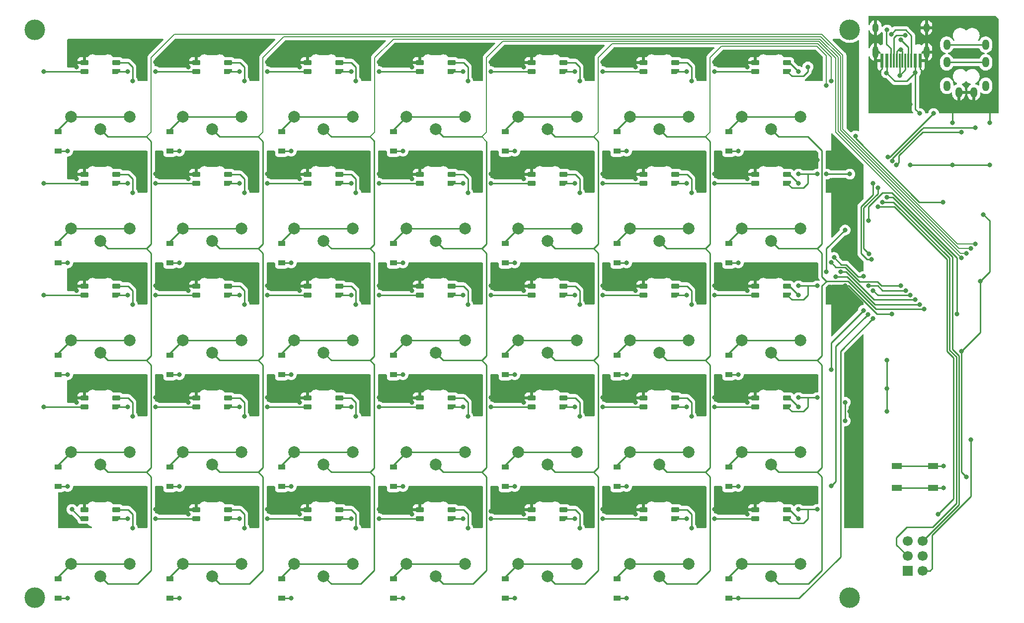
<source format=gbl>
%TF.GenerationSoftware,KiCad,Pcbnew,(6.0.6)*%
%TF.CreationDate,2022-09-10T21:51:05+08:00*%
%TF.ProjectId,5x07,35783037-2e6b-4696-9361-645f70636258,rev?*%
%TF.SameCoordinates,Original*%
%TF.FileFunction,Copper,L2,Bot*%
%TF.FilePolarity,Positive*%
%FSLAX46Y46*%
G04 Gerber Fmt 4.6, Leading zero omitted, Abs format (unit mm)*
G04 Created by KiCad (PCBNEW (6.0.6)) date 2022-09-10 21:51:05*
%MOMM*%
%LPD*%
G01*
G04 APERTURE LIST*
G04 Aperture macros list*
%AMRoundRect*
0 Rectangle with rounded corners*
0 $1 Rounding radius*
0 $2 $3 $4 $5 $6 $7 $8 $9 X,Y pos of 4 corners*
0 Add a 4 corners polygon primitive as box body*
4,1,4,$2,$3,$4,$5,$6,$7,$8,$9,$2,$3,0*
0 Add four circle primitives for the rounded corners*
1,1,$1+$1,$2,$3*
1,1,$1+$1,$4,$5*
1,1,$1+$1,$6,$7*
1,1,$1+$1,$8,$9*
0 Add four rect primitives between the rounded corners*
20,1,$1+$1,$2,$3,$4,$5,0*
20,1,$1+$1,$4,$5,$6,$7,0*
20,1,$1+$1,$6,$7,$8,$9,0*
20,1,$1+$1,$8,$9,$2,$3,0*%
%AMFreePoly0*
4,1,18,-0.410000,0.593000,-0.403758,0.624380,-0.385983,0.650983,-0.359380,0.668758,-0.328000,0.675000,0.000000,0.675000,0.410000,0.265000,0.410000,-0.593000,0.403758,-0.624380,0.385983,-0.650983,0.359380,-0.668758,0.328000,-0.675000,-0.328000,-0.675000,-0.359380,-0.668758,-0.385983,-0.650983,-0.403758,-0.624380,-0.410000,-0.593000,-0.410000,0.593000,-0.410000,0.593000,$1*%
G04 Aperture macros list end*
%TA.AperFunction,SMDPad,CuDef*%
%ADD10RoundRect,0.082000X-0.593000X0.328000X-0.593000X-0.328000X0.593000X-0.328000X0.593000X0.328000X0*%
%TD*%
%TA.AperFunction,SMDPad,CuDef*%
%ADD11FreePoly0,270.000000*%
%TD*%
%TA.AperFunction,SMDPad,CuDef*%
%ADD12R,1.200000X0.900000*%
%TD*%
%TA.AperFunction,SMDPad,CuDef*%
%ADD13R,0.600000X2.450000*%
%TD*%
%TA.AperFunction,SMDPad,CuDef*%
%ADD14R,0.300000X2.450000*%
%TD*%
%TA.AperFunction,ComponentPad*%
%ADD15O,1.000000X1.600000*%
%TD*%
%TA.AperFunction,ComponentPad*%
%ADD16O,1.000000X2.100000*%
%TD*%
%TA.AperFunction,ComponentPad*%
%ADD17C,3.500000*%
%TD*%
%TA.AperFunction,ComponentPad*%
%ADD18O,1.200000X1.800000*%
%TD*%
%TA.AperFunction,ComponentPad*%
%ADD19C,2.000000*%
%TD*%
%TA.AperFunction,ComponentPad*%
%ADD20C,1.700000*%
%TD*%
%TA.AperFunction,ComponentPad*%
%ADD21R,1.700000X1.700000*%
%TD*%
%TA.AperFunction,SMDPad,CuDef*%
%ADD22R,1.800000X1.100000*%
%TD*%
%TA.AperFunction,ViaPad*%
%ADD23C,0.800000*%
%TD*%
%TA.AperFunction,Conductor*%
%ADD24C,0.250000*%
%TD*%
%TA.AperFunction,Conductor*%
%ADD25C,0.200000*%
%TD*%
G04 APERTURE END LIST*
D10*
%TO.P,LED4,1,VDD*%
%TO.N,+5V*%
X121168750Y-38937500D03*
%TO.P,LED4,2,DOUT*%
%TO.N,Net-(LED4-Pad2)*%
X121168750Y-40437500D03*
%TO.P,LED4,3,DIN*%
%TO.N,Net-(LED3-Pad2)*%
X126618750Y-38937500D03*
D11*
%TO.P,LED4,4,VSS*%
%TO.N,GND*%
X126618750Y-40437500D03*
%TD*%
D12*
%TO.P,D22,1,K*%
%TO.N,row2*%
X135732309Y-92136936D03*
%TO.P,D22,2,A*%
%TO.N,Net-(D22-Pad2)*%
X135732309Y-88836936D03*
%TD*%
D10*
%TO.P,LED19,1,VDD*%
%TO.N,+5V*%
X102062500Y-77037500D03*
%TO.P,LED19,2,DOUT*%
%TO.N,Net-(LED19-Pad2)*%
X102062500Y-78537500D03*
%TO.P,LED19,3,DIN*%
%TO.N,Net-(LED18-Pad2)*%
X107512500Y-77037500D03*
D11*
%TO.P,LED19,4,VSS*%
%TO.N,GND*%
X107512500Y-78537500D03*
%TD*%
D12*
%TO.P,D16,1,K*%
%TO.N,row1*%
X59532309Y-73086936D03*
%TO.P,D16,2,A*%
%TO.N,Net-(D16-Pad2)*%
X59532309Y-69786936D03*
%TD*%
D10*
%TO.P,LED18,1,VDD*%
%TO.N,+5V*%
X121168750Y-77037500D03*
%TO.P,LED18,2,DOUT*%
%TO.N,Net-(LED18-Pad2)*%
X121168750Y-78537500D03*
%TO.P,LED18,3,DIN*%
%TO.N,Net-(LED17-Pad2)*%
X126618750Y-77037500D03*
D11*
%TO.P,LED18,4,VSS*%
%TO.N,GND*%
X126618750Y-78537500D03*
%TD*%
D10*
%TO.P,LED34,1,VDD*%
%TO.N,+5V*%
X83068750Y-115137500D03*
%TO.P,LED34,2,DOUT*%
%TO.N,Net-(LED34-Pad2)*%
X83068750Y-116637500D03*
%TO.P,LED34,3,DIN*%
%TO.N,Net-(LED33-Pad2)*%
X88518750Y-115137500D03*
D11*
%TO.P,LED34,4,VSS*%
%TO.N,GND*%
X88518750Y-116637500D03*
%TD*%
D10*
%TO.P,LED7,1,VDD*%
%TO.N,+5V*%
X64018750Y-38937500D03*
%TO.P,LED7,2,DOUT*%
%TO.N,Net-(LED7-Pad2)*%
X64018750Y-40437500D03*
%TO.P,LED7,3,DIN*%
%TO.N,Net-(LED6-Pad2)*%
X69468750Y-38937500D03*
D11*
%TO.P,LED7,4,VSS*%
%TO.N,GND*%
X69468750Y-40437500D03*
%TD*%
D12*
%TO.P,D20,1,K*%
%TO.N,row2*%
X173832309Y-92136936D03*
%TO.P,D20,2,A*%
%TO.N,Net-(D20-Pad2)*%
X173832309Y-88836936D03*
%TD*%
%TO.P,D40,1,K*%
%TO.N,row4*%
X173832309Y-130236936D03*
%TO.P,D40,2,A*%
%TO.N,Net-(D40-Pad2)*%
X173832309Y-126936936D03*
%TD*%
%TO.P,D2,1,K*%
%TO.N,row0*%
X135732309Y-54036936D03*
%TO.P,D2,2,A*%
%TO.N,Net-(D2-Pad2)*%
X135732309Y-50736936D03*
%TD*%
D10*
%TO.P,LED20,1,VDD*%
%TO.N,+5V*%
X83068750Y-77037500D03*
%TO.P,LED20,2,DOUT*%
%TO.N,Net-(LED20-Pad2)*%
X83068750Y-78537500D03*
%TO.P,LED20,3,DIN*%
%TO.N,Net-(LED19-Pad2)*%
X88518750Y-77037500D03*
D11*
%TO.P,LED20,4,VSS*%
%TO.N,GND*%
X88518750Y-78537500D03*
%TD*%
D12*
%TO.P,D13,1,K*%
%TO.N,row1*%
X116682309Y-73086936D03*
%TO.P,D13,2,A*%
%TO.N,Net-(D13-Pad2)*%
X116682309Y-69786936D03*
%TD*%
D13*
%TO.P,USB1,1,GND*%
%TO.N,GND*%
X199975000Y-38578750D03*
%TO.P,USB1,2,VBUS*%
%TO.N,VCC*%
X200750000Y-38578750D03*
D14*
%TO.P,USB1,3,SBU2*%
%TO.N,unconnected-(USB1-Pad3)*%
X201450000Y-38578750D03*
%TO.P,USB1,4,CC1*%
%TO.N,Net-(R2-Pad1)*%
X201950000Y-38578750D03*
%TO.P,USB1,5,DN2*%
%TO.N,/D_N*%
X202450000Y-38578750D03*
%TO.P,USB1,6,DP1*%
%TO.N,/D_P*%
X202950000Y-38578750D03*
%TO.P,USB1,7,DN1*%
%TO.N,/D_N*%
X203450000Y-38578750D03*
%TO.P,USB1,8,DP2*%
%TO.N,/D_P*%
X203950000Y-38578750D03*
%TO.P,USB1,9,SBU1*%
%TO.N,unconnected-(USB1-Pad9)*%
X204450000Y-38578750D03*
%TO.P,USB1,10,CC2*%
%TO.N,Net-(R1-Pad1)*%
X204950000Y-38578750D03*
D13*
%TO.P,USB1,11,VBUS*%
%TO.N,VCC*%
X205650000Y-38578750D03*
%TO.P,USB1,12,GND*%
%TO.N,GND*%
X206425000Y-38578750D03*
D15*
%TO.P,USB1,13,SHIELD*%
X207520000Y-32983750D03*
X198880000Y-32983750D03*
D16*
X198880000Y-37163750D03*
X207520000Y-37163750D03*
%TD*%
D12*
%TO.P,D23,1,K*%
%TO.N,row2*%
X116682309Y-92136936D03*
%TO.P,D23,2,A*%
%TO.N,Net-(D23-Pad2)*%
X116682309Y-88836936D03*
%TD*%
%TO.P,D10,1,K*%
%TO.N,row1*%
X173832309Y-73086936D03*
%TO.P,D10,2,A*%
%TO.N,Net-(D10-Pad2)*%
X173832309Y-69786936D03*
%TD*%
%TO.P,D35,1,K*%
%TO.N,row3*%
X78582309Y-111186936D03*
%TO.P,D35,2,A*%
%TO.N,Net-(D35-Pad2)*%
X78582309Y-107886936D03*
%TD*%
D10*
%TO.P,LED11,1,VDD*%
%TO.N,+5V*%
X121168750Y-57987500D03*
%TO.P,LED11,2,DOUT*%
%TO.N,Net-(LED11-Pad2)*%
X121168750Y-59487500D03*
%TO.P,LED11,3,DIN*%
%TO.N,Net-(LED10-Pad2)*%
X126618750Y-57987500D03*
D11*
%TO.P,LED11,4,VSS*%
%TO.N,GND*%
X126618750Y-59487500D03*
%TD*%
D12*
%TO.P,D31,1,K*%
%TO.N,row3*%
X154782309Y-111186936D03*
%TO.P,D31,2,A*%
%TO.N,Net-(D31-Pad2)*%
X154782309Y-107886936D03*
%TD*%
%TO.P,D3,1,K*%
%TO.N,row0*%
X116682309Y-54036936D03*
%TO.P,D3,2,A*%
%TO.N,Net-(D3-Pad2)*%
X116682309Y-50736936D03*
%TD*%
%TO.P,D15,1,K*%
%TO.N,row1*%
X78582309Y-73086936D03*
%TO.P,D15,2,A*%
%TO.N,Net-(D15-Pad2)*%
X78582309Y-69786936D03*
%TD*%
%TO.P,D34,1,K*%
%TO.N,row3*%
X97632309Y-111186936D03*
%TO.P,D34,2,A*%
%TO.N,Net-(D34-Pad2)*%
X97632309Y-107886936D03*
%TD*%
D10*
%TO.P,LED35,1,VDD*%
%TO.N,+5V*%
X64018750Y-115137500D03*
%TO.P,LED35,2,DOUT*%
%TO.N,unconnected-(LED35-Pad2)*%
X64018750Y-116637500D03*
%TO.P,LED35,3,DIN*%
%TO.N,Net-(LED34-Pad2)*%
X69468750Y-115137500D03*
D11*
%TO.P,LED35,4,VSS*%
%TO.N,GND*%
X69468750Y-116637500D03*
%TD*%
D12*
%TO.P,D46,1,K*%
%TO.N,row4*%
X59532309Y-130236936D03*
%TO.P,D46,2,A*%
%TO.N,Net-(D46-Pad2)*%
X59532309Y-126936936D03*
%TD*%
%TO.P,D36,1,K*%
%TO.N,row3*%
X59532309Y-111186936D03*
%TO.P,D36,2,A*%
%TO.N,Net-(D36-Pad2)*%
X59532309Y-107886936D03*
%TD*%
D10*
%TO.P,LED5,1,VDD*%
%TO.N,+5V*%
X102062500Y-38937500D03*
%TO.P,LED5,2,DOUT*%
%TO.N,Net-(LED5-Pad2)*%
X102062500Y-40437500D03*
%TO.P,LED5,3,DIN*%
%TO.N,Net-(LED4-Pad2)*%
X107512500Y-38937500D03*
D11*
%TO.P,LED5,4,VSS*%
%TO.N,GND*%
X107512500Y-40437500D03*
%TD*%
D10*
%TO.P,LED24,1,VDD*%
%TO.N,+5V*%
X140218750Y-96087500D03*
%TO.P,LED24,2,DOUT*%
%TO.N,Net-(LED24-Pad2)*%
X140218750Y-97587500D03*
%TO.P,LED24,3,DIN*%
%TO.N,Net-(LED23-Pad2)*%
X145668750Y-96087500D03*
D11*
%TO.P,LED24,4,VSS*%
%TO.N,GND*%
X145668750Y-97587500D03*
%TD*%
D10*
%TO.P,LED13,1,VDD*%
%TO.N,+5V*%
X83068750Y-57987500D03*
%TO.P,LED13,2,DOUT*%
%TO.N,Net-(LED13-Pad2)*%
X83068750Y-59487500D03*
%TO.P,LED13,3,DIN*%
%TO.N,Net-(LED12-Pad2)*%
X88518750Y-57987500D03*
D11*
%TO.P,LED13,4,VSS*%
%TO.N,GND*%
X88518750Y-59487500D03*
%TD*%
D12*
%TO.P,D6,1,K*%
%TO.N,row0*%
X59532309Y-54036936D03*
%TO.P,D6,2,A*%
%TO.N,Net-(D6-Pad2)*%
X59532309Y-50736936D03*
%TD*%
D10*
%TO.P,LED8,1,VDD*%
%TO.N,+5V*%
X178318750Y-57987500D03*
%TO.P,LED8,2,DOUT*%
%TO.N,Net-(LED8-Pad2)*%
X178318750Y-59487500D03*
%TO.P,LED8,3,DIN*%
%TO.N,Net-(LED7-Pad2)*%
X183768750Y-57987500D03*
D11*
%TO.P,LED8,4,VSS*%
%TO.N,GND*%
X183768750Y-59487500D03*
%TD*%
D10*
%TO.P,LED25,1,VDD*%
%TO.N,+5V*%
X121168750Y-96087500D03*
%TO.P,LED25,2,DOUT*%
%TO.N,Net-(LED25-Pad2)*%
X121168750Y-97587500D03*
%TO.P,LED25,3,DIN*%
%TO.N,Net-(LED24-Pad2)*%
X126618750Y-96087500D03*
D11*
%TO.P,LED25,4,VSS*%
%TO.N,GND*%
X126618750Y-97587500D03*
%TD*%
D12*
%TO.P,D1,1,K*%
%TO.N,row0*%
X154782309Y-54036936D03*
%TO.P,D1,2,A*%
%TO.N,Net-(D1-Pad2)*%
X154782309Y-50736936D03*
%TD*%
%TO.P,D43,1,K*%
%TO.N,row4*%
X116682309Y-130236936D03*
%TO.P,D43,2,A*%
%TO.N,Net-(D43-Pad2)*%
X116682309Y-126936936D03*
%TD*%
D10*
%TO.P,LED17,1,VDD*%
%TO.N,+5V*%
X140218750Y-77037500D03*
%TO.P,LED17,2,DOUT*%
%TO.N,Net-(LED17-Pad2)*%
X140218750Y-78537500D03*
%TO.P,LED17,3,DIN*%
%TO.N,Net-(LED16-Pad2)*%
X145668750Y-77037500D03*
D11*
%TO.P,LED17,4,VSS*%
%TO.N,GND*%
X145668750Y-78537500D03*
%TD*%
D17*
%TO.P,H2,1,1*%
%TO.N,GND*%
X194468750Y-33337500D03*
%TD*%
D12*
%TO.P,D4,1,K*%
%TO.N,row0*%
X97632309Y-54036936D03*
%TO.P,D4,2,A*%
%TO.N,Net-(D4-Pad2)*%
X97632309Y-50736936D03*
%TD*%
%TO.P,D21,1,K*%
%TO.N,row2*%
X154782309Y-92136936D03*
%TO.P,D21,2,A*%
%TO.N,Net-(D21-Pad2)*%
X154782309Y-88836936D03*
%TD*%
D10*
%TO.P,LED30,1,VDD*%
%TO.N,+5V*%
X159268750Y-115137500D03*
%TO.P,LED30,2,DOUT*%
%TO.N,Net-(LED30-Pad2)*%
X159268750Y-116637500D03*
%TO.P,LED30,3,DIN*%
%TO.N,Net-(LED29-Pad2)*%
X164718750Y-115137500D03*
D11*
%TO.P,LED30,4,VSS*%
%TO.N,GND*%
X164718750Y-116637500D03*
%TD*%
D17*
%TO.P,H4,1,1*%
%TO.N,GND*%
X194468750Y-130175000D03*
%TD*%
D12*
%TO.P,D42,1,K*%
%TO.N,row4*%
X135732309Y-130236936D03*
%TO.P,D42,2,A*%
%TO.N,Net-(D42-Pad2)*%
X135732309Y-126936936D03*
%TD*%
D10*
%TO.P,LED27,1,VDD*%
%TO.N,+5V*%
X83068750Y-96087500D03*
%TO.P,LED27,2,DOUT*%
%TO.N,Net-(LED27-Pad2)*%
X83068750Y-97587500D03*
%TO.P,LED27,3,DIN*%
%TO.N,Net-(LED26-Pad2)*%
X88518750Y-96087500D03*
D11*
%TO.P,LED27,4,VSS*%
%TO.N,GND*%
X88518750Y-97587500D03*
%TD*%
D10*
%TO.P,LED1,1,VDD*%
%TO.N,+5V*%
X178318750Y-38937500D03*
%TO.P,LED1,2,DOUT*%
%TO.N,Net-(LED1-Pad2)*%
X178318750Y-40437500D03*
%TO.P,LED1,3,DIN*%
%TO.N,Net-(LED1-Pad3)*%
X183768750Y-38937500D03*
D11*
%TO.P,LED1,4,VSS*%
%TO.N,GND*%
X183768750Y-40437500D03*
%TD*%
D12*
%TO.P,D24,1,K*%
%TO.N,row2*%
X97632309Y-92136936D03*
%TO.P,D24,2,A*%
%TO.N,Net-(D24-Pad2)*%
X97632309Y-88836936D03*
%TD*%
%TO.P,D45,1,K*%
%TO.N,row4*%
X78582309Y-130236936D03*
%TO.P,D45,2,A*%
%TO.N,Net-(D45-Pad2)*%
X78582309Y-126936936D03*
%TD*%
%TO.P,D30,1,K*%
%TO.N,row3*%
X173832309Y-111186936D03*
%TO.P,D30,2,A*%
%TO.N,Net-(D30-Pad2)*%
X173832309Y-107886936D03*
%TD*%
%TO.P,D14,1,K*%
%TO.N,row1*%
X97632309Y-73086936D03*
%TO.P,D14,2,A*%
%TO.N,Net-(D14-Pad2)*%
X97632309Y-69786936D03*
%TD*%
D10*
%TO.P,LED14,1,VDD*%
%TO.N,+5V*%
X64018750Y-57987500D03*
%TO.P,LED14,2,DOUT*%
%TO.N,Net-(LED14-Pad2)*%
X64018750Y-59487500D03*
%TO.P,LED14,3,DIN*%
%TO.N,Net-(LED13-Pad2)*%
X69468750Y-57987500D03*
D11*
%TO.P,LED14,4,VSS*%
%TO.N,GND*%
X69468750Y-59487500D03*
%TD*%
D10*
%TO.P,LED28,1,VDD*%
%TO.N,+5V*%
X64018750Y-96087500D03*
%TO.P,LED28,2,DOUT*%
%TO.N,Net-(LED28-Pad2)*%
X64018750Y-97587500D03*
%TO.P,LED28,3,DIN*%
%TO.N,Net-(LED27-Pad2)*%
X69468750Y-96087500D03*
D11*
%TO.P,LED28,4,VSS*%
%TO.N,GND*%
X69468750Y-97587500D03*
%TD*%
D10*
%TO.P,LED15,1,VDD*%
%TO.N,+5V*%
X178318750Y-77037500D03*
%TO.P,LED15,2,DOUT*%
%TO.N,Net-(LED15-Pad2)*%
X178318750Y-78537500D03*
%TO.P,LED15,3,DIN*%
%TO.N,Net-(LED14-Pad2)*%
X183768750Y-77037500D03*
D11*
%TO.P,LED15,4,VSS*%
%TO.N,GND*%
X183768750Y-78537500D03*
%TD*%
D12*
%TO.P,D32,1,K*%
%TO.N,row3*%
X135732309Y-111186936D03*
%TO.P,D32,2,A*%
%TO.N,Net-(D32-Pad2)*%
X135732309Y-107886936D03*
%TD*%
D10*
%TO.P,LED32,1,VDD*%
%TO.N,+5V*%
X121168750Y-115137500D03*
%TO.P,LED32,2,DOUT*%
%TO.N,Net-(LED32-Pad2)*%
X121168750Y-116637500D03*
%TO.P,LED32,3,DIN*%
%TO.N,Net-(LED31-Pad2)*%
X126618750Y-115137500D03*
D11*
%TO.P,LED32,4,VSS*%
%TO.N,GND*%
X126618750Y-116637500D03*
%TD*%
D12*
%TO.P,D33,1,K*%
%TO.N,row3*%
X116682309Y-111186936D03*
%TO.P,D33,2,A*%
%TO.N,Net-(D33-Pad2)*%
X116682309Y-107886936D03*
%TD*%
D10*
%TO.P,LED21,1,VDD*%
%TO.N,+5V*%
X64018750Y-77037500D03*
%TO.P,LED21,2,DOUT*%
%TO.N,Net-(LED21-Pad2)*%
X64018750Y-78537500D03*
%TO.P,LED21,3,DIN*%
%TO.N,Net-(LED20-Pad2)*%
X69468750Y-77037500D03*
D11*
%TO.P,LED21,4,VSS*%
%TO.N,GND*%
X69468750Y-78537500D03*
%TD*%
D10*
%TO.P,LED6,1,VDD*%
%TO.N,+5V*%
X83068750Y-38937500D03*
%TO.P,LED6,2,DOUT*%
%TO.N,Net-(LED6-Pad2)*%
X83068750Y-40437500D03*
%TO.P,LED6,3,DIN*%
%TO.N,Net-(LED5-Pad2)*%
X88518750Y-38937500D03*
D11*
%TO.P,LED6,4,VSS*%
%TO.N,GND*%
X88518750Y-40437500D03*
%TD*%
D12*
%TO.P,D12,1,K*%
%TO.N,row1*%
X135732309Y-73086936D03*
%TO.P,D12,2,A*%
%TO.N,Net-(D12-Pad2)*%
X135732309Y-69786936D03*
%TD*%
D10*
%TO.P,LED23,1,VDD*%
%TO.N,+5V*%
X159268750Y-96087500D03*
%TO.P,LED23,2,DOUT*%
%TO.N,Net-(LED23-Pad2)*%
X159268750Y-97587500D03*
%TO.P,LED23,3,DIN*%
%TO.N,Net-(LED22-Pad2)*%
X164718750Y-96087500D03*
D11*
%TO.P,LED23,4,VSS*%
%TO.N,GND*%
X164718750Y-97587500D03*
%TD*%
D17*
%TO.P,H1,1,1*%
%TO.N,GND*%
X55562500Y-33337500D03*
%TD*%
D10*
%TO.P,LED29,1,VDD*%
%TO.N,+5V*%
X178318750Y-115137500D03*
%TO.P,LED29,2,DOUT*%
%TO.N,Net-(LED29-Pad2)*%
X178318750Y-116637500D03*
%TO.P,LED29,3,DIN*%
%TO.N,Net-(LED28-Pad2)*%
X183768750Y-115137500D03*
D11*
%TO.P,LED29,4,VSS*%
%TO.N,GND*%
X183768750Y-116637500D03*
%TD*%
D12*
%TO.P,D11,1,K*%
%TO.N,row1*%
X154782309Y-73086936D03*
%TO.P,D11,2,A*%
%TO.N,Net-(D11-Pad2)*%
X154782309Y-69786936D03*
%TD*%
D10*
%TO.P,LED16,1,VDD*%
%TO.N,+5V*%
X159268750Y-77037500D03*
%TO.P,LED16,2,DOUT*%
%TO.N,Net-(LED16-Pad2)*%
X159268750Y-78537500D03*
%TO.P,LED16,3,DIN*%
%TO.N,Net-(LED15-Pad2)*%
X164718750Y-77037500D03*
D11*
%TO.P,LED16,4,VSS*%
%TO.N,GND*%
X164718750Y-78537500D03*
%TD*%
D10*
%TO.P,LED3,1,VDD*%
%TO.N,+5V*%
X140218750Y-38937500D03*
%TO.P,LED3,2,DOUT*%
%TO.N,Net-(LED3-Pad2)*%
X140218750Y-40437500D03*
%TO.P,LED3,3,DIN*%
%TO.N,Net-(LED2-Pad2)*%
X145668750Y-38937500D03*
D11*
%TO.P,LED3,4,VSS*%
%TO.N,GND*%
X145668750Y-40437500D03*
%TD*%
D12*
%TO.P,D0,1,K*%
%TO.N,row0*%
X173832309Y-54036936D03*
%TO.P,D0,2,A*%
%TO.N,Net-(D0-Pad2)*%
X173832309Y-50736936D03*
%TD*%
D10*
%TO.P,LED22,1,VDD*%
%TO.N,+5V*%
X178318750Y-96087500D03*
%TO.P,LED22,2,DOUT*%
%TO.N,Net-(LED22-Pad2)*%
X178318750Y-97587500D03*
%TO.P,LED22,3,DIN*%
%TO.N,Net-(LED21-Pad2)*%
X183768750Y-96087500D03*
D11*
%TO.P,LED22,4,VSS*%
%TO.N,GND*%
X183768750Y-97587500D03*
%TD*%
D10*
%TO.P,LED26,1,VDD*%
%TO.N,+5V*%
X102062500Y-96087500D03*
%TO.P,LED26,2,DOUT*%
%TO.N,Net-(LED26-Pad2)*%
X102062500Y-97587500D03*
%TO.P,LED26,3,DIN*%
%TO.N,Net-(LED25-Pad2)*%
X107512500Y-96087500D03*
D11*
%TO.P,LED26,4,VSS*%
%TO.N,GND*%
X107512500Y-97587500D03*
%TD*%
D17*
%TO.P,H3,1,1*%
%TO.N,GND*%
X55562500Y-130175000D03*
%TD*%
D12*
%TO.P,D26,1,K*%
%TO.N,row2*%
X59532309Y-92136936D03*
%TO.P,D26,2,A*%
%TO.N,Net-(D26-Pad2)*%
X59532309Y-88836936D03*
%TD*%
D10*
%TO.P,LED33,1,VDD*%
%TO.N,+5V*%
X102062500Y-115137500D03*
%TO.P,LED33,2,DOUT*%
%TO.N,Net-(LED33-Pad2)*%
X102062500Y-116637500D03*
%TO.P,LED33,3,DIN*%
%TO.N,Net-(LED32-Pad2)*%
X107512500Y-115137500D03*
D11*
%TO.P,LED33,4,VSS*%
%TO.N,GND*%
X107512500Y-116637500D03*
%TD*%
D10*
%TO.P,LED12,1,VDD*%
%TO.N,+5V*%
X102062500Y-57987500D03*
%TO.P,LED12,2,DOUT*%
%TO.N,Net-(LED12-Pad2)*%
X102062500Y-59487500D03*
%TO.P,LED12,3,DIN*%
%TO.N,Net-(LED11-Pad2)*%
X107512500Y-57987500D03*
D11*
%TO.P,LED12,4,VSS*%
%TO.N,GND*%
X107512500Y-59487500D03*
%TD*%
D10*
%TO.P,LED10,1,VDD*%
%TO.N,+5V*%
X140218750Y-57987500D03*
%TO.P,LED10,2,DOUT*%
%TO.N,Net-(LED10-Pad2)*%
X140218750Y-59487500D03*
%TO.P,LED10,3,DIN*%
%TO.N,Net-(LED10-Pad3)*%
X145668750Y-57987500D03*
D11*
%TO.P,LED10,4,VSS*%
%TO.N,GND*%
X145668750Y-59487500D03*
%TD*%
D18*
%TO.P,J2,G*%
%TO.N,GND*%
X215596500Y-43993750D03*
X213028500Y-43993750D03*
%TO.P,J2,R*%
%TO.N,SCL*%
X210996500Y-38893750D03*
X217628500Y-38893750D03*
%TO.P,J2,S*%
%TO.N,SDA*%
X210996500Y-35893750D03*
X217628500Y-35893750D03*
%TO.P,J2,T*%
%TO.N,+5V*%
X210996500Y-42893750D03*
X217628500Y-42893750D03*
%TD*%
D10*
%TO.P,LED31,1,VDD*%
%TO.N,+5V*%
X140218750Y-115137500D03*
%TO.P,LED31,2,DOUT*%
%TO.N,Net-(LED31-Pad2)*%
X140218750Y-116637500D03*
%TO.P,LED31,3,DIN*%
%TO.N,Net-(LED30-Pad2)*%
X145668750Y-115137500D03*
D11*
%TO.P,LED31,4,VSS*%
%TO.N,GND*%
X145668750Y-116637500D03*
%TD*%
D12*
%TO.P,D25,1,K*%
%TO.N,row2*%
X78582309Y-92136936D03*
%TO.P,D25,2,A*%
%TO.N,Net-(D25-Pad2)*%
X78582309Y-88836936D03*
%TD*%
D10*
%TO.P,LED2,1,VDD*%
%TO.N,+5V*%
X159268750Y-38937500D03*
%TO.P,LED2,2,DOUT*%
%TO.N,Net-(LED2-Pad2)*%
X159268750Y-40437500D03*
%TO.P,LED2,3,DIN*%
%TO.N,Net-(LED1-Pad2)*%
X164718750Y-38937500D03*
D11*
%TO.P,LED2,4,VSS*%
%TO.N,GND*%
X164718750Y-40437500D03*
%TD*%
D12*
%TO.P,D5,1,K*%
%TO.N,row0*%
X78582309Y-54036936D03*
%TO.P,D5,2,A*%
%TO.N,Net-(D5-Pad2)*%
X78582309Y-50736936D03*
%TD*%
%TO.P,D41,1,K*%
%TO.N,row4*%
X154782309Y-130236936D03*
%TO.P,D41,2,A*%
%TO.N,Net-(D41-Pad2)*%
X154782309Y-126936936D03*
%TD*%
D10*
%TO.P,LED9,1,VDD*%
%TO.N,+5V*%
X159268750Y-57987500D03*
%TO.P,LED9,2,DOUT*%
%TO.N,Net-(LED10-Pad3)*%
X159268750Y-59487500D03*
%TO.P,LED9,3,DIN*%
%TO.N,Net-(LED8-Pad2)*%
X164718750Y-57987500D03*
D11*
%TO.P,LED9,4,VSS*%
%TO.N,GND*%
X164718750Y-59487500D03*
%TD*%
D12*
%TO.P,D44,1,K*%
%TO.N,row4*%
X97632309Y-130236936D03*
%TO.P,D44,2,A*%
%TO.N,Net-(D44-Pad2)*%
X97632309Y-126936936D03*
%TD*%
D19*
%TO.P,K41,1,1*%
%TO.N,Net-(D41-Pad2)*%
X156991446Y-124388407D03*
X166991446Y-124388407D03*
%TO.P,K41,2,2*%
%TO.N,col1*%
X161991446Y-126488407D03*
%TD*%
%TO.P,K20,1,1*%
%TO.N,Net-(D20-Pad2)*%
X186041310Y-86287500D03*
X176041310Y-86287500D03*
%TO.P,K20,2,2*%
%TO.N,col0*%
X181041310Y-88387500D03*
%TD*%
%TO.P,K46,1,1*%
%TO.N,Net-(D46-Pad2)*%
X71743750Y-124387500D03*
X61743750Y-124387500D03*
%TO.P,K46,2,2*%
%TO.N,col6*%
X66743750Y-126487500D03*
%TD*%
%TO.P,K36,1,1*%
%TO.N,Net-(D36-Pad2)*%
X71743750Y-105337500D03*
X61743750Y-105337500D03*
%TO.P,K36,2,2*%
%TO.N,col6*%
X66743750Y-107437500D03*
%TD*%
%TO.P,K12,1,1*%
%TO.N,Net-(D12-Pad2)*%
X137941914Y-67237625D03*
X147941914Y-67237625D03*
%TO.P,K12,2,2*%
%TO.N,col2*%
X142941914Y-69337625D03*
%TD*%
%TO.P,K22,1,1*%
%TO.N,Net-(D22-Pad2)*%
X137943390Y-86287020D03*
X147943390Y-86287020D03*
%TO.P,K22,2,2*%
%TO.N,col2*%
X142943390Y-88387020D03*
%TD*%
%TO.P,K35,1,1*%
%TO.N,Net-(D35-Pad2)*%
X90793750Y-105337500D03*
X80793750Y-105337500D03*
%TO.P,K35,2,2*%
%TO.N,col5*%
X85793750Y-107437500D03*
%TD*%
%TO.P,K23,1,1*%
%TO.N,Net-(D23-Pad2)*%
X128893750Y-86287500D03*
X118893750Y-86287500D03*
%TO.P,K23,2,2*%
%TO.N,col3*%
X123893750Y-88387500D03*
%TD*%
%TO.P,K5,1,1*%
%TO.N,Net-(D5-Pad2)*%
X90793750Y-48187500D03*
X80793750Y-48187500D03*
%TO.P,K5,2,2*%
%TO.N,col5*%
X85793750Y-50287500D03*
%TD*%
%TO.P,K40,1,1*%
%TO.N,Net-(D40-Pad2)*%
X186043018Y-124387500D03*
X176043018Y-124387500D03*
%TO.P,K40,2,2*%
%TO.N,col0*%
X181043018Y-126487500D03*
%TD*%
%TO.P,K44,1,1*%
%TO.N,Net-(D44-Pad2)*%
X99787500Y-124387500D03*
X109787500Y-124387500D03*
%TO.P,K44,2,2*%
%TO.N,col4*%
X104787500Y-126487500D03*
%TD*%
%TO.P,K34,1,1*%
%TO.N,Net-(D34-Pad2)*%
X109787500Y-105337500D03*
X99787500Y-105337500D03*
%TO.P,K34,2,2*%
%TO.N,col4*%
X104787500Y-107437500D03*
%TD*%
%TO.P,K32,1,1*%
%TO.N,Net-(D32-Pad2)*%
X147943749Y-105336313D03*
X137943749Y-105336313D03*
%TO.P,K32,2,2*%
%TO.N,col2*%
X142943749Y-107436313D03*
%TD*%
%TO.P,K43,1,1*%
%TO.N,Net-(D43-Pad2)*%
X128893750Y-124387500D03*
X118893750Y-124387500D03*
%TO.P,K43,2,2*%
%TO.N,col3*%
X123893750Y-126487500D03*
%TD*%
%TO.P,K15,1,1*%
%TO.N,Net-(D15-Pad2)*%
X80793750Y-67237500D03*
X90793750Y-67237500D03*
%TO.P,K15,2,2*%
%TO.N,col5*%
X85793750Y-69337500D03*
%TD*%
%TO.P,K14,1,1*%
%TO.N,Net-(D14-Pad2)*%
X99787500Y-67237500D03*
X109787500Y-67237500D03*
%TO.P,K14,2,2*%
%TO.N,col4*%
X104787500Y-69337500D03*
%TD*%
%TO.P,K0,1,1*%
%TO.N,Net-(D0-Pad2)*%
X176041310Y-48187500D03*
X186041310Y-48187500D03*
%TO.P,K0,2,2*%
%TO.N,col0*%
X181041310Y-50287500D03*
%TD*%
%TO.P,K2,1,1*%
%TO.N,Net-(D2-Pad2)*%
X147940252Y-48187477D03*
X137940252Y-48187477D03*
%TO.P,K2,2,2*%
%TO.N,col2*%
X142940252Y-50287477D03*
%TD*%
%TO.P,K26,1,1*%
%TO.N,Net-(D26-Pad2)*%
X61743750Y-86287500D03*
X71743750Y-86287500D03*
%TO.P,K26,2,2*%
%TO.N,col6*%
X66743750Y-88387500D03*
%TD*%
%TO.P,K13,1,1*%
%TO.N,Net-(D13-Pad2)*%
X118893750Y-67237500D03*
X128893750Y-67237500D03*
%TO.P,K13,2,2*%
%TO.N,col3*%
X123893750Y-69337500D03*
%TD*%
%TO.P,K1,1,1*%
%TO.N,Net-(D1-Pad2)*%
X156990216Y-48187052D03*
X166990216Y-48187052D03*
%TO.P,K1,2,2*%
%TO.N,col1*%
X161990216Y-50287052D03*
%TD*%
%TO.P,K4,1,1*%
%TO.N,Net-(D4-Pad2)*%
X109787500Y-48187500D03*
X99787500Y-48187500D03*
%TO.P,K4,2,2*%
%TO.N,col4*%
X104787500Y-50287500D03*
%TD*%
%TO.P,K6,1,1*%
%TO.N,Net-(D6-Pad2)*%
X61743750Y-48187500D03*
X71743750Y-48187500D03*
%TO.P,K6,2,2*%
%TO.N,col6*%
X66743750Y-50287500D03*
%TD*%
D20*
%TO.P,J1,1,MISO*%
%TO.N,MISO*%
X206851250Y-120491250D03*
%TO.P,J1,2,VCC*%
%TO.N,+5V*%
X204311250Y-120491250D03*
%TO.P,J1,3,SCK*%
%TO.N,SCK*%
X206851250Y-123031250D03*
%TO.P,J1,4,MOSI*%
%TO.N,MOSI*%
X204311250Y-123031250D03*
%TO.P,J1,5,~{RST}*%
%TO.N,RESET*%
X206851250Y-125571250D03*
D21*
%TO.P,J1,6,GND*%
%TO.N,GND*%
X204311250Y-125571250D03*
%TD*%
D19*
%TO.P,K21,1,1*%
%TO.N,Net-(D21-Pad2)*%
X166992926Y-86286455D03*
X156992926Y-86286455D03*
%TO.P,K21,2,2*%
%TO.N,col1*%
X161992926Y-88386455D03*
%TD*%
%TO.P,K24,1,1*%
%TO.N,Net-(D24-Pad2)*%
X109787500Y-86287500D03*
X99787500Y-86287500D03*
%TO.P,K24,2,2*%
%TO.N,col4*%
X104787500Y-88387500D03*
%TD*%
%TO.P,K16,1,1*%
%TO.N,Net-(D16-Pad2)*%
X61743750Y-67237500D03*
X71743750Y-67237500D03*
%TO.P,K16,2,2*%
%TO.N,col6*%
X66743750Y-69337500D03*
%TD*%
%TO.P,K11,1,1*%
%TO.N,Net-(D11-Pad2)*%
X156991197Y-67238204D03*
X166991197Y-67238204D03*
%TO.P,K11,2,2*%
%TO.N,col1*%
X161991197Y-69338204D03*
%TD*%
%TO.P,K30,1,1*%
%TO.N,Net-(D30-Pad2)*%
X176043750Y-105337500D03*
X186043750Y-105337500D03*
%TO.P,K30,2,2*%
%TO.N,col0*%
X181043750Y-107437500D03*
%TD*%
D22*
%TO.P,SW1,1,1*%
%TO.N,GND*%
X202481250Y-111387500D03*
X208681250Y-111387500D03*
%TO.P,SW1,2,2*%
%TO.N,RESET*%
X202481250Y-107687500D03*
X208681250Y-107687500D03*
%TD*%
D19*
%TO.P,K42,1,1*%
%TO.N,Net-(D42-Pad2)*%
X137942431Y-124388881D03*
X147942431Y-124388881D03*
%TO.P,K42,2,2*%
%TO.N,col2*%
X142942431Y-126488881D03*
%TD*%
%TO.P,K45,1,1*%
%TO.N,Net-(D45-Pad2)*%
X80793750Y-124387500D03*
X90793750Y-124387500D03*
%TO.P,K45,2,2*%
%TO.N,col5*%
X85793750Y-126487500D03*
%TD*%
%TO.P,K33,1,1*%
%TO.N,Net-(D33-Pad2)*%
X118893750Y-105337500D03*
X128893750Y-105337500D03*
%TO.P,K33,2,2*%
%TO.N,col3*%
X123893750Y-107437500D03*
%TD*%
%TO.P,K3,1,1*%
%TO.N,Net-(D3-Pad2)*%
X128893750Y-48187500D03*
X118893750Y-48187500D03*
%TO.P,K3,2,2*%
%TO.N,col3*%
X123893750Y-50287500D03*
%TD*%
%TO.P,K10,1,1*%
%TO.N,Net-(D10-Pad2)*%
X176041310Y-67237500D03*
X186041310Y-67237500D03*
%TO.P,K10,2,2*%
%TO.N,col0*%
X181041310Y-69337500D03*
%TD*%
%TO.P,K31,1,1*%
%TO.N,Net-(D31-Pad2)*%
X156993750Y-105336709D03*
X166993750Y-105336709D03*
%TO.P,K31,2,2*%
%TO.N,col1*%
X161993750Y-107436709D03*
%TD*%
%TO.P,K25,1,1*%
%TO.N,Net-(D25-Pad2)*%
X90793750Y-86287500D03*
X80793750Y-86287500D03*
%TO.P,K25,2,2*%
%TO.N,col5*%
X85793750Y-88387500D03*
%TD*%
D23*
%TO.N,GND*%
X109481250Y-97631250D03*
X204787500Y-56356250D03*
X185737500Y-96043750D03*
X71437500Y-40481250D03*
X188912500Y-96043750D03*
X90487500Y-97631250D03*
X207168750Y-46037500D03*
X211931250Y-56356250D03*
X109481250Y-116681250D03*
X211931250Y-49212500D03*
X147637500Y-97631250D03*
X188912500Y-57943750D03*
X200818750Y-98425000D03*
X166687500Y-40481250D03*
X188912500Y-115093750D03*
X214312500Y-37306250D03*
X128587500Y-97631250D03*
X109481250Y-40481250D03*
X128587500Y-116681250D03*
X147637500Y-59531250D03*
X90487500Y-59531250D03*
X193675000Y-96837500D03*
X90487500Y-78581250D03*
X128587500Y-40481250D03*
X188912500Y-76993750D03*
X166687500Y-97631250D03*
X90487500Y-116681250D03*
X200818750Y-89693750D03*
X166687500Y-116681250D03*
X147637500Y-78581250D03*
X109481250Y-59531250D03*
X128587500Y-78581250D03*
X185737500Y-76993750D03*
X210440858Y-111390912D03*
X185737500Y-115093750D03*
X193675000Y-67468750D03*
X214312500Y-32543750D03*
X190500000Y-57943750D03*
X128587500Y-59531250D03*
X109481250Y-78581250D03*
X200818750Y-94456250D03*
X147637500Y-40481250D03*
X200025000Y-46037500D03*
X71437500Y-59531250D03*
X190500000Y-74612500D03*
X185737500Y-57943750D03*
X187325000Y-39687500D03*
X193675000Y-100012500D03*
X194468750Y-57943750D03*
X166687500Y-78581250D03*
X199320000Y-40613750D03*
X71437500Y-116681250D03*
X147637500Y-116681250D03*
X218281250Y-56356250D03*
X207080000Y-40613750D03*
X90487500Y-40481250D03*
X71437500Y-97631250D03*
X166687500Y-59531250D03*
X204787500Y-46037500D03*
X218281250Y-49212500D03*
X71437500Y-78581250D03*
%TO.N,+5V*%
X130968750Y-57943750D03*
X95250000Y-57943750D03*
X119856250Y-58737500D03*
X73818750Y-38893750D03*
X150018750Y-96043750D03*
X187731250Y-94631652D03*
X150018750Y-76993750D03*
X169068750Y-57943750D03*
X187731250Y-113681652D03*
X81756250Y-77787500D03*
X177006250Y-58737500D03*
X100750000Y-39687500D03*
X193675000Y-53975000D03*
X152400000Y-96043750D03*
X130968750Y-38893750D03*
X111918750Y-38893750D03*
X73818750Y-76993750D03*
X150018750Y-57943750D03*
X114300000Y-96043750D03*
X62706250Y-39687500D03*
X152400000Y-76993750D03*
X213518750Y-88106250D03*
X130968750Y-115438881D03*
X62706250Y-77787500D03*
X62706250Y-58737500D03*
X100750000Y-77787500D03*
X119856250Y-39687500D03*
X177006250Y-77787500D03*
X216693750Y-76200000D03*
X81756250Y-115887500D03*
X92868750Y-38893750D03*
X92868750Y-96043750D03*
X188912500Y-55562500D03*
X169068750Y-96043750D03*
X114300000Y-115093750D03*
X111918750Y-76993750D03*
X92868750Y-115093750D03*
X157956250Y-115887500D03*
X171450000Y-76993750D03*
X152400000Y-115093750D03*
X152400000Y-38893750D03*
X193675000Y-76993750D03*
X73818750Y-115093750D03*
X119856250Y-77787500D03*
X133350000Y-57943750D03*
X169068750Y-76993750D03*
X73818750Y-96043750D03*
X169068750Y-38893750D03*
X171450000Y-96043750D03*
X188912500Y-38893750D03*
X76200000Y-57943750D03*
X111918750Y-57943750D03*
X76200000Y-38893750D03*
X194468750Y-81756250D03*
X76200000Y-96043750D03*
X100750000Y-58737500D03*
X194468750Y-88106250D03*
X130968750Y-76993750D03*
X157956250Y-77787500D03*
X194468750Y-45243750D03*
X171450000Y-57943750D03*
X194468750Y-38893750D03*
X119856250Y-115887500D03*
X62706250Y-96837500D03*
X81756250Y-39687500D03*
X157956250Y-96837500D03*
X100750000Y-96837500D03*
X61912500Y-116681250D03*
X138906250Y-115887500D03*
X191293750Y-55562500D03*
X217243750Y-64843750D03*
X194468750Y-117475000D03*
X130968750Y-96043750D03*
X177006250Y-96837500D03*
X119856250Y-96837500D03*
X187731250Y-75581652D03*
X95250000Y-76993750D03*
X92868750Y-76993750D03*
X138906250Y-96837500D03*
X95250000Y-115093750D03*
X150018750Y-38893750D03*
X111918750Y-115093750D03*
X133350000Y-115438881D03*
X152400000Y-57943750D03*
X133350000Y-76993750D03*
X157956250Y-58737500D03*
X138906250Y-77787500D03*
X194468750Y-98425000D03*
X95250000Y-96043750D03*
X114300000Y-38893750D03*
X138906250Y-39687500D03*
X177006250Y-115887500D03*
X133350000Y-96043750D03*
X150018750Y-115093750D03*
X92868750Y-57943750D03*
X73818750Y-57943750D03*
X191293750Y-79375000D03*
X111918750Y-96043750D03*
X214312500Y-109537500D03*
X76200000Y-76993750D03*
X81756250Y-96837500D03*
X76200000Y-115093750D03*
X114300000Y-76993750D03*
X157956250Y-39687500D03*
X133350000Y-38893750D03*
X177006250Y-39687500D03*
X100750000Y-115887500D03*
X171450000Y-115093750D03*
X95250000Y-38893750D03*
X193675000Y-70643750D03*
X114300000Y-57943750D03*
X169068750Y-115093750D03*
X201612500Y-81756250D03*
X81756250Y-58737500D03*
X171450000Y-38893750D03*
X138906250Y-58737500D03*
%TO.N,row0*%
X61181250Y-54037500D03*
X80231250Y-54037500D03*
X175481250Y-54037500D03*
X137380191Y-54038064D03*
X156430191Y-54038064D03*
X196837701Y-75393951D03*
X118330191Y-54038064D03*
X99281250Y-54037500D03*
X191781750Y-72152728D03*
%TO.N,row1*%
X137381250Y-73087500D03*
X118330191Y-73088064D03*
X203187452Y-76993750D03*
X191293750Y-73025000D03*
X175481250Y-73087500D03*
X156430191Y-73088064D03*
X61181250Y-73087500D03*
X99280191Y-73088064D03*
X80231250Y-73087500D03*
%TO.N,row2*%
X61180191Y-92138064D03*
X99280191Y-92138064D03*
X175480191Y-92138064D03*
X191293750Y-91281250D03*
X196780750Y-81176643D03*
X80230191Y-92138064D03*
X118331250Y-92137500D03*
X137381250Y-92137500D03*
X156431250Y-92137500D03*
%TO.N,row3*%
X118330191Y-111188064D03*
X175480191Y-111188064D03*
X191293750Y-111125000D03*
X197643750Y-76993750D03*
X156431250Y-111187500D03*
X80231250Y-111187500D03*
X61181250Y-111187500D03*
X203993750Y-77787500D03*
X137380191Y-111188064D03*
X197528326Y-81871674D03*
X99281250Y-111187500D03*
%TO.N,row4*%
X118330191Y-130238064D03*
X61180191Y-130238064D03*
X198437500Y-77787500D03*
X175481250Y-130237500D03*
X198437500Y-82550000D03*
X156431250Y-130237500D03*
X137381250Y-130237500D03*
X80231250Y-130237500D03*
X99281250Y-130237500D03*
X204787500Y-78581250D03*
%TO.N,VCC*%
X205650000Y-40633750D03*
X200725500Y-40702500D03*
X206375000Y-47625000D03*
%TO.N,MISO*%
X200818750Y-61912500D03*
%TO.N,SCK*%
X209550000Y-115887500D03*
X199231250Y-63500000D03*
%TO.N,MOSI*%
X200025000Y-62706250D03*
%TO.N,RESET*%
X215106250Y-103187500D03*
X210456250Y-107687500D03*
X212725000Y-81756250D03*
X197643750Y-65881250D03*
%TO.N,col0*%
X207168750Y-80962500D03*
%TO.N,col1*%
X192087500Y-75406250D03*
X190500000Y-42862500D03*
X206375000Y-80168750D03*
%TO.N,col2*%
X192881250Y-74612500D03*
X205581250Y-79375000D03*
X191293750Y-42068750D03*
%TO.N,col3*%
X213518750Y-72231250D03*
%TO.N,col4*%
X214312500Y-71437500D03*
%TO.N,col5*%
X215106250Y-70643750D03*
%TO.N,col6*%
X215900000Y-69850000D03*
%TO.N,Net-(R1-Pad1)*%
X201531603Y-34094104D03*
%TO.N,Net-(R2-Pad1)*%
X203878326Y-34290424D03*
%TO.N,/D_N*%
X203200000Y-36733750D03*
%TO.N,/D_P*%
X202950000Y-41112500D03*
%TO.N,unconnected-(USB1-Pad9)*%
X203171571Y-35014924D03*
%TO.N,unconnected-(USB1-Pad3)*%
X200818750Y-33381250D03*
%TO.N,Net-(LED1-Pad2)*%
X171450000Y-40481250D03*
X167481250Y-42068750D03*
%TO.N,Net-(LED1-Pad3)*%
X185693750Y-40437500D03*
%TO.N,Net-(LED2-Pad2)*%
X148431250Y-42068750D03*
X152400000Y-40481250D03*
%TO.N,Net-(LED7-Pad2)*%
X185693750Y-59487500D03*
X57150000Y-40481250D03*
%TO.N,Net-(LED3-Pad2)*%
X133350000Y-40481250D03*
X129381250Y-42068750D03*
%TO.N,Net-(LED8-Pad2)*%
X171450000Y-59531250D03*
X167481250Y-61118750D03*
%TO.N,Net-(LED4-Pad2)*%
X110275000Y-42068750D03*
X114300000Y-40481250D03*
%TO.N,Net-(LED5-Pad2)*%
X91281250Y-42068750D03*
X95193750Y-40481250D03*
%TO.N,Net-(LED6-Pad2)*%
X72231250Y-42068750D03*
X76200000Y-40481250D03*
%TO.N,Net-(LED10-Pad3)*%
X152400000Y-59531250D03*
X148431250Y-61118750D03*
%TO.N,Net-(LED33-Pad2)*%
X91281250Y-118268750D03*
X95193750Y-116681250D03*
%TO.N,Net-(LED34-Pad2)*%
X72231250Y-118268750D03*
X76200000Y-116681250D03*
%TO.N,Net-(LED10-Pad2)*%
X129381250Y-61118750D03*
X133350000Y-59531250D03*
%TO.N,Net-(LED11-Pad2)*%
X110275000Y-61118750D03*
X114300000Y-59531250D03*
%TO.N,Net-(LED12-Pad2)*%
X95193750Y-59531250D03*
X91281250Y-61118750D03*
%TO.N,Net-(LED13-Pad2)*%
X76200000Y-59531250D03*
X72231250Y-61118750D03*
%TO.N,Net-(LED14-Pad2)*%
X57150000Y-59531250D03*
X185693750Y-78537500D03*
%TO.N,Net-(LED15-Pad2)*%
X167481250Y-80168750D03*
X171450000Y-78581250D03*
%TO.N,Net-(LED16-Pad2)*%
X148431250Y-80168750D03*
X152400000Y-78581250D03*
%TO.N,Net-(LED17-Pad2)*%
X129381250Y-80168750D03*
X133350000Y-78581250D03*
%TO.N,Net-(LED18-Pad2)*%
X114300000Y-78581250D03*
X110275000Y-80168750D03*
%TO.N,Net-(LED19-Pad2)*%
X95193750Y-78581250D03*
X91281250Y-80168750D03*
%TO.N,Net-(LED20-Pad2)*%
X76200000Y-78581250D03*
X72231250Y-80168750D03*
%TO.N,Net-(LED21-Pad2)*%
X57150000Y-78581250D03*
X185693750Y-97587500D03*
%TO.N,Net-(LED22-Pad2)*%
X167481250Y-99218750D03*
X171450000Y-97631250D03*
%TO.N,Net-(LED23-Pad2)*%
X152400000Y-97631250D03*
X148431250Y-99218750D03*
%TO.N,Net-(LED24-Pad2)*%
X129381250Y-99218750D03*
X133350000Y-97631250D03*
%TO.N,Net-(LED25-Pad2)*%
X110275000Y-99218750D03*
X114300000Y-97631250D03*
%TO.N,Net-(LED26-Pad2)*%
X95193750Y-97631250D03*
X91281250Y-99218750D03*
%TO.N,Net-(LED27-Pad2)*%
X72231250Y-99218750D03*
X76200000Y-97631250D03*
%TO.N,Net-(LED28-Pad2)*%
X57150000Y-97631250D03*
X185693750Y-116637500D03*
%TO.N,Net-(LED29-Pad2)*%
X171450000Y-116681250D03*
X167481250Y-118268750D03*
%TO.N,Net-(LED30-Pad2)*%
X152400000Y-116681250D03*
X148431250Y-118268750D03*
%TO.N,Net-(LED31-Pad2)*%
X129381250Y-118268750D03*
X133350000Y-116681250D03*
%TO.N,Net-(LED32-Pad2)*%
X114300000Y-116681250D03*
X110275000Y-118268750D03*
%TO.N,unconnected-(LED35-Pad2)*%
X61912500Y-115093750D03*
%TO.N,LED PIN*%
X195415026Y-51441224D03*
X210343750Y-62706250D03*
%TO.N,SDA*%
X198437500Y-59531250D03*
X200941020Y-55061655D03*
X208756250Y-47625000D03*
X198141667Y-72476344D03*
%TO.N,SCL*%
X199231250Y-60325000D03*
X201727924Y-55677924D03*
X197759174Y-71552924D03*
X215900000Y-50006250D03*
%TO.N,VBUS*%
X213518750Y-50800000D03*
X202434679Y-56384679D03*
%TD*%
D24*
%TO.N,GND*%
X183768750Y-97587500D02*
X184606250Y-98425000D01*
X188912500Y-57943750D02*
X187325000Y-57943750D01*
X190500000Y-57943750D02*
X194468750Y-57943750D01*
X183768750Y-78537500D02*
X184606250Y-79375000D01*
X69468750Y-40437500D02*
X71393750Y-40437500D01*
X126618750Y-59487500D02*
X128543750Y-59487500D01*
X187325000Y-116681250D02*
X187325000Y-115093750D01*
X145668750Y-116637500D02*
X147593750Y-116637500D01*
X145668750Y-97587500D02*
X147593750Y-97587500D01*
X69468750Y-78537500D02*
X71393750Y-78537500D01*
X193675000Y-67468750D02*
X190500000Y-70643750D01*
X199975000Y-38578750D02*
X199975000Y-39958750D01*
X164718750Y-97587500D02*
X166643750Y-97587500D01*
X186531250Y-98425000D02*
X187325000Y-97631250D01*
X107512500Y-78537500D02*
X109437500Y-78537500D01*
X206425000Y-38578750D02*
X206425000Y-39958750D01*
X184606250Y-41275000D02*
X186531250Y-41275000D01*
X145668750Y-40437500D02*
X147593750Y-40437500D01*
X126618750Y-116637500D02*
X128543750Y-116637500D01*
X126618750Y-40437500D02*
X128543750Y-40437500D01*
X187325000Y-59531250D02*
X187325000Y-57943750D01*
X211931250Y-56356250D02*
X204787500Y-56356250D01*
X186531250Y-41275000D02*
X187325000Y-40481250D01*
X183768750Y-59487500D02*
X184606250Y-60325000D01*
X211931250Y-56356250D02*
X218281250Y-56356250D01*
X88518750Y-97587500D02*
X90443750Y-97587500D01*
X184606250Y-60325000D02*
X186531250Y-60325000D01*
X193675000Y-100012500D02*
X193675000Y-96837500D01*
X164718750Y-59487500D02*
X166643750Y-59487500D01*
X211931250Y-46831250D02*
X211931250Y-49212500D01*
X200818750Y-94456250D02*
X200818750Y-89693750D01*
X199975000Y-39958750D02*
X199320000Y-40613750D01*
X145668750Y-59487500D02*
X147593750Y-59487500D01*
X187325000Y-78581250D02*
X186531250Y-79375000D01*
X88518750Y-40437500D02*
X90443750Y-40437500D01*
X187325000Y-76993750D02*
X188912500Y-76993750D01*
X107512500Y-40437500D02*
X109437500Y-40437500D01*
X185737500Y-76993750D02*
X187325000Y-76993750D01*
X184606250Y-79375000D02*
X186531250Y-79375000D01*
X185737500Y-57943750D02*
X187325000Y-57943750D01*
X164718750Y-78537500D02*
X166643750Y-78537500D01*
X145668750Y-78537500D02*
X147593750Y-78537500D01*
X184606250Y-98425000D02*
X186531250Y-98425000D01*
X166643750Y-40437500D02*
X166687500Y-40481250D01*
X187325000Y-76993750D02*
X187325000Y-78581250D01*
X210437446Y-111387500D02*
X210440858Y-111390912D01*
X126618750Y-97587500D02*
X128543750Y-97587500D01*
X164718750Y-116637500D02*
X166643750Y-116637500D01*
X183768750Y-116637500D02*
X184606250Y-117475000D01*
X107512500Y-116637500D02*
X109437500Y-116637500D01*
X69468750Y-116637500D02*
X71393750Y-116637500D01*
X186531250Y-117475000D02*
X187325000Y-116681250D01*
X190500000Y-70643750D02*
X190500000Y-74612500D01*
X107512500Y-97587500D02*
X109437500Y-97587500D01*
X187325000Y-97631250D02*
X187325000Y-96043750D01*
X88518750Y-78537500D02*
X90443750Y-78537500D01*
X202481250Y-111387500D02*
X210437446Y-111387500D01*
X88518750Y-59487500D02*
X90443750Y-59487500D01*
X183768750Y-40437500D02*
X184606250Y-41275000D01*
X164718750Y-40437500D02*
X166643750Y-40437500D01*
X88518750Y-116637500D02*
X90443750Y-116637500D01*
X187325000Y-96043750D02*
X185737500Y-96043750D01*
X206425000Y-39958750D02*
X207080000Y-40613750D01*
X187325000Y-40481250D02*
X187325000Y-39687500D01*
X107512500Y-59487500D02*
X109437500Y-59487500D01*
X69468750Y-59487500D02*
X71393750Y-59487500D01*
X185737500Y-115093750D02*
X188912500Y-115093750D01*
X218281250Y-49212500D02*
X218281250Y-46831250D01*
X186531250Y-60325000D02*
X187325000Y-59531250D01*
X69468750Y-97587500D02*
X71393750Y-97587500D01*
X184606250Y-117475000D02*
X186531250Y-117475000D01*
X188912500Y-96043750D02*
X187325000Y-96043750D01*
X200818750Y-94456250D02*
X200818750Y-98425000D01*
X126618750Y-78537500D02*
X128543750Y-78537500D01*
%TO.N,+5V*%
X218281250Y-65881250D02*
X218281250Y-74612500D01*
X213518750Y-108743750D02*
X214312500Y-109537500D01*
X213518750Y-88106250D02*
X216693750Y-84931250D01*
X199066916Y-81756250D02*
X201612500Y-81756250D01*
X213518750Y-88106250D02*
X213518750Y-108743750D01*
X216693750Y-84931250D02*
X216693750Y-76200000D01*
X218281250Y-74612500D02*
X216693750Y-76200000D01*
X218281250Y-65881250D02*
X217243750Y-64843750D01*
X194304416Y-76993750D02*
X193675000Y-76993750D01*
X199066916Y-81756250D02*
X194304416Y-76993750D01*
%TO.N,row0*%
X173832309Y-54036936D02*
X175480686Y-54036936D01*
X154781250Y-54037500D02*
X156429627Y-54037500D01*
X196837701Y-75393951D02*
X196825402Y-75406250D01*
X97632309Y-54036936D02*
X99280686Y-54036936D01*
X196825402Y-75406250D02*
X195898896Y-75406250D01*
X59532309Y-54036936D02*
X61180686Y-54036936D01*
X193861396Y-73368750D02*
X192997772Y-73368750D01*
X116681250Y-54037500D02*
X118329627Y-54037500D01*
X195898896Y-75406250D02*
X193861396Y-73368750D01*
X78582309Y-54036936D02*
X80230686Y-54036936D01*
X135731250Y-54037500D02*
X137379627Y-54037500D01*
X192997772Y-73368750D02*
X191781750Y-72152728D01*
X175480686Y-54036936D02*
X175481250Y-54037500D01*
%TO.N,row1*%
X59532309Y-73086936D02*
X61180686Y-73086936D01*
X199142646Y-76268750D02*
X196125000Y-76268750D01*
X193675000Y-73818750D02*
X192087500Y-73818750D01*
X116681250Y-73087500D02*
X118329627Y-73087500D01*
X192087500Y-73818750D02*
X191293750Y-73025000D01*
X203187452Y-76993750D02*
X199867646Y-76993750D01*
X135732309Y-73086936D02*
X137380686Y-73086936D01*
X199867646Y-76993750D02*
X199142646Y-76268750D01*
X97631250Y-73087500D02*
X99279627Y-73087500D01*
X196125000Y-76268750D02*
X193675000Y-73818750D01*
X78582309Y-73086936D02*
X80230686Y-73086936D01*
X154781250Y-73087500D02*
X156429627Y-73087500D01*
X173832309Y-73086936D02*
X175480686Y-73086936D01*
%TO.N,Net-(D10-Pad2)*%
X186041310Y-67237500D02*
X176041310Y-67237500D01*
X173832309Y-69446501D02*
X176041310Y-67237500D01*
%TO.N,Net-(D11-Pad2)*%
X154781250Y-69447065D02*
X156990251Y-67238064D01*
X166991197Y-67238204D02*
X156991197Y-67238204D01*
%TO.N,Net-(D12-Pad2)*%
X135732309Y-69446501D02*
X137941310Y-67237500D01*
X147941914Y-67237625D02*
X137941914Y-67237625D01*
%TO.N,Net-(D13-Pad2)*%
X116681250Y-69447065D02*
X118890251Y-67238064D01*
X128893750Y-67237500D02*
X118893750Y-67237500D01*
%TO.N,Net-(D14-Pad2)*%
X109787500Y-67237500D02*
X99787500Y-67237500D01*
X97631250Y-69447065D02*
X99840251Y-67238064D01*
%TO.N,Net-(D15-Pad2)*%
X78582309Y-69446501D02*
X80791310Y-67237500D01*
X90793750Y-67237500D02*
X80793750Y-67237500D01*
%TO.N,Net-(D16-Pad2)*%
X59532309Y-69446501D02*
X61741310Y-67237500D01*
X71743750Y-67237500D02*
X61743750Y-67237500D01*
%TO.N,row2*%
X135732309Y-92136936D02*
X137380686Y-92136936D01*
X116682309Y-92136936D02*
X118330686Y-92136936D01*
X173831250Y-92137500D02*
X175479627Y-92137500D01*
X196780750Y-81176643D02*
X191293750Y-86663643D01*
X154782309Y-92136936D02*
X156430686Y-92136936D01*
X78581250Y-92137500D02*
X80229627Y-92137500D01*
X97631250Y-92137500D02*
X99279627Y-92137500D01*
X59531250Y-92137500D02*
X61179627Y-92137500D01*
X191293750Y-86663643D02*
X191293750Y-91281250D01*
%TO.N,Net-(D20-Pad2)*%
X186041310Y-86287500D02*
X176041310Y-86287500D01*
X173831250Y-88497065D02*
X176040251Y-86288064D01*
%TO.N,Net-(D21-Pad2)*%
X154782309Y-88496501D02*
X156991310Y-86287500D01*
X166992926Y-86286455D02*
X156992926Y-86286455D01*
%TO.N,Net-(D22-Pad2)*%
X147943390Y-86287020D02*
X137943390Y-86287020D01*
X135732309Y-88496501D02*
X137941310Y-86287500D01*
%TO.N,Net-(D23-Pad2)*%
X128893750Y-86287500D02*
X118893750Y-86287500D01*
X116682309Y-88496501D02*
X118891310Y-86287500D01*
%TO.N,Net-(D24-Pad2)*%
X109787500Y-86287500D02*
X99787500Y-86287500D01*
X97631250Y-88497065D02*
X99840251Y-86288064D01*
%TO.N,Net-(D25-Pad2)*%
X90793750Y-86287500D02*
X80793750Y-86287500D01*
X78581250Y-88497065D02*
X80790251Y-86288064D01*
%TO.N,Net-(D26-Pad2)*%
X59531250Y-88497065D02*
X61740251Y-86288064D01*
X71743750Y-86287500D02*
X61743750Y-86287500D01*
%TO.N,row3*%
X135731250Y-111187500D02*
X137379627Y-111187500D01*
X200025000Y-77787500D02*
X199231250Y-76993750D01*
X116681250Y-111187500D02*
X118329627Y-111187500D01*
X192087500Y-110331250D02*
X191293750Y-111125000D01*
X199231250Y-76993750D02*
X197643750Y-76993750D01*
X97632309Y-111186936D02*
X99280686Y-111186936D01*
X203993750Y-77787500D02*
X200025000Y-77787500D01*
X173831250Y-111187500D02*
X175479627Y-111187500D01*
X78582309Y-111186936D02*
X80230686Y-111186936D01*
X59532309Y-111186936D02*
X61180686Y-111186936D01*
X197528326Y-81871674D02*
X192087500Y-87312500D01*
X192087500Y-87312500D02*
X192087500Y-110331250D01*
X154782309Y-111186936D02*
X156430686Y-111186936D01*
%TO.N,Net-(D30-Pad2)*%
X173831250Y-107547065D02*
X176040251Y-105338064D01*
X186043750Y-105337500D02*
X176043750Y-105337500D01*
%TO.N,Net-(D31-Pad2)*%
X166993750Y-105336709D02*
X156993750Y-105336709D01*
X154782309Y-107546501D02*
X156991310Y-105337500D01*
%TO.N,Net-(D32-Pad2)*%
X135731250Y-107547065D02*
X137940251Y-105338064D01*
X147943749Y-105336313D02*
X137943749Y-105336313D01*
%TO.N,Net-(D33-Pad2)*%
X116681250Y-107547065D02*
X118890251Y-105338064D01*
X128893750Y-105337500D02*
X118893750Y-105337500D01*
%TO.N,Net-(D34-Pad2)*%
X97632309Y-107546501D02*
X99841310Y-105337500D01*
X109787500Y-105337500D02*
X99787500Y-105337500D01*
%TO.N,Net-(D35-Pad2)*%
X90793750Y-105337500D02*
X80793750Y-105337500D01*
X78582309Y-107546501D02*
X80791310Y-105337500D01*
%TO.N,Net-(D36-Pad2)*%
X59532309Y-107546501D02*
X61741310Y-105337500D01*
X71743750Y-105337500D02*
X61743750Y-105337500D01*
%TO.N,row4*%
X185800000Y-130237500D02*
X192881250Y-123156250D01*
X175481250Y-130237500D02*
X185800000Y-130237500D01*
X199231250Y-78581250D02*
X198437500Y-77787500D01*
X204787500Y-78581250D02*
X199231250Y-78581250D01*
X78582309Y-130236936D02*
X80230686Y-130236936D01*
X97632309Y-130236936D02*
X99280686Y-130236936D01*
X59531250Y-130237500D02*
X61179627Y-130237500D01*
X154782309Y-130236936D02*
X156430686Y-130236936D01*
X173832309Y-130236936D02*
X175480686Y-130236936D01*
X192881250Y-123156250D02*
X192881250Y-88106250D01*
X192881250Y-88106250D02*
X198437500Y-82550000D01*
X116681250Y-130237500D02*
X118329627Y-130237500D01*
X135732309Y-130236936D02*
X137380686Y-130236936D01*
%TO.N,Net-(D40-Pad2)*%
X173832309Y-126596501D02*
X176041310Y-124387500D01*
X186043018Y-124387500D02*
X176043018Y-124387500D01*
%TO.N,Net-(D41-Pad2)*%
X154782309Y-126596501D02*
X156991310Y-124387500D01*
X166991446Y-124388407D02*
X156991446Y-124388407D01*
%TO.N,Net-(D42-Pad2)*%
X147942431Y-124388881D02*
X137942431Y-124388881D01*
X135732309Y-126596501D02*
X137941310Y-124387500D01*
%TO.N,Net-(D43-Pad2)*%
X116681250Y-126597065D02*
X118890251Y-124388064D01*
X128893750Y-124387500D02*
X118893750Y-124387500D01*
%TO.N,Net-(D44-Pad2)*%
X109787500Y-124387500D02*
X99787500Y-124387500D01*
X97632309Y-126596501D02*
X99841310Y-124387500D01*
%TO.N,Net-(D45-Pad2)*%
X80793750Y-124387500D02*
X90793750Y-124387500D01*
X78582309Y-126596501D02*
X80791310Y-124387500D01*
%TO.N,Net-(D46-Pad2)*%
X59531250Y-126597065D02*
X61740251Y-124388064D01*
X71743750Y-124387500D02*
X61743750Y-124387500D01*
%TO.N,VCC*%
X204171250Y-42112500D02*
X202135500Y-42112500D01*
X205650000Y-46900000D02*
X205650000Y-40633750D01*
X205650000Y-38578750D02*
X205650000Y-40633750D01*
X205650000Y-40633750D02*
X204171250Y-42112500D01*
X200750000Y-38578750D02*
X200750000Y-40678000D01*
X206375000Y-47625000D02*
X205650000Y-46900000D01*
X202135500Y-42112500D02*
X200725500Y-40702500D01*
X200750000Y-40678000D02*
X200725500Y-40702500D01*
%TO.N,MISO*%
X200818750Y-61912500D02*
X201769854Y-61912500D01*
X213068750Y-88900000D02*
X213068750Y-114273750D01*
X211931250Y-72073896D02*
X211931250Y-87762500D01*
X211931250Y-87762500D02*
X213068750Y-88900000D01*
X213068750Y-114273750D02*
X206851250Y-120491250D01*
X201769854Y-61912500D02*
X211931250Y-72073896D01*
%TO.N,SCK*%
X211031250Y-72446688D02*
X202084562Y-63500000D01*
X202084562Y-63500000D02*
X199231250Y-63500000D01*
X212168750Y-89272792D02*
X211031250Y-88135292D01*
X211031250Y-88135292D02*
X211031250Y-72446688D01*
X212168750Y-89272792D02*
X212168750Y-113268750D01*
X212168750Y-113268750D02*
X209550000Y-115887500D01*
%TO.N,MOSI*%
X212618750Y-89086396D02*
X212618750Y-114087354D01*
X202406250Y-119856250D02*
X202406250Y-121126250D01*
X211481250Y-87948896D02*
X212618750Y-89086396D01*
X212618750Y-114087354D02*
X208596802Y-118109302D01*
X200025000Y-62706250D02*
X201927208Y-62706250D01*
X211481250Y-72260292D02*
X211481250Y-87948896D01*
X201927208Y-62706250D02*
X211481250Y-72260292D01*
X208596802Y-118109302D02*
X204153198Y-118109302D01*
X202406250Y-121126250D02*
X204311250Y-123031250D01*
X204153198Y-118109302D02*
X202406250Y-119856250D01*
%TO.N,RESET*%
X208518125Y-119460771D02*
X215106250Y-112872646D01*
X215106250Y-112872646D02*
X215106250Y-103187500D01*
X197643750Y-63500000D02*
X197643750Y-65881250D01*
X208121250Y-125571250D02*
X208518125Y-125174375D01*
X212725000Y-72231250D02*
X212725000Y-81756250D01*
X208518125Y-125174375D02*
X208518125Y-119460771D01*
X197643750Y-63500000D02*
X200025000Y-61118750D01*
X200025000Y-61118750D02*
X201612500Y-61118750D01*
X210456250Y-107687500D02*
X202481250Y-107687500D01*
X206851250Y-125571250D02*
X208121250Y-125571250D01*
X201612500Y-61118750D02*
X212725000Y-72231250D01*
%TO.N,col0*%
X182349268Y-127793750D02*
X181043018Y-126487500D01*
X198909562Y-80962500D02*
X194144622Y-76197560D01*
X189703810Y-53972560D02*
X187325000Y-51593750D01*
X187380518Y-127793750D02*
X182349268Y-127793750D01*
X182347560Y-51593750D02*
X181041310Y-50287500D01*
X189703810Y-69847560D02*
X188912500Y-70638870D01*
X189706250Y-125468018D02*
X187380518Y-127793750D01*
X189703810Y-71435060D02*
X189703810Y-71439940D01*
X182350000Y-108743750D02*
X188912500Y-108743750D01*
X194144622Y-76197560D02*
X190502440Y-76197560D01*
X207168750Y-80962500D02*
X198909562Y-80962500D01*
X189706250Y-90487500D02*
X189706250Y-107950000D01*
X182347560Y-89693750D02*
X188912500Y-89693750D01*
X188912500Y-108743750D02*
X189706250Y-107950000D01*
X188912500Y-89693750D02*
X189706250Y-90487500D01*
X189703810Y-71439940D02*
X189703810Y-75408690D01*
X188912500Y-70638870D02*
X188912500Y-70643750D01*
X188912500Y-89693750D02*
X189703810Y-88902440D01*
X188912500Y-108743750D02*
X189706250Y-109537500D01*
X187325000Y-51593750D02*
X182347560Y-51593750D01*
X182350000Y-108743750D02*
X181043750Y-107437500D01*
X189706250Y-109537500D02*
X189706250Y-125468018D01*
X188912500Y-70643750D02*
X182347560Y-70643750D01*
X190502440Y-76197560D02*
X190492680Y-76197560D01*
X190502440Y-76197560D02*
X189703810Y-76996190D01*
X189703810Y-53972560D02*
X189703810Y-69847560D01*
X182347560Y-70643750D02*
X181041310Y-69337500D01*
X181041310Y-88387500D02*
X182347560Y-89693750D01*
X189703810Y-76996190D02*
X189703810Y-77785060D01*
X188912500Y-70643750D02*
X189703810Y-71435060D01*
X189703810Y-88902440D02*
X189703810Y-77785060D01*
X190492680Y-76197560D02*
X189703810Y-75408690D01*
%TO.N,col1*%
X169861796Y-70644454D02*
X163297447Y-70644454D01*
X206375000Y-80168750D02*
X198752208Y-80168750D01*
X163299176Y-89692705D02*
X169861455Y-89692705D01*
D25*
X169862948Y-51593302D02*
X169862052Y-51593302D01*
D24*
X170655426Y-88898734D02*
X170655426Y-71438084D01*
X169861455Y-89692705D02*
X170656250Y-90487500D01*
X170654678Y-109539072D02*
X170654678Y-125468925D01*
X169861709Y-108742959D02*
X170654678Y-109535928D01*
X170654678Y-125468925D02*
X168328946Y-127794657D01*
X161992926Y-88386455D02*
X163299176Y-89692705D01*
X170653697Y-52384051D02*
X170653697Y-52390053D01*
X169861455Y-89692705D02*
X170655426Y-88898734D01*
X169862948Y-51593302D02*
X170653697Y-52384051D01*
X163297447Y-70644454D02*
X161991197Y-69338204D01*
X170654678Y-109535928D02*
X170654678Y-109539072D01*
D25*
X172625000Y-36131250D02*
X170656250Y-38100000D01*
X188877820Y-36131250D02*
X172625000Y-36131250D01*
D24*
X169863291Y-108742959D02*
X170656250Y-107950000D01*
D25*
X190500000Y-42862500D02*
X190500000Y-37753430D01*
D24*
X163297696Y-127794657D02*
X161991446Y-126488407D01*
X169861709Y-108742959D02*
X169863291Y-108742959D01*
X169861796Y-70644454D02*
X170655426Y-71438084D01*
X163300000Y-108742959D02*
X169861709Y-108742959D01*
D25*
X170656250Y-50800000D02*
X169862948Y-51593302D01*
D24*
X198752208Y-80168750D02*
X193989708Y-75406250D01*
D25*
X170656250Y-38100000D02*
X170656250Y-50800000D01*
D24*
X161993750Y-107436709D02*
X163300000Y-108742959D01*
X168328946Y-127794657D02*
X163297696Y-127794657D01*
X170656250Y-107950000D02*
X170656250Y-90487500D01*
X169862052Y-51593302D02*
X163296466Y-51593302D01*
D25*
X190500000Y-37753430D02*
X188877820Y-36131250D01*
D24*
X193989708Y-75406250D02*
X192087500Y-75406250D01*
X170653697Y-69852553D02*
X169861796Y-70644454D01*
X170653697Y-52390053D02*
X170653697Y-69852553D01*
X163296466Y-51593302D02*
X161990216Y-50287052D01*
%TO.N,col2*%
X151606249Y-107947627D02*
X151606249Y-90487499D01*
X151605650Y-88899640D02*
X151605890Y-88899640D01*
X151605663Y-109538087D02*
X151605663Y-125469399D01*
X142941914Y-69337625D02*
X144248164Y-70643875D01*
X150811313Y-108742563D02*
X151606249Y-107947627D01*
X150811313Y-108742563D02*
X151605663Y-109536913D01*
X150812020Y-89693270D02*
X151605650Y-88899640D01*
X144248681Y-127795131D02*
X142942431Y-126488881D01*
X151605663Y-125469399D02*
X149279931Y-127795131D01*
X150812020Y-89693270D02*
X151606249Y-90487499D01*
X151605663Y-109536913D02*
X151605663Y-109538087D01*
X144249999Y-108742563D02*
X150811313Y-108742563D01*
X205581250Y-79375000D02*
X198594854Y-79375000D01*
D25*
X153975000Y-35731250D02*
X151606250Y-38100000D01*
D24*
X144249640Y-89693270D02*
X142943390Y-88387020D01*
D25*
X191293750Y-42068750D02*
X191293750Y-37981494D01*
D24*
X150808805Y-51593727D02*
X144246502Y-51593727D01*
D25*
X151606250Y-50800000D02*
X150812523Y-51593727D01*
X189043506Y-35731250D02*
X153975000Y-35731250D01*
D24*
X151604414Y-52389336D02*
X151604414Y-69851836D01*
X198594854Y-79375000D02*
X193832354Y-74612500D01*
X142943749Y-107436313D02*
X144249999Y-108742563D01*
D25*
X191293750Y-37981494D02*
X189043506Y-35731250D01*
D24*
X144248164Y-70643875D02*
X150812375Y-70643875D01*
X144246502Y-51593727D02*
X142940252Y-50287477D01*
D25*
X151606250Y-38100000D02*
X151606250Y-50800000D01*
D24*
X149279931Y-127795131D02*
X144248681Y-127795131D01*
X150812020Y-89693270D02*
X144249640Y-89693270D01*
X150810664Y-51595586D02*
X151604414Y-52389336D01*
X193832354Y-74612500D02*
X192881250Y-74612500D01*
X151604414Y-69851836D02*
X150812375Y-70643875D01*
X151605890Y-71437390D02*
X151605890Y-88899640D01*
X150810664Y-51595586D02*
X150808805Y-51593727D01*
X150812375Y-70643875D02*
X151605890Y-71437390D01*
%TO.N,col3*%
X131762500Y-70643750D02*
X125200000Y-70643750D01*
X132556250Y-90487500D02*
X132556250Y-107950000D01*
D25*
X132556250Y-38100000D02*
X132556250Y-50800000D01*
D24*
X125200000Y-51593750D02*
X123893750Y-50287500D01*
X125200000Y-89693750D02*
X123893750Y-88387500D01*
X125200000Y-127793750D02*
X123893750Y-126487500D01*
X131762500Y-70643750D02*
X132556250Y-71437500D01*
X132556250Y-52387500D02*
X132556250Y-69850000D01*
X132556250Y-88900000D02*
X132556250Y-71437500D01*
D25*
X192087500Y-38209558D02*
X189209192Y-35331250D01*
D24*
X131762500Y-108743750D02*
X125200000Y-108743750D01*
X130231250Y-127793750D02*
X125200000Y-127793750D01*
X131762500Y-51593750D02*
X125200000Y-51593750D01*
X132556982Y-125468018D02*
X130231250Y-127793750D01*
D25*
X213518750Y-72231250D02*
X192087500Y-50800000D01*
D24*
X131762500Y-89693750D02*
X125200000Y-89693750D01*
X125200000Y-108743750D02*
X123893750Y-107437500D01*
X131762500Y-108743750D02*
X132556982Y-109538232D01*
D25*
X132556250Y-50800000D02*
X131762500Y-51593750D01*
D24*
X125200000Y-70643750D02*
X123893750Y-69337500D01*
D25*
X192087500Y-50800000D02*
X192087500Y-38209558D01*
X135325000Y-35331250D02*
X132556250Y-38100000D01*
X135325000Y-35331250D02*
X189209192Y-35331250D01*
D24*
X131762500Y-89693750D02*
X132556250Y-88900000D01*
X131762500Y-89693750D02*
X132556250Y-90487500D01*
D25*
X131762500Y-51593750D02*
X132556250Y-52387500D01*
D24*
X131762500Y-108743750D02*
X132556250Y-107950000D01*
X132556982Y-109538232D02*
X132556982Y-125468018D01*
X131762500Y-70643750D02*
X132556250Y-69850000D01*
D25*
%TO.N,col4*%
X213290686Y-71437500D02*
X214312500Y-71437500D01*
X189374878Y-34931250D02*
X192487500Y-38043872D01*
D24*
X112712500Y-51593750D02*
X106093750Y-51593750D01*
X112712500Y-70643750D02*
X113450000Y-69906250D01*
X113450732Y-125468018D02*
X111125000Y-127793750D01*
X113450732Y-109593018D02*
X113450732Y-125468018D01*
X106093750Y-51593750D02*
X104787500Y-50287500D01*
X113450732Y-109481982D02*
X113450732Y-109593018D01*
D25*
X192487500Y-38043872D02*
X192487500Y-50634314D01*
D24*
X113450000Y-71381250D02*
X113450000Y-71493750D01*
X112712500Y-108743750D02*
X113450000Y-108006250D01*
X106093750Y-70643750D02*
X104787500Y-69337500D01*
X113450000Y-108006250D02*
X113450000Y-90431250D01*
X106093750Y-89693750D02*
X104787500Y-88387500D01*
X112712500Y-89693750D02*
X106093750Y-89693750D01*
X113450000Y-71493750D02*
X113450000Y-88956250D01*
D25*
X113450000Y-52331250D02*
X113450000Y-52443750D01*
X192487500Y-50634314D02*
X213290686Y-71437500D01*
D24*
X112712500Y-89693750D02*
X113450000Y-88956250D01*
X106093750Y-127793750D02*
X104787500Y-126487500D01*
X112712500Y-108743750D02*
X113450732Y-109481982D01*
X112712500Y-70643750D02*
X113450000Y-71381250D01*
X113450000Y-53125000D02*
X113450000Y-69906250D01*
X113450000Y-52331250D02*
X113450000Y-53125000D01*
X106093750Y-108743750D02*
X112712500Y-108743750D01*
X111125000Y-127793750D02*
X106093750Y-127793750D01*
X113450000Y-52443750D02*
X113450000Y-53125000D01*
X112712500Y-70643750D02*
X106093750Y-70643750D01*
D25*
X113506250Y-38100000D02*
X116675000Y-34931250D01*
D24*
X112712500Y-51593750D02*
X113450000Y-52331250D01*
D25*
X113506250Y-50800000D02*
X112712500Y-51593750D01*
X116675000Y-34931250D02*
X189374878Y-34931250D01*
X113506250Y-50800000D02*
X113506250Y-38100000D01*
D24*
X112712500Y-89693750D02*
X113450000Y-90431250D01*
X104787500Y-107437500D02*
X106093750Y-108743750D01*
D25*
%TO.N,col5*%
X213062622Y-70643750D02*
X192887500Y-50468628D01*
D24*
X93662500Y-70643750D02*
X87100000Y-70643750D01*
X87100000Y-89693750D02*
X85793750Y-88387500D01*
X94456982Y-109538232D02*
X94456982Y-125468018D01*
X87100000Y-51593750D02*
X85793750Y-50287500D01*
X93662500Y-89693750D02*
X94456250Y-88900000D01*
X93662500Y-70643750D02*
X94456250Y-71437500D01*
X94456250Y-107950000D02*
X94456250Y-90487500D01*
X92131250Y-127793750D02*
X87100000Y-127793750D01*
X94456250Y-69850000D02*
X94456250Y-52387500D01*
X85793750Y-107437500D02*
X87100000Y-108743750D01*
X93662500Y-51593750D02*
X87100000Y-51593750D01*
X93662500Y-108743750D02*
X94456982Y-109538232D01*
X87100000Y-70643750D02*
X85793750Y-69337500D01*
D25*
X215106250Y-70643750D02*
X213062622Y-70643750D01*
D24*
X94456250Y-52387500D02*
X93662500Y-51593750D01*
X93662500Y-89693750D02*
X94456250Y-90487500D01*
X93662500Y-70643750D02*
X94456250Y-69850000D01*
D25*
X192887500Y-50468628D02*
X192887500Y-37878186D01*
D24*
X87100000Y-127793750D02*
X85793750Y-126487500D01*
X87100000Y-108743750D02*
X93662500Y-108743750D01*
D25*
X189540564Y-34531250D02*
X98025000Y-34531250D01*
X94456250Y-38100000D02*
X94456250Y-50800000D01*
X94456250Y-50800000D02*
X93662500Y-51593750D01*
X98025000Y-34531250D02*
X94456250Y-38100000D01*
D24*
X93662500Y-89693750D02*
X87100000Y-89693750D01*
X94456982Y-125468018D02*
X92131250Y-127793750D01*
X94456250Y-88900000D02*
X94456250Y-71437500D01*
D25*
X192887500Y-37878186D02*
X189540564Y-34531250D01*
D24*
X93662500Y-108743750D02*
X94456250Y-107950000D01*
%TO.N,col6*%
X74612500Y-51593750D02*
X68050000Y-51593750D01*
X74612500Y-108743750D02*
X75406250Y-107950000D01*
X74612500Y-51593750D02*
X75406250Y-52387500D01*
X73081250Y-127793750D02*
X68050000Y-127793750D01*
D25*
X75406250Y-50800000D02*
X74612500Y-51593750D01*
D24*
X75406250Y-90487500D02*
X75406250Y-107950000D01*
X74612500Y-89693750D02*
X68050000Y-89693750D01*
X74612500Y-70643750D02*
X75406250Y-71437500D01*
X75406250Y-71437500D02*
X75406250Y-88900000D01*
D25*
X212834558Y-69850000D02*
X193287500Y-50302942D01*
X75406250Y-38100000D02*
X75406250Y-50800000D01*
D24*
X68050000Y-70643750D02*
X66743750Y-69337500D01*
X74612500Y-89693750D02*
X75406250Y-90487500D01*
X74612500Y-108743750D02*
X68050000Y-108743750D01*
X75406250Y-69850000D02*
X75406250Y-52387500D01*
X75406982Y-125468018D02*
X73081250Y-127793750D01*
X75406982Y-109538232D02*
X75406982Y-125468018D01*
X68050000Y-108743750D02*
X66743750Y-107437500D01*
D25*
X193287500Y-37712500D02*
X189706250Y-34131250D01*
D24*
X74612500Y-108743750D02*
X75406982Y-109538232D01*
X74612500Y-89693750D02*
X75406250Y-88900000D01*
X74612500Y-70643750D02*
X68050000Y-70643750D01*
X68050000Y-89693750D02*
X66743750Y-88387500D01*
D25*
X193287500Y-50302942D02*
X193287500Y-37712500D01*
X189706250Y-34131250D02*
X79375000Y-34131250D01*
X215900000Y-69850000D02*
X212834558Y-69850000D01*
D24*
X68050000Y-51593750D02*
X66743750Y-50287500D01*
X68050000Y-127793750D02*
X66743750Y-126487500D01*
D25*
X79375000Y-34131250D02*
X75406250Y-38100000D01*
D24*
X74612500Y-70643750D02*
X75406250Y-69850000D01*
%TO.N,Net-(R1-Pad1)*%
X204950000Y-34337500D02*
X204950000Y-38578750D01*
X201531603Y-34094104D02*
X202244457Y-33381250D01*
X202244457Y-33381250D02*
X203993750Y-33381250D01*
X203993750Y-33381250D02*
X204950000Y-34337500D01*
%TO.N,Net-(R2-Pad1)*%
X201950000Y-38578750D02*
X201950000Y-34700305D01*
X202359881Y-34290424D02*
X203878326Y-34290424D01*
X201950000Y-34700305D02*
X202359881Y-34290424D01*
%TO.N,/D_N*%
X202770000Y-36733750D02*
X202450000Y-37053750D01*
X203450000Y-36983750D02*
X203200000Y-36733750D01*
X203450000Y-38578750D02*
X203450000Y-36983750D01*
X203200000Y-36733750D02*
X202770000Y-36733750D01*
X202450000Y-37053750D02*
X202450000Y-38578750D01*
%TO.N,/D_P*%
X202950000Y-38578750D02*
X202950000Y-41112500D01*
X202950000Y-41112500D02*
X203950000Y-40112500D01*
X203950000Y-40112500D02*
X203950000Y-38578750D01*
%TO.N,unconnected-(USB1-Pad9)*%
X204450000Y-36293353D02*
X203171571Y-35014924D01*
X204450000Y-38578750D02*
X204450000Y-36293353D01*
%TO.N,unconnected-(USB1-Pad3)*%
X200818750Y-33381250D02*
X200725000Y-33475000D01*
X200725000Y-35781250D02*
X201450000Y-36506250D01*
X200725000Y-33475000D02*
X200725000Y-35781250D01*
X201450000Y-36506250D02*
X201450000Y-38578750D01*
%TO.N,Net-(LED1-Pad2)*%
X178318750Y-40437500D02*
X171493750Y-40437500D01*
X164718750Y-38937500D02*
X166731250Y-38937500D01*
X171493750Y-40437500D02*
X171450000Y-40481250D01*
X167481250Y-39687500D02*
X167481250Y-42068750D01*
X166731250Y-38937500D02*
X167481250Y-39687500D01*
%TO.N,Net-(LED1-Pad3)*%
X184193750Y-38937500D02*
X185693750Y-40437500D01*
%TO.N,Net-(LED2-Pad2)*%
X147681250Y-38937500D02*
X148431250Y-39687500D01*
X148431250Y-39687500D02*
X148431250Y-42068750D01*
X159268750Y-40437500D02*
X152443750Y-40437500D01*
X145668750Y-38937500D02*
X147681250Y-38937500D01*
%TO.N,Net-(LED7-Pad2)*%
X184193750Y-57987500D02*
X185693750Y-59487500D01*
X64018750Y-40437500D02*
X57193750Y-40437500D01*
%TO.N,Net-(LED3-Pad2)*%
X126618750Y-38937500D02*
X128631250Y-38937500D01*
X129381250Y-39687500D02*
X129381250Y-42068750D01*
X140218750Y-40437500D02*
X133393750Y-40437500D01*
X128631250Y-38937500D02*
X129381250Y-39687500D01*
%TO.N,Net-(LED8-Pad2)*%
X167481250Y-58737500D02*
X167481250Y-61118750D01*
X164718750Y-57987500D02*
X166731250Y-57987500D01*
X178318750Y-59487500D02*
X171493750Y-59487500D01*
X166731250Y-57987500D02*
X167481250Y-58737500D01*
%TO.N,Net-(LED4-Pad2)*%
X110275000Y-39687500D02*
X110275000Y-42068750D01*
X107512500Y-38937500D02*
X109525000Y-38937500D01*
X109525000Y-38937500D02*
X110275000Y-39687500D01*
X121168750Y-40437500D02*
X114343750Y-40437500D01*
%TO.N,Net-(LED5-Pad2)*%
X102062500Y-40437500D02*
X95237500Y-40437500D01*
X91281250Y-39687500D02*
X91281250Y-42068750D01*
X90531250Y-38937500D02*
X91281250Y-39687500D01*
X88518750Y-38937500D02*
X90531250Y-38937500D01*
%TO.N,Net-(LED6-Pad2)*%
X83068750Y-40437500D02*
X76243750Y-40437500D01*
X71481250Y-38937500D02*
X72231250Y-39687500D01*
X69468750Y-38937500D02*
X71481250Y-38937500D01*
X72231250Y-39687500D02*
X72231250Y-42068750D01*
%TO.N,Net-(LED10-Pad3)*%
X147681250Y-57987500D02*
X148431250Y-58737500D01*
X159268750Y-59487500D02*
X152443750Y-59487500D01*
X145668750Y-57987500D02*
X147681250Y-57987500D01*
X148431250Y-58737500D02*
X148431250Y-61118750D01*
%TO.N,Net-(LED33-Pad2)*%
X90531250Y-115137500D02*
X91281250Y-115887500D01*
X102062500Y-116637500D02*
X95237500Y-116637500D01*
X88518750Y-115137500D02*
X90531250Y-115137500D01*
X91281250Y-115887500D02*
X91281250Y-118268750D01*
%TO.N,Net-(LED34-Pad2)*%
X69468750Y-115137500D02*
X71481250Y-115137500D01*
X71481250Y-115137500D02*
X72231250Y-115887500D01*
X72231250Y-115887500D02*
X72231250Y-118268750D01*
X83068750Y-116637500D02*
X76243750Y-116637500D01*
%TO.N,Net-(LED10-Pad2)*%
X126618750Y-57987500D02*
X128631250Y-57987500D01*
X129381250Y-58737500D02*
X129381250Y-61118750D01*
X128631250Y-57987500D02*
X129381250Y-58737500D01*
X140218750Y-59487500D02*
X133393750Y-59487500D01*
%TO.N,Net-(LED11-Pad2)*%
X110275000Y-58737500D02*
X110275000Y-61118750D01*
X121168750Y-59487500D02*
X114343750Y-59487500D01*
X109525000Y-57987500D02*
X110275000Y-58737500D01*
X107512500Y-57987500D02*
X109525000Y-57987500D01*
%TO.N,Net-(LED12-Pad2)*%
X91281250Y-58737500D02*
X91281250Y-61118750D01*
X102062500Y-59487500D02*
X95237500Y-59487500D01*
X90531250Y-57987500D02*
X91281250Y-58737500D01*
X88518750Y-57987500D02*
X90531250Y-57987500D01*
%TO.N,Net-(LED13-Pad2)*%
X69468750Y-57987500D02*
X71481250Y-57987500D01*
X83068750Y-59487500D02*
X76243750Y-59487500D01*
X71481250Y-57987500D02*
X72231250Y-58737500D01*
X72231250Y-58737500D02*
X72231250Y-61118750D01*
%TO.N,Net-(LED14-Pad2)*%
X184193750Y-77037500D02*
X185693750Y-78537500D01*
X64018750Y-59487500D02*
X57193750Y-59487500D01*
%TO.N,Net-(LED15-Pad2)*%
X166731250Y-77037500D02*
X167481250Y-77787500D01*
X164718750Y-77037500D02*
X166731250Y-77037500D01*
X178318750Y-78537500D02*
X171493750Y-78537500D01*
X167481250Y-77787500D02*
X167481250Y-80168750D01*
%TO.N,Net-(LED16-Pad2)*%
X145668750Y-77037500D02*
X147681250Y-77037500D01*
X159268750Y-78537500D02*
X152443750Y-78537500D01*
X148431250Y-77787500D02*
X148431250Y-80168750D01*
X147681250Y-77037500D02*
X148431250Y-77787500D01*
%TO.N,Net-(LED17-Pad2)*%
X129381250Y-77787500D02*
X129381250Y-80168750D01*
X140218750Y-78537500D02*
X133393750Y-78537500D01*
X126618750Y-77037500D02*
X128631250Y-77037500D01*
X128631250Y-77037500D02*
X129381250Y-77787500D01*
%TO.N,Net-(LED18-Pad2)*%
X109525000Y-77037500D02*
X110275000Y-77787500D01*
X110275000Y-77787500D02*
X110275000Y-80168750D01*
X107512500Y-77037500D02*
X109525000Y-77037500D01*
X121168750Y-78537500D02*
X114343750Y-78537500D01*
%TO.N,Net-(LED19-Pad2)*%
X91281250Y-77787500D02*
X91281250Y-80168750D01*
X102062500Y-78537500D02*
X95237500Y-78537500D01*
X88518750Y-77037500D02*
X90531250Y-77037500D01*
X90531250Y-77037500D02*
X91281250Y-77787500D01*
%TO.N,Net-(LED20-Pad2)*%
X69468750Y-77037500D02*
X71481250Y-77037500D01*
X83068750Y-78537500D02*
X76243750Y-78537500D01*
X71481250Y-77037500D02*
X72231250Y-77787500D01*
X72231250Y-77787500D02*
X72231250Y-80168750D01*
%TO.N,Net-(LED21-Pad2)*%
X64018750Y-78537500D02*
X57193750Y-78537500D01*
X184193750Y-96087500D02*
X185693750Y-97587500D01*
%TO.N,Net-(LED22-Pad2)*%
X164718750Y-96087500D02*
X166731250Y-96087500D01*
X178318750Y-97587500D02*
X171493750Y-97587500D01*
X166731250Y-96087500D02*
X167481250Y-96837500D01*
X167481250Y-96837500D02*
X167481250Y-99218750D01*
%TO.N,Net-(LED23-Pad2)*%
X148431250Y-96837500D02*
X148431250Y-99218750D01*
X147681250Y-96087500D02*
X148431250Y-96837500D01*
X159268750Y-97587500D02*
X152443750Y-97587500D01*
X145668750Y-96087500D02*
X147681250Y-96087500D01*
%TO.N,Net-(LED24-Pad2)*%
X126618750Y-96087500D02*
X128631250Y-96087500D01*
X129381250Y-96837500D02*
X129381250Y-99218750D01*
X140218750Y-97587500D02*
X133393750Y-97587500D01*
X128631250Y-96087500D02*
X129381250Y-96837500D01*
%TO.N,Net-(LED25-Pad2)*%
X107512500Y-96087500D02*
X109525000Y-96087500D01*
X109525000Y-96087500D02*
X110275000Y-96837500D01*
X110275000Y-96837500D02*
X110275000Y-99218750D01*
X121168750Y-97587500D02*
X114343750Y-97587500D01*
%TO.N,Net-(LED26-Pad2)*%
X102062500Y-97587500D02*
X95237500Y-97587500D01*
X90531250Y-96087500D02*
X91281250Y-96837500D01*
X91281250Y-96837500D02*
X91281250Y-99218750D01*
X88518750Y-96087500D02*
X90531250Y-96087500D01*
%TO.N,Net-(LED27-Pad2)*%
X69468750Y-96087500D02*
X71481250Y-96087500D01*
X72231250Y-96837500D02*
X72231250Y-99218750D01*
X83068750Y-97587500D02*
X76243750Y-97587500D01*
X71481250Y-96087500D02*
X72231250Y-96837500D01*
%TO.N,Net-(LED28-Pad2)*%
X184193750Y-115137500D02*
X185693750Y-116637500D01*
X64018750Y-97587500D02*
X57193750Y-97587500D01*
%TO.N,Net-(LED29-Pad2)*%
X166731250Y-115137500D02*
X167481250Y-115887500D01*
X178318750Y-116637500D02*
X171493750Y-116637500D01*
X167481250Y-115887500D02*
X167481250Y-118268750D01*
X164718750Y-115137500D02*
X166731250Y-115137500D01*
%TO.N,Net-(LED30-Pad2)*%
X147681250Y-115137500D02*
X148431250Y-115887500D01*
X148431250Y-115887500D02*
X148431250Y-118268750D01*
X159268750Y-116637500D02*
X152443750Y-116637500D01*
X145668750Y-115137500D02*
X147681250Y-115137500D01*
%TO.N,Net-(LED31-Pad2)*%
X140218750Y-116637500D02*
X133393750Y-116637500D01*
X128631250Y-115137500D02*
X129381250Y-115887500D01*
X129381250Y-115887500D02*
X129381250Y-118268750D01*
X126618750Y-115137500D02*
X128631250Y-115137500D01*
%TO.N,Net-(LED32-Pad2)*%
X110275000Y-115887500D02*
X110275000Y-118268750D01*
X107512500Y-115137500D02*
X109525000Y-115137500D01*
X109525000Y-115137500D02*
X110275000Y-115887500D01*
X121168750Y-116637500D02*
X114343750Y-116637500D01*
%TO.N,unconnected-(LED35-Pad2)*%
X63456250Y-116637500D02*
X61912500Y-115093750D01*
X64018750Y-116637500D02*
X63456250Y-116637500D01*
%TO.N,LED PIN*%
X195415026Y-51829428D02*
X195415026Y-51441224D01*
X195415026Y-51829428D02*
X206291848Y-62706250D01*
X210343750Y-62706250D02*
X206291848Y-62706250D01*
%TO.N,Net-(D0-Pad2)*%
X186041310Y-48187500D02*
X176041310Y-48187500D01*
X173832309Y-50736936D02*
X173832309Y-50396501D01*
X173832309Y-50396501D02*
X176041310Y-48187500D01*
%TO.N,Net-(D1-Pad2)*%
X154781250Y-50397065D02*
X156990251Y-48188064D01*
X166990216Y-48187052D02*
X156990216Y-48187052D01*
%TO.N,Net-(D2-Pad2)*%
X135731250Y-50397065D02*
X137940251Y-48188064D01*
X147940252Y-48187477D02*
X137940252Y-48187477D01*
%TO.N,Net-(D3-Pad2)*%
X128893750Y-48187500D02*
X118893750Y-48187500D01*
X116681250Y-50397065D02*
X118890251Y-48188064D01*
%TO.N,Net-(D4-Pad2)*%
X109787500Y-48187500D02*
X99787500Y-48187500D01*
X97632309Y-50396501D02*
X99841310Y-48187500D01*
%TO.N,Net-(D5-Pad2)*%
X78582309Y-50396501D02*
X80791310Y-48187500D01*
X90793750Y-48187500D02*
X80793750Y-48187500D01*
%TO.N,Net-(D6-Pad2)*%
X59532309Y-50396501D02*
X61741310Y-48187500D01*
X71743750Y-48187500D02*
X61743750Y-48187500D01*
%TO.N,SDA*%
X198437500Y-59531250D02*
X198437500Y-61433458D01*
X201319595Y-55061655D02*
X208756250Y-47625000D01*
X200941020Y-55061655D02*
X201319595Y-55061655D01*
X198437500Y-61433458D02*
X196400000Y-63470958D01*
X210996500Y-35893750D02*
X217628500Y-35893750D01*
X197398656Y-72476344D02*
X198141667Y-72476344D01*
X196400000Y-63470958D02*
X196400000Y-71477688D01*
X196400000Y-71477688D02*
X197398656Y-72476344D01*
%TO.N,SCL*%
X206693198Y-50324448D02*
X201727924Y-55289722D01*
X217628500Y-38893750D02*
X210996500Y-38893750D01*
X196850000Y-70643750D02*
X196850000Y-63657354D01*
X207011396Y-50006250D02*
X206693198Y-50324448D01*
X215900000Y-50006250D02*
X207011396Y-50006250D01*
X201727924Y-55289722D02*
X201727924Y-55677924D01*
X196928677Y-63578677D02*
X199231250Y-61276104D01*
X197759174Y-71552924D02*
X196850000Y-70643750D01*
X199231250Y-61276104D02*
X199231250Y-60325000D01*
%TO.N,VBUS*%
X202831554Y-55987804D02*
X202434679Y-56384679D01*
X213518750Y-50800000D02*
X206854042Y-50800000D01*
X202831554Y-54822488D02*
X202831554Y-55987804D01*
X206854042Y-50800000D02*
X202831554Y-54822488D01*
%TD*%
%TA.AperFunction,Conductor*%
%TO.N,+5V*%
G36*
X188641702Y-36759752D02*
G01*
X188662676Y-36776655D01*
X189854595Y-37968573D01*
X189888620Y-38030885D01*
X189891500Y-38057668D01*
X189891500Y-41942750D01*
X189871498Y-42010871D01*
X189817842Y-42057364D01*
X189765500Y-42068750D01*
X186901537Y-42068750D01*
X186833416Y-42048748D01*
X186786923Y-41995092D01*
X186776819Y-41924818D01*
X186806313Y-41860238D01*
X186837352Y-41835152D01*
X186838867Y-41834552D01*
X186874637Y-41808564D01*
X186884557Y-41802048D01*
X186915785Y-41783580D01*
X186915788Y-41783578D01*
X186922612Y-41779542D01*
X186936933Y-41765221D01*
X186951967Y-41752380D01*
X186961944Y-41745131D01*
X186968357Y-41740472D01*
X186973408Y-41734367D01*
X186973413Y-41734362D01*
X186996549Y-41706396D01*
X187004537Y-41697618D01*
X187717253Y-40984902D01*
X187725539Y-40977362D01*
X187732018Y-40973250D01*
X187778644Y-40923598D01*
X187781398Y-40920757D01*
X187801135Y-40901020D01*
X187803615Y-40897823D01*
X187811320Y-40888801D01*
X187836159Y-40862350D01*
X187841586Y-40856571D01*
X187845405Y-40849625D01*
X187845407Y-40849622D01*
X187851348Y-40838816D01*
X187862199Y-40822297D01*
X187869758Y-40812551D01*
X187874614Y-40806291D01*
X187877759Y-40799022D01*
X187877762Y-40799018D01*
X187892174Y-40765713D01*
X187897391Y-40755063D01*
X187918695Y-40716310D01*
X187923733Y-40696687D01*
X187930137Y-40677984D01*
X187935033Y-40666670D01*
X187935033Y-40666669D01*
X187938181Y-40659395D01*
X187939420Y-40651572D01*
X187939423Y-40651562D01*
X187945099Y-40615726D01*
X187947505Y-40604106D01*
X187956528Y-40568961D01*
X187956528Y-40568960D01*
X187958500Y-40561280D01*
X187958500Y-40541026D01*
X187960051Y-40521315D01*
X187961980Y-40509136D01*
X187963220Y-40501307D01*
X187959059Y-40457288D01*
X187958500Y-40445431D01*
X187958500Y-40390024D01*
X187978502Y-40321903D01*
X187990858Y-40305721D01*
X188064040Y-40224444D01*
X188159527Y-40059056D01*
X188218542Y-39877428D01*
X188233295Y-39737066D01*
X188237814Y-39694065D01*
X188238504Y-39687500D01*
X188230617Y-39612456D01*
X188219232Y-39504135D01*
X188219232Y-39504133D01*
X188218542Y-39497572D01*
X188159527Y-39315944D01*
X188150350Y-39300048D01*
X188067341Y-39156274D01*
X188064040Y-39150556D01*
X187936253Y-39008634D01*
X187781752Y-38896382D01*
X187775724Y-38893698D01*
X187775722Y-38893697D01*
X187613319Y-38821391D01*
X187613318Y-38821391D01*
X187607288Y-38818706D01*
X187513887Y-38798853D01*
X187426944Y-38780372D01*
X187426939Y-38780372D01*
X187420487Y-38779000D01*
X187229513Y-38779000D01*
X187223061Y-38780372D01*
X187223056Y-38780372D01*
X187136113Y-38798853D01*
X187042712Y-38818706D01*
X187036682Y-38821391D01*
X187036681Y-38821391D01*
X186874278Y-38893697D01*
X186874276Y-38893698D01*
X186868248Y-38896382D01*
X186713747Y-39008634D01*
X186585960Y-39150556D01*
X186582659Y-39156274D01*
X186499651Y-39300048D01*
X186490473Y-39315944D01*
X186431458Y-39497572D01*
X186430768Y-39504133D01*
X186430768Y-39504135D01*
X186419807Y-39608426D01*
X186392794Y-39674083D01*
X186334572Y-39714713D01*
X186263627Y-39717416D01*
X186220436Y-39697192D01*
X186155844Y-39650263D01*
X186155843Y-39650262D01*
X186150502Y-39646382D01*
X186144474Y-39643698D01*
X186144472Y-39643697D01*
X185982069Y-39571391D01*
X185982068Y-39571391D01*
X185976038Y-39568706D01*
X185882416Y-39548806D01*
X185795694Y-39530372D01*
X185795689Y-39530372D01*
X185789237Y-39529000D01*
X185733345Y-39529000D01*
X185665224Y-39508998D01*
X185644250Y-39492095D01*
X184989154Y-38836999D01*
X184955128Y-38774687D01*
X184952249Y-38747904D01*
X184952249Y-38570800D01*
X184948886Y-38545247D01*
X184938129Y-38463536D01*
X184938128Y-38463534D01*
X184937051Y-38455349D01*
X184877550Y-38311702D01*
X184825618Y-38244023D01*
X184787928Y-38194904D01*
X184787925Y-38194901D01*
X184782899Y-38188351D01*
X184659547Y-38093700D01*
X184651921Y-38090541D01*
X184651919Y-38090540D01*
X184565384Y-38054696D01*
X184515901Y-38034199D01*
X184507717Y-38033122D01*
X184507715Y-38033121D01*
X184404538Y-38019538D01*
X184404537Y-38019538D01*
X184400451Y-38019000D01*
X184333966Y-38019000D01*
X183269729Y-38019001D01*
X183201608Y-37998999D01*
X183162471Y-37959120D01*
X183152779Y-37943398D01*
X183029431Y-37806799D01*
X182906492Y-37712500D01*
X182887947Y-37698275D01*
X182887943Y-37698272D01*
X182883395Y-37694784D01*
X182767711Y-37635685D01*
X182724599Y-37613660D01*
X182724595Y-37613658D01*
X182719495Y-37611053D01*
X182714009Y-37609414D01*
X182714006Y-37609413D01*
X182642709Y-37588115D01*
X182543146Y-37558374D01*
X182537447Y-37557755D01*
X182537444Y-37557754D01*
X182428229Y-37545884D01*
X182360175Y-37538487D01*
X182354462Y-37538909D01*
X182354458Y-37538909D01*
X182275946Y-37544710D01*
X182176626Y-37552048D01*
X181998564Y-37598610D01*
X181872944Y-37657409D01*
X181864196Y-37661108D01*
X181842205Y-37669438D01*
X181842203Y-37669439D01*
X181841831Y-37668458D01*
X181794608Y-37679001D01*
X180298614Y-37679001D01*
X180279256Y-37677505D01*
X180264534Y-37675216D01*
X180230479Y-37664830D01*
X180088949Y-37598583D01*
X180083402Y-37597133D01*
X180083398Y-37597131D01*
X179999915Y-37575301D01*
X179910881Y-37552019D01*
X179905158Y-37551596D01*
X179905157Y-37551596D01*
X179819104Y-37545238D01*
X179727327Y-37538457D01*
X179721623Y-37539077D01*
X179721622Y-37539077D01*
X179550051Y-37557725D01*
X179550048Y-37557726D01*
X179544349Y-37558345D01*
X179445228Y-37587954D01*
X179373484Y-37609385D01*
X179373481Y-37609386D01*
X179367995Y-37611025D01*
X179362895Y-37613630D01*
X179362891Y-37613632D01*
X179319723Y-37635685D01*
X179204089Y-37694758D01*
X179199536Y-37698251D01*
X179199535Y-37698251D01*
X179075848Y-37793124D01*
X179058048Y-37806777D01*
X178934697Y-37943381D01*
X178931685Y-37948266D01*
X178931684Y-37948268D01*
X178924686Y-37959620D01*
X178871912Y-38007112D01*
X178817429Y-38019500D01*
X178590865Y-38019500D01*
X178575626Y-38023975D01*
X178574421Y-38025365D01*
X178572750Y-38033048D01*
X178572750Y-39065500D01*
X178552748Y-39133621D01*
X178499092Y-39180114D01*
X178446750Y-39191500D01*
X177153865Y-39191500D01*
X177138626Y-39195975D01*
X177137421Y-39197365D01*
X177135750Y-39205048D01*
X177135750Y-39300048D01*
X177136288Y-39308257D01*
X177149858Y-39411333D01*
X177154096Y-39427150D01*
X177207226Y-39555416D01*
X177215412Y-39569594D01*
X177239737Y-39601296D01*
X177265337Y-39667517D01*
X177251072Y-39737066D01*
X177201471Y-39787861D01*
X177139774Y-39804000D01*
X172104417Y-39804000D01*
X172036296Y-39783998D01*
X172030356Y-39779936D01*
X171912094Y-39694013D01*
X171912093Y-39694012D01*
X171906752Y-39690132D01*
X171900724Y-39687448D01*
X171900722Y-39687447D01*
X171738319Y-39615141D01*
X171738318Y-39615141D01*
X171732288Y-39612456D01*
X171635251Y-39591830D01*
X171551944Y-39574122D01*
X171551939Y-39574122D01*
X171545487Y-39572750D01*
X171390750Y-39572750D01*
X171322629Y-39552748D01*
X171276136Y-39499092D01*
X171264750Y-39446750D01*
X171264750Y-38665385D01*
X177135750Y-38665385D01*
X177140225Y-38680624D01*
X177141615Y-38681829D01*
X177149298Y-38683500D01*
X178046635Y-38683500D01*
X178061874Y-38679025D01*
X178063079Y-38677635D01*
X178064750Y-38669952D01*
X178064750Y-38037615D01*
X178060275Y-38022376D01*
X178058885Y-38021171D01*
X178051202Y-38019500D01*
X177691202Y-38019500D01*
X177682993Y-38020038D01*
X177579917Y-38033608D01*
X177564100Y-38037846D01*
X177435834Y-38090976D01*
X177421651Y-38099165D01*
X177311510Y-38183679D01*
X177299930Y-38195258D01*
X177215413Y-38305404D01*
X177207226Y-38319585D01*
X177154096Y-38447850D01*
X177149858Y-38463667D01*
X177136288Y-38566743D01*
X177135750Y-38574952D01*
X177135750Y-38665385D01*
X171264750Y-38665385D01*
X171264750Y-38404239D01*
X171284752Y-38336118D01*
X171301655Y-38315144D01*
X172840143Y-36776655D01*
X172902455Y-36742630D01*
X172929238Y-36739750D01*
X188573581Y-36739750D01*
X188641702Y-36759752D01*
G37*
%TD.AperFunction*%
%TA.AperFunction,Conductor*%
G36*
X171319883Y-36359752D02*
G01*
X171366376Y-36413408D01*
X171376480Y-36483682D01*
X171346986Y-36548262D01*
X171340857Y-36554845D01*
X170260016Y-37635685D01*
X170247625Y-37646552D01*
X170222263Y-37666013D01*
X170197776Y-37697925D01*
X170197773Y-37697928D01*
X170124726Y-37793124D01*
X170063412Y-37941149D01*
X170063119Y-37943373D01*
X170047750Y-38060115D01*
X170047750Y-38060120D01*
X170042500Y-38100000D01*
X170043578Y-38108188D01*
X170046672Y-38131690D01*
X170047750Y-38148136D01*
X170047750Y-41942750D01*
X170027748Y-42010871D01*
X169974092Y-42057364D01*
X169921750Y-42068750D01*
X168508205Y-42068750D01*
X168440084Y-42048748D01*
X168393591Y-41995092D01*
X168382895Y-41955920D01*
X168375482Y-41885385D01*
X168375482Y-41885383D01*
X168374792Y-41878822D01*
X168315777Y-41697194D01*
X168305977Y-41680219D01*
X168243332Y-41571716D01*
X168220290Y-41531806D01*
X168147113Y-41450535D01*
X168116397Y-41386529D01*
X168114750Y-41366226D01*
X168114750Y-39766267D01*
X168115277Y-39755084D01*
X168116952Y-39747591D01*
X168116004Y-39717416D01*
X168114812Y-39679514D01*
X168114750Y-39675555D01*
X168114750Y-39647644D01*
X168114253Y-39643709D01*
X168114245Y-39643644D01*
X168113312Y-39631801D01*
X168112789Y-39615141D01*
X168111923Y-39587610D01*
X168106272Y-39568158D01*
X168102264Y-39548806D01*
X168100717Y-39536563D01*
X168099724Y-39528703D01*
X168095883Y-39519001D01*
X168083450Y-39487597D01*
X168079605Y-39476370D01*
X168070999Y-39446750D01*
X168067268Y-39433907D01*
X168063234Y-39427085D01*
X168063231Y-39427079D01*
X168056956Y-39416468D01*
X168048260Y-39398718D01*
X168043722Y-39387256D01*
X168043719Y-39387251D01*
X168040802Y-39379883D01*
X168014823Y-39344125D01*
X168008307Y-39334207D01*
X167989825Y-39302957D01*
X167985792Y-39296137D01*
X167971468Y-39281813D01*
X167958626Y-39266778D01*
X167946722Y-39250393D01*
X167912656Y-39222211D01*
X167903877Y-39214222D01*
X167234902Y-38545247D01*
X167227362Y-38536961D01*
X167223250Y-38530482D01*
X167173598Y-38483856D01*
X167170757Y-38481102D01*
X167151020Y-38461365D01*
X167147823Y-38458885D01*
X167138801Y-38451180D01*
X167112350Y-38426341D01*
X167106571Y-38420914D01*
X167099625Y-38417095D01*
X167099622Y-38417093D01*
X167088816Y-38411152D01*
X167072297Y-38400301D01*
X167071833Y-38399941D01*
X167056291Y-38387886D01*
X167049022Y-38384741D01*
X167049018Y-38384738D01*
X167015713Y-38370326D01*
X167005063Y-38365109D01*
X166966310Y-38343805D01*
X166946687Y-38338767D01*
X166927984Y-38332363D01*
X166916670Y-38327467D01*
X166916669Y-38327467D01*
X166909395Y-38324319D01*
X166901572Y-38323080D01*
X166901562Y-38323077D01*
X166865726Y-38317401D01*
X166854106Y-38314995D01*
X166818961Y-38305972D01*
X166818960Y-38305972D01*
X166811280Y-38304000D01*
X166791026Y-38304000D01*
X166771315Y-38302449D01*
X166759136Y-38300520D01*
X166751307Y-38299280D01*
X166743415Y-38300026D01*
X166707289Y-38303441D01*
X166695431Y-38304000D01*
X165883776Y-38304000D01*
X165815655Y-38283998D01*
X165783814Y-38254704D01*
X165737928Y-38194904D01*
X165737925Y-38194901D01*
X165732899Y-38188351D01*
X165609547Y-38093700D01*
X165601921Y-38090541D01*
X165601919Y-38090540D01*
X165515384Y-38054696D01*
X165465901Y-38034199D01*
X165457717Y-38033122D01*
X165457715Y-38033121D01*
X165354538Y-38019538D01*
X165354537Y-38019538D01*
X165350451Y-38019000D01*
X165283966Y-38019000D01*
X164219729Y-38019001D01*
X164151608Y-37998999D01*
X164112471Y-37959120D01*
X164102779Y-37943398D01*
X163979431Y-37806799D01*
X163856492Y-37712500D01*
X163837947Y-37698275D01*
X163837943Y-37698272D01*
X163833395Y-37694784D01*
X163717711Y-37635685D01*
X163674599Y-37613660D01*
X163674595Y-37613658D01*
X163669495Y-37611053D01*
X163664009Y-37609414D01*
X163664006Y-37609413D01*
X163592709Y-37588115D01*
X163493146Y-37558374D01*
X163487447Y-37557755D01*
X163487444Y-37557754D01*
X163378229Y-37545884D01*
X163310175Y-37538487D01*
X163304462Y-37538909D01*
X163304458Y-37538909D01*
X163225946Y-37544710D01*
X163126626Y-37552048D01*
X162948564Y-37598610D01*
X162822944Y-37657409D01*
X162814196Y-37661108D01*
X162792205Y-37669438D01*
X162792203Y-37669439D01*
X162791831Y-37668458D01*
X162744608Y-37679001D01*
X161248614Y-37679001D01*
X161229256Y-37677505D01*
X161214534Y-37675216D01*
X161180479Y-37664830D01*
X161038949Y-37598583D01*
X161033402Y-37597133D01*
X161033398Y-37597131D01*
X160949915Y-37575301D01*
X160860881Y-37552019D01*
X160855158Y-37551596D01*
X160855157Y-37551596D01*
X160769104Y-37545238D01*
X160677327Y-37538457D01*
X160671623Y-37539077D01*
X160671622Y-37539077D01*
X160500051Y-37557725D01*
X160500048Y-37557726D01*
X160494349Y-37558345D01*
X160395228Y-37587954D01*
X160323484Y-37609385D01*
X160323481Y-37609386D01*
X160317995Y-37611025D01*
X160312895Y-37613630D01*
X160312891Y-37613632D01*
X160269723Y-37635685D01*
X160154089Y-37694758D01*
X160149536Y-37698251D01*
X160149535Y-37698251D01*
X160025848Y-37793124D01*
X160008048Y-37806777D01*
X159884697Y-37943381D01*
X159881685Y-37948266D01*
X159881684Y-37948268D01*
X159874686Y-37959620D01*
X159821912Y-38007112D01*
X159767429Y-38019500D01*
X159540865Y-38019500D01*
X159525626Y-38023975D01*
X159524421Y-38025365D01*
X159522750Y-38033048D01*
X159522750Y-39065500D01*
X159502748Y-39133621D01*
X159449092Y-39180114D01*
X159396750Y-39191500D01*
X158103865Y-39191500D01*
X158088626Y-39195975D01*
X158087421Y-39197365D01*
X158085750Y-39205048D01*
X158085750Y-39300048D01*
X158086288Y-39308257D01*
X158099858Y-39411333D01*
X158104096Y-39427150D01*
X158157226Y-39555416D01*
X158165412Y-39569594D01*
X158189737Y-39601296D01*
X158215337Y-39667517D01*
X158201072Y-39737066D01*
X158151471Y-39787861D01*
X158089774Y-39804000D01*
X153054417Y-39804000D01*
X152986296Y-39783998D01*
X152980356Y-39779936D01*
X152862094Y-39694013D01*
X152862093Y-39694012D01*
X152856752Y-39690132D01*
X152850724Y-39687448D01*
X152850722Y-39687447D01*
X152688319Y-39615141D01*
X152688318Y-39615141D01*
X152682288Y-39612456D01*
X152585251Y-39591830D01*
X152501944Y-39574122D01*
X152501939Y-39574122D01*
X152495487Y-39572750D01*
X152340750Y-39572750D01*
X152272629Y-39552748D01*
X152226136Y-39499092D01*
X152214750Y-39446750D01*
X152214750Y-38665385D01*
X158085750Y-38665385D01*
X158090225Y-38680624D01*
X158091615Y-38681829D01*
X158099298Y-38683500D01*
X158996635Y-38683500D01*
X159011874Y-38679025D01*
X159013079Y-38677635D01*
X159014750Y-38669952D01*
X159014750Y-38037615D01*
X159010275Y-38022376D01*
X159008885Y-38021171D01*
X159001202Y-38019500D01*
X158641202Y-38019500D01*
X158632993Y-38020038D01*
X158529917Y-38033608D01*
X158514100Y-38037846D01*
X158385834Y-38090976D01*
X158371651Y-38099165D01*
X158261510Y-38183679D01*
X158249930Y-38195258D01*
X158165413Y-38305404D01*
X158157226Y-38319585D01*
X158104096Y-38447850D01*
X158099858Y-38463667D01*
X158086288Y-38566743D01*
X158085750Y-38574952D01*
X158085750Y-38665385D01*
X152214750Y-38665385D01*
X152214750Y-38404239D01*
X152234752Y-38336118D01*
X152251655Y-38315144D01*
X154190144Y-36376655D01*
X154252456Y-36342629D01*
X154279239Y-36339750D01*
X171251762Y-36339750D01*
X171319883Y-36359752D01*
G37*
%TD.AperFunction*%
%TA.AperFunction,Conductor*%
G36*
X134019882Y-35559752D02*
G01*
X134066375Y-35613408D01*
X134076479Y-35683682D01*
X134046985Y-35748262D01*
X134040856Y-35754845D01*
X132160016Y-37635685D01*
X132147625Y-37646552D01*
X132122263Y-37666013D01*
X132097776Y-37697925D01*
X132097773Y-37697928D01*
X132024726Y-37793124D01*
X131963412Y-37941149D01*
X131963119Y-37943373D01*
X131947750Y-38060115D01*
X131947750Y-38060120D01*
X131942500Y-38100000D01*
X131943578Y-38108188D01*
X131946672Y-38131690D01*
X131947750Y-38148136D01*
X131947750Y-41942750D01*
X131927748Y-42010871D01*
X131874092Y-42057364D01*
X131821750Y-42068750D01*
X130408205Y-42068750D01*
X130340084Y-42048748D01*
X130293591Y-41995092D01*
X130282895Y-41955920D01*
X130275482Y-41885385D01*
X130275482Y-41885383D01*
X130274792Y-41878822D01*
X130215777Y-41697194D01*
X130205977Y-41680219D01*
X130143332Y-41571716D01*
X130120290Y-41531806D01*
X130047113Y-41450535D01*
X130016397Y-41386529D01*
X130014750Y-41366226D01*
X130014750Y-39766267D01*
X130015277Y-39755084D01*
X130016952Y-39747591D01*
X130016004Y-39717416D01*
X130014812Y-39679514D01*
X130014750Y-39675555D01*
X130014750Y-39647644D01*
X130014253Y-39643709D01*
X130014245Y-39643644D01*
X130013312Y-39631801D01*
X130012789Y-39615141D01*
X130011923Y-39587610D01*
X130006272Y-39568158D01*
X130002264Y-39548806D01*
X130000717Y-39536563D01*
X129999724Y-39528703D01*
X129995883Y-39519001D01*
X129983450Y-39487597D01*
X129979605Y-39476370D01*
X129970999Y-39446750D01*
X129967268Y-39433907D01*
X129963234Y-39427085D01*
X129963231Y-39427079D01*
X129956956Y-39416468D01*
X129948260Y-39398718D01*
X129943722Y-39387256D01*
X129943719Y-39387251D01*
X129940802Y-39379883D01*
X129914823Y-39344125D01*
X129908307Y-39334207D01*
X129889825Y-39302957D01*
X129885792Y-39296137D01*
X129871468Y-39281813D01*
X129858626Y-39266778D01*
X129846722Y-39250393D01*
X129812656Y-39222211D01*
X129803877Y-39214222D01*
X129134902Y-38545247D01*
X129127362Y-38536961D01*
X129123250Y-38530482D01*
X129073598Y-38483856D01*
X129070757Y-38481102D01*
X129051020Y-38461365D01*
X129047823Y-38458885D01*
X129038801Y-38451180D01*
X129012350Y-38426341D01*
X129006571Y-38420914D01*
X128999625Y-38417095D01*
X128999622Y-38417093D01*
X128988816Y-38411152D01*
X128972297Y-38400301D01*
X128971833Y-38399941D01*
X128956291Y-38387886D01*
X128949022Y-38384741D01*
X128949018Y-38384738D01*
X128915713Y-38370326D01*
X128905063Y-38365109D01*
X128866310Y-38343805D01*
X128846687Y-38338767D01*
X128827984Y-38332363D01*
X128816670Y-38327467D01*
X128816669Y-38327467D01*
X128809395Y-38324319D01*
X128801572Y-38323080D01*
X128801562Y-38323077D01*
X128765726Y-38317401D01*
X128754106Y-38314995D01*
X128718961Y-38305972D01*
X128718960Y-38305972D01*
X128711280Y-38304000D01*
X128691026Y-38304000D01*
X128671315Y-38302449D01*
X128659136Y-38300520D01*
X128651307Y-38299280D01*
X128643415Y-38300026D01*
X128607289Y-38303441D01*
X128595431Y-38304000D01*
X127783776Y-38304000D01*
X127715655Y-38283998D01*
X127683814Y-38254704D01*
X127637928Y-38194904D01*
X127637925Y-38194901D01*
X127632899Y-38188351D01*
X127509547Y-38093700D01*
X127501921Y-38090541D01*
X127501919Y-38090540D01*
X127415384Y-38054696D01*
X127365901Y-38034199D01*
X127357717Y-38033122D01*
X127357715Y-38033121D01*
X127254538Y-38019538D01*
X127254537Y-38019538D01*
X127250451Y-38019000D01*
X127183966Y-38019000D01*
X126119729Y-38019001D01*
X126051608Y-37998999D01*
X126012471Y-37959120D01*
X126002779Y-37943398D01*
X125879431Y-37806799D01*
X125756492Y-37712500D01*
X125737947Y-37698275D01*
X125737943Y-37698272D01*
X125733395Y-37694784D01*
X125617711Y-37635685D01*
X125574599Y-37613660D01*
X125574595Y-37613658D01*
X125569495Y-37611053D01*
X125564009Y-37609414D01*
X125564006Y-37609413D01*
X125492709Y-37588115D01*
X125393146Y-37558374D01*
X125387447Y-37557755D01*
X125387444Y-37557754D01*
X125278229Y-37545884D01*
X125210175Y-37538487D01*
X125204462Y-37538909D01*
X125204458Y-37538909D01*
X125125946Y-37544710D01*
X125026626Y-37552048D01*
X124848564Y-37598610D01*
X124722944Y-37657409D01*
X124714196Y-37661108D01*
X124692205Y-37669438D01*
X124692203Y-37669439D01*
X124691831Y-37668458D01*
X124644608Y-37679001D01*
X123148614Y-37679001D01*
X123129256Y-37677505D01*
X123114534Y-37675216D01*
X123080479Y-37664830D01*
X122938949Y-37598583D01*
X122933402Y-37597133D01*
X122933398Y-37597131D01*
X122849915Y-37575301D01*
X122760881Y-37552019D01*
X122755158Y-37551596D01*
X122755157Y-37551596D01*
X122669104Y-37545238D01*
X122577327Y-37538457D01*
X122571623Y-37539077D01*
X122571622Y-37539077D01*
X122400051Y-37557725D01*
X122400048Y-37557726D01*
X122394349Y-37558345D01*
X122295228Y-37587954D01*
X122223484Y-37609385D01*
X122223481Y-37609386D01*
X122217995Y-37611025D01*
X122212895Y-37613630D01*
X122212891Y-37613632D01*
X122169723Y-37635685D01*
X122054089Y-37694758D01*
X122049536Y-37698251D01*
X122049535Y-37698251D01*
X121925848Y-37793124D01*
X121908048Y-37806777D01*
X121784697Y-37943381D01*
X121781685Y-37948266D01*
X121781684Y-37948268D01*
X121774686Y-37959620D01*
X121721912Y-38007112D01*
X121667429Y-38019500D01*
X121440865Y-38019500D01*
X121425626Y-38023975D01*
X121424421Y-38025365D01*
X121422750Y-38033048D01*
X121422750Y-39065500D01*
X121402748Y-39133621D01*
X121349092Y-39180114D01*
X121296750Y-39191500D01*
X120003865Y-39191500D01*
X119988626Y-39195975D01*
X119987421Y-39197365D01*
X119985750Y-39205048D01*
X119985750Y-39300048D01*
X119986288Y-39308257D01*
X119999858Y-39411333D01*
X120004096Y-39427150D01*
X120057226Y-39555416D01*
X120065412Y-39569594D01*
X120089737Y-39601296D01*
X120115337Y-39667517D01*
X120101072Y-39737066D01*
X120051471Y-39787861D01*
X119989774Y-39804000D01*
X114954417Y-39804000D01*
X114886296Y-39783998D01*
X114880356Y-39779936D01*
X114762094Y-39694013D01*
X114762093Y-39694012D01*
X114756752Y-39690132D01*
X114750724Y-39687448D01*
X114750722Y-39687447D01*
X114588319Y-39615141D01*
X114588318Y-39615141D01*
X114582288Y-39612456D01*
X114485251Y-39591830D01*
X114401944Y-39574122D01*
X114401939Y-39574122D01*
X114395487Y-39572750D01*
X114240750Y-39572750D01*
X114172629Y-39552748D01*
X114126136Y-39499092D01*
X114114750Y-39446750D01*
X114114750Y-38665385D01*
X119985750Y-38665385D01*
X119990225Y-38680624D01*
X119991615Y-38681829D01*
X119999298Y-38683500D01*
X120896635Y-38683500D01*
X120911874Y-38679025D01*
X120913079Y-38677635D01*
X120914750Y-38669952D01*
X120914750Y-38037615D01*
X120910275Y-38022376D01*
X120908885Y-38021171D01*
X120901202Y-38019500D01*
X120541202Y-38019500D01*
X120532993Y-38020038D01*
X120429917Y-38033608D01*
X120414100Y-38037846D01*
X120285834Y-38090976D01*
X120271651Y-38099165D01*
X120161510Y-38183679D01*
X120149930Y-38195258D01*
X120065413Y-38305404D01*
X120057226Y-38319585D01*
X120004096Y-38447850D01*
X119999858Y-38463667D01*
X119986288Y-38566743D01*
X119985750Y-38574952D01*
X119985750Y-38665385D01*
X114114750Y-38665385D01*
X114114750Y-38404239D01*
X114134752Y-38336118D01*
X114151655Y-38315144D01*
X116890144Y-35576655D01*
X116952456Y-35542629D01*
X116979239Y-35539750D01*
X133951761Y-35539750D01*
X134019882Y-35559752D01*
G37*
%TD.AperFunction*%
%TA.AperFunction,Conductor*%
G36*
X115369882Y-35159752D02*
G01*
X115416375Y-35213408D01*
X115426479Y-35283682D01*
X115396985Y-35348262D01*
X115390856Y-35354845D01*
X113110016Y-37635685D01*
X113097625Y-37646552D01*
X113072263Y-37666013D01*
X113047776Y-37697925D01*
X113047773Y-37697928D01*
X112974726Y-37793124D01*
X112913412Y-37941149D01*
X112913119Y-37943373D01*
X112897750Y-38060115D01*
X112897750Y-38060120D01*
X112892500Y-38100000D01*
X112893578Y-38108188D01*
X112896672Y-38131690D01*
X112897750Y-38148136D01*
X112897750Y-41942750D01*
X112877748Y-42010871D01*
X112824092Y-42057364D01*
X112771750Y-42068750D01*
X111301955Y-42068750D01*
X111233834Y-42048748D01*
X111187341Y-41995092D01*
X111176645Y-41955920D01*
X111169232Y-41885385D01*
X111169232Y-41885383D01*
X111168542Y-41878822D01*
X111109527Y-41697194D01*
X111099727Y-41680219D01*
X111037082Y-41571716D01*
X111014040Y-41531806D01*
X110940863Y-41450535D01*
X110910147Y-41386529D01*
X110908500Y-41366226D01*
X110908500Y-39766267D01*
X110909027Y-39755084D01*
X110910702Y-39747591D01*
X110909754Y-39717416D01*
X110908562Y-39679514D01*
X110908500Y-39675555D01*
X110908500Y-39647644D01*
X110908003Y-39643709D01*
X110907995Y-39643644D01*
X110907062Y-39631801D01*
X110906539Y-39615141D01*
X110905673Y-39587610D01*
X110900022Y-39568158D01*
X110896014Y-39548806D01*
X110894467Y-39536563D01*
X110893474Y-39528703D01*
X110889633Y-39519001D01*
X110877200Y-39487597D01*
X110873355Y-39476370D01*
X110864749Y-39446750D01*
X110861018Y-39433907D01*
X110856984Y-39427085D01*
X110856981Y-39427079D01*
X110850706Y-39416468D01*
X110842010Y-39398718D01*
X110837472Y-39387256D01*
X110837469Y-39387251D01*
X110834552Y-39379883D01*
X110808573Y-39344125D01*
X110802057Y-39334207D01*
X110783575Y-39302957D01*
X110779542Y-39296137D01*
X110765218Y-39281813D01*
X110752376Y-39266778D01*
X110740472Y-39250393D01*
X110706406Y-39222211D01*
X110697627Y-39214222D01*
X110028652Y-38545247D01*
X110021112Y-38536961D01*
X110017000Y-38530482D01*
X109967348Y-38483856D01*
X109964507Y-38481102D01*
X109944770Y-38461365D01*
X109941573Y-38458885D01*
X109932551Y-38451180D01*
X109906100Y-38426341D01*
X109900321Y-38420914D01*
X109893375Y-38417095D01*
X109893372Y-38417093D01*
X109882566Y-38411152D01*
X109866047Y-38400301D01*
X109865583Y-38399941D01*
X109850041Y-38387886D01*
X109842772Y-38384741D01*
X109842768Y-38384738D01*
X109809463Y-38370326D01*
X109798813Y-38365109D01*
X109760060Y-38343805D01*
X109740437Y-38338767D01*
X109721734Y-38332363D01*
X109710420Y-38327467D01*
X109710419Y-38327467D01*
X109703145Y-38324319D01*
X109695322Y-38323080D01*
X109695312Y-38323077D01*
X109659476Y-38317401D01*
X109647856Y-38314995D01*
X109612711Y-38305972D01*
X109612710Y-38305972D01*
X109605030Y-38304000D01*
X109584776Y-38304000D01*
X109565065Y-38302449D01*
X109552886Y-38300520D01*
X109545057Y-38299280D01*
X109537165Y-38300026D01*
X109501039Y-38303441D01*
X109489181Y-38304000D01*
X108677526Y-38304000D01*
X108609405Y-38283998D01*
X108577564Y-38254704D01*
X108531678Y-38194904D01*
X108531675Y-38194901D01*
X108526649Y-38188351D01*
X108403297Y-38093700D01*
X108395671Y-38090541D01*
X108395669Y-38090540D01*
X108309134Y-38054696D01*
X108259651Y-38034199D01*
X108251467Y-38033122D01*
X108251465Y-38033121D01*
X108148288Y-38019538D01*
X108148287Y-38019538D01*
X108144201Y-38019000D01*
X108077720Y-38019000D01*
X107013557Y-38019001D01*
X106945436Y-37998999D01*
X106906302Y-37959125D01*
X106899602Y-37948257D01*
X106896591Y-37943373D01*
X106773232Y-37806766D01*
X106768684Y-37803278D01*
X106768680Y-37803274D01*
X106650329Y-37712500D01*
X106627182Y-37694746D01*
X106463266Y-37611015D01*
X106390187Y-37589188D01*
X106292404Y-37559983D01*
X106292401Y-37559982D01*
X106286902Y-37558340D01*
X106224824Y-37551596D01*
X106109616Y-37539080D01*
X106109613Y-37539080D01*
X106103916Y-37538461D01*
X106027760Y-37544093D01*
X105926071Y-37551612D01*
X105926068Y-37551612D01*
X105920354Y-37552035D01*
X105742282Y-37598613D01*
X105737089Y-37601044D01*
X105737087Y-37601045D01*
X105616681Y-37657417D01*
X105607898Y-37661130D01*
X105585915Y-37669459D01*
X105585538Y-37668465D01*
X105538363Y-37679001D01*
X104042400Y-37679001D01*
X104023027Y-37677503D01*
X104007995Y-37675164D01*
X103973944Y-37664776D01*
X103855634Y-37609385D01*
X103837902Y-37601083D01*
X103837900Y-37601082D01*
X103832707Y-37598651D01*
X103827015Y-37597162D01*
X103819156Y-37595106D01*
X103654641Y-37552074D01*
X103648927Y-37551651D01*
X103648924Y-37551651D01*
X103548158Y-37544200D01*
X103471087Y-37538501D01*
X103465389Y-37539120D01*
X103465387Y-37539120D01*
X103350398Y-37551612D01*
X103288107Y-37558379D01*
X103282608Y-37560021D01*
X103282605Y-37560022D01*
X103184422Y-37589347D01*
X103111749Y-37611052D01*
X103106642Y-37613661D01*
X102952945Y-37692172D01*
X102952943Y-37692173D01*
X102947840Y-37694780D01*
X102801795Y-37806795D01*
X102797949Y-37811054D01*
X102682309Y-37939114D01*
X102678440Y-37943398D01*
X102668438Y-37959623D01*
X102615663Y-38007113D01*
X102561182Y-38019500D01*
X102334615Y-38019500D01*
X102319376Y-38023975D01*
X102318171Y-38025365D01*
X102316500Y-38033048D01*
X102316500Y-39065500D01*
X102296498Y-39133621D01*
X102242842Y-39180114D01*
X102190500Y-39191500D01*
X100897615Y-39191500D01*
X100882376Y-39195975D01*
X100881171Y-39197365D01*
X100879500Y-39205048D01*
X100879500Y-39300048D01*
X100880038Y-39308257D01*
X100893608Y-39411333D01*
X100897846Y-39427150D01*
X100950976Y-39555416D01*
X100959162Y-39569594D01*
X100983487Y-39601296D01*
X101009087Y-39667517D01*
X100994822Y-39737066D01*
X100945221Y-39787861D01*
X100883524Y-39804000D01*
X95848167Y-39804000D01*
X95780046Y-39783998D01*
X95774106Y-39779936D01*
X95655844Y-39694013D01*
X95655843Y-39694012D01*
X95650502Y-39690132D01*
X95644474Y-39687448D01*
X95644472Y-39687447D01*
X95482069Y-39615141D01*
X95482068Y-39615141D01*
X95476038Y-39612456D01*
X95379001Y-39591830D01*
X95295694Y-39574122D01*
X95295689Y-39574122D01*
X95289237Y-39572750D01*
X95190750Y-39572750D01*
X95122629Y-39552748D01*
X95076136Y-39499092D01*
X95064750Y-39446750D01*
X95064750Y-38665385D01*
X100879500Y-38665385D01*
X100883975Y-38680624D01*
X100885365Y-38681829D01*
X100893048Y-38683500D01*
X101790385Y-38683500D01*
X101805624Y-38679025D01*
X101806829Y-38677635D01*
X101808500Y-38669952D01*
X101808500Y-38037615D01*
X101804025Y-38022376D01*
X101802635Y-38021171D01*
X101794952Y-38019500D01*
X101434952Y-38019500D01*
X101426743Y-38020038D01*
X101323667Y-38033608D01*
X101307850Y-38037846D01*
X101179584Y-38090976D01*
X101165401Y-38099165D01*
X101055260Y-38183679D01*
X101043680Y-38195258D01*
X100959163Y-38305404D01*
X100950976Y-38319585D01*
X100897846Y-38447850D01*
X100893608Y-38463667D01*
X100880038Y-38566743D01*
X100879500Y-38574952D01*
X100879500Y-38665385D01*
X95064750Y-38665385D01*
X95064750Y-38404239D01*
X95084752Y-38336118D01*
X95101655Y-38315144D01*
X98240144Y-35176655D01*
X98302456Y-35142629D01*
X98329239Y-35139750D01*
X115301761Y-35139750D01*
X115369882Y-35159752D01*
G37*
%TD.AperFunction*%
%TA.AperFunction,Conductor*%
G36*
X96534632Y-34945002D02*
G01*
X96581125Y-34998658D01*
X96591229Y-35068932D01*
X96561735Y-35133512D01*
X96555606Y-35140095D01*
X94060016Y-37635685D01*
X94047625Y-37646552D01*
X94022263Y-37666013D01*
X93997776Y-37697925D01*
X93997773Y-37697928D01*
X93924726Y-37793124D01*
X93863412Y-37941149D01*
X93863119Y-37943373D01*
X93847750Y-38060115D01*
X93847750Y-38060120D01*
X93842500Y-38100000D01*
X93843578Y-38108188D01*
X93846672Y-38131690D01*
X93847750Y-38148136D01*
X93847750Y-41942750D01*
X93827748Y-42010871D01*
X93774092Y-42057364D01*
X93721750Y-42068750D01*
X92308205Y-42068750D01*
X92240084Y-42048748D01*
X92193591Y-41995092D01*
X92182895Y-41955920D01*
X92175482Y-41885385D01*
X92175482Y-41885383D01*
X92174792Y-41878822D01*
X92115777Y-41697194D01*
X92105977Y-41680219D01*
X92043332Y-41571716D01*
X92020290Y-41531806D01*
X91947113Y-41450535D01*
X91916397Y-41386529D01*
X91914750Y-41366226D01*
X91914750Y-39766267D01*
X91915277Y-39755084D01*
X91916952Y-39747591D01*
X91916004Y-39717416D01*
X91914812Y-39679514D01*
X91914750Y-39675555D01*
X91914750Y-39647644D01*
X91914253Y-39643709D01*
X91914245Y-39643644D01*
X91913312Y-39631801D01*
X91912789Y-39615141D01*
X91911923Y-39587610D01*
X91906272Y-39568158D01*
X91902264Y-39548806D01*
X91900717Y-39536563D01*
X91899724Y-39528703D01*
X91895883Y-39519001D01*
X91883450Y-39487597D01*
X91879605Y-39476370D01*
X91870999Y-39446750D01*
X91867268Y-39433907D01*
X91863234Y-39427085D01*
X91863231Y-39427079D01*
X91856956Y-39416468D01*
X91848260Y-39398718D01*
X91843722Y-39387256D01*
X91843719Y-39387251D01*
X91840802Y-39379883D01*
X91814823Y-39344125D01*
X91808307Y-39334207D01*
X91789825Y-39302957D01*
X91785792Y-39296137D01*
X91771468Y-39281813D01*
X91758626Y-39266778D01*
X91746722Y-39250393D01*
X91712656Y-39222211D01*
X91703877Y-39214222D01*
X91034902Y-38545247D01*
X91027362Y-38536961D01*
X91023250Y-38530482D01*
X90973598Y-38483856D01*
X90970757Y-38481102D01*
X90951020Y-38461365D01*
X90947823Y-38458885D01*
X90938801Y-38451180D01*
X90912350Y-38426341D01*
X90906571Y-38420914D01*
X90899625Y-38417095D01*
X90899622Y-38417093D01*
X90888816Y-38411152D01*
X90872297Y-38400301D01*
X90871833Y-38399941D01*
X90856291Y-38387886D01*
X90849022Y-38384741D01*
X90849018Y-38384738D01*
X90815713Y-38370326D01*
X90805063Y-38365109D01*
X90766310Y-38343805D01*
X90746687Y-38338767D01*
X90727984Y-38332363D01*
X90716670Y-38327467D01*
X90716669Y-38327467D01*
X90709395Y-38324319D01*
X90701572Y-38323080D01*
X90701562Y-38323077D01*
X90665726Y-38317401D01*
X90654106Y-38314995D01*
X90618961Y-38305972D01*
X90618960Y-38305972D01*
X90611280Y-38304000D01*
X90591026Y-38304000D01*
X90571315Y-38302449D01*
X90559136Y-38300520D01*
X90551307Y-38299280D01*
X90543415Y-38300026D01*
X90507289Y-38303441D01*
X90495431Y-38304000D01*
X89683776Y-38304000D01*
X89615655Y-38283998D01*
X89583814Y-38254704D01*
X89537928Y-38194904D01*
X89537925Y-38194901D01*
X89532899Y-38188351D01*
X89409547Y-38093700D01*
X89401921Y-38090541D01*
X89401919Y-38090540D01*
X89315384Y-38054696D01*
X89265901Y-38034199D01*
X89257717Y-38033122D01*
X89257715Y-38033121D01*
X89154538Y-38019538D01*
X89154537Y-38019538D01*
X89150451Y-38019000D01*
X89083966Y-38019000D01*
X88019729Y-38019001D01*
X87951608Y-37998999D01*
X87912471Y-37959120D01*
X87902779Y-37943398D01*
X87779431Y-37806799D01*
X87656492Y-37712500D01*
X87637947Y-37698275D01*
X87637943Y-37698272D01*
X87633395Y-37694784D01*
X87517711Y-37635685D01*
X87474599Y-37613660D01*
X87474595Y-37613658D01*
X87469495Y-37611053D01*
X87464009Y-37609414D01*
X87464006Y-37609413D01*
X87392709Y-37588115D01*
X87293146Y-37558374D01*
X87287447Y-37557755D01*
X87287444Y-37557754D01*
X87178229Y-37545884D01*
X87110175Y-37538487D01*
X87104462Y-37538909D01*
X87104458Y-37538909D01*
X87025946Y-37544710D01*
X86926626Y-37552048D01*
X86748564Y-37598610D01*
X86622944Y-37657409D01*
X86614196Y-37661108D01*
X86592205Y-37669438D01*
X86592203Y-37669439D01*
X86591831Y-37668458D01*
X86544608Y-37679001D01*
X85048614Y-37679001D01*
X85029256Y-37677505D01*
X85014534Y-37675216D01*
X84980479Y-37664830D01*
X84838949Y-37598583D01*
X84833402Y-37597133D01*
X84833398Y-37597131D01*
X84749915Y-37575301D01*
X84660881Y-37552019D01*
X84655158Y-37551596D01*
X84655157Y-37551596D01*
X84569104Y-37545238D01*
X84477327Y-37538457D01*
X84471623Y-37539077D01*
X84471622Y-37539077D01*
X84300051Y-37557725D01*
X84300048Y-37557726D01*
X84294349Y-37558345D01*
X84195228Y-37587954D01*
X84123484Y-37609385D01*
X84123481Y-37609386D01*
X84117995Y-37611025D01*
X84112895Y-37613630D01*
X84112891Y-37613632D01*
X84069723Y-37635685D01*
X83954089Y-37694758D01*
X83949536Y-37698251D01*
X83949535Y-37698251D01*
X83825848Y-37793124D01*
X83808048Y-37806777D01*
X83684697Y-37943381D01*
X83681685Y-37948266D01*
X83681684Y-37948268D01*
X83674686Y-37959620D01*
X83621912Y-38007112D01*
X83567429Y-38019500D01*
X83340865Y-38019500D01*
X83325626Y-38023975D01*
X83324421Y-38025365D01*
X83322750Y-38033048D01*
X83322750Y-39065500D01*
X83302748Y-39133621D01*
X83249092Y-39180114D01*
X83196750Y-39191500D01*
X81903865Y-39191500D01*
X81888626Y-39195975D01*
X81887421Y-39197365D01*
X81885750Y-39205048D01*
X81885750Y-39300048D01*
X81886288Y-39308257D01*
X81899858Y-39411333D01*
X81904096Y-39427150D01*
X81957226Y-39555416D01*
X81965412Y-39569594D01*
X81989737Y-39601296D01*
X82015337Y-39667517D01*
X82001072Y-39737066D01*
X81951471Y-39787861D01*
X81889774Y-39804000D01*
X76854417Y-39804000D01*
X76786296Y-39783998D01*
X76780356Y-39779936D01*
X76662094Y-39694013D01*
X76662093Y-39694012D01*
X76656752Y-39690132D01*
X76650724Y-39687448D01*
X76650722Y-39687447D01*
X76488319Y-39615141D01*
X76488318Y-39615141D01*
X76482288Y-39612456D01*
X76385251Y-39591830D01*
X76301944Y-39574122D01*
X76301939Y-39574122D01*
X76295487Y-39572750D01*
X76140750Y-39572750D01*
X76072629Y-39552748D01*
X76026136Y-39499092D01*
X76014750Y-39446750D01*
X76014750Y-38665385D01*
X81885750Y-38665385D01*
X81890225Y-38680624D01*
X81891615Y-38681829D01*
X81899298Y-38683500D01*
X82796635Y-38683500D01*
X82811874Y-38679025D01*
X82813079Y-38677635D01*
X82814750Y-38669952D01*
X82814750Y-38037615D01*
X82810275Y-38022376D01*
X82808885Y-38021171D01*
X82801202Y-38019500D01*
X82441202Y-38019500D01*
X82432993Y-38020038D01*
X82329917Y-38033608D01*
X82314100Y-38037846D01*
X82185834Y-38090976D01*
X82171651Y-38099165D01*
X82061510Y-38183679D01*
X82049930Y-38195258D01*
X81965413Y-38305404D01*
X81957226Y-38319585D01*
X81904096Y-38447850D01*
X81899858Y-38463667D01*
X81886288Y-38566743D01*
X81885750Y-38574952D01*
X81885750Y-38665385D01*
X76014750Y-38665385D01*
X76014750Y-38404239D01*
X76034752Y-38336118D01*
X76051655Y-38315144D01*
X79404894Y-34961905D01*
X79467206Y-34927879D01*
X79493989Y-34925000D01*
X96466511Y-34925000D01*
X96534632Y-34945002D01*
G37*
%TD.AperFunction*%
%TA.AperFunction,Conductor*%
G36*
X77484632Y-34945002D02*
G01*
X77531125Y-34998658D01*
X77541229Y-35068932D01*
X77511735Y-35133512D01*
X77505606Y-35140095D01*
X75010016Y-37635685D01*
X74997625Y-37646552D01*
X74972263Y-37666013D01*
X74947776Y-37697925D01*
X74947773Y-37697928D01*
X74874726Y-37793124D01*
X74813412Y-37941149D01*
X74813119Y-37943373D01*
X74797750Y-38060115D01*
X74797750Y-38060120D01*
X74792500Y-38100000D01*
X74793578Y-38108188D01*
X74796672Y-38131690D01*
X74797750Y-38148136D01*
X74797750Y-41942750D01*
X74777748Y-42010871D01*
X74724092Y-42057364D01*
X74671750Y-42068750D01*
X73258205Y-42068750D01*
X73190084Y-42048748D01*
X73143591Y-41995092D01*
X73132895Y-41955920D01*
X73125482Y-41885385D01*
X73125482Y-41885383D01*
X73124792Y-41878822D01*
X73065777Y-41697194D01*
X73055977Y-41680219D01*
X72993332Y-41571716D01*
X72970290Y-41531806D01*
X72897113Y-41450535D01*
X72866397Y-41386529D01*
X72864750Y-41366226D01*
X72864750Y-39766267D01*
X72865277Y-39755084D01*
X72866952Y-39747591D01*
X72866004Y-39717416D01*
X72864812Y-39679514D01*
X72864750Y-39675555D01*
X72864750Y-39647644D01*
X72864253Y-39643709D01*
X72864245Y-39643644D01*
X72863312Y-39631801D01*
X72862789Y-39615141D01*
X72861923Y-39587610D01*
X72856272Y-39568158D01*
X72852264Y-39548806D01*
X72850717Y-39536563D01*
X72849724Y-39528703D01*
X72845883Y-39519001D01*
X72833450Y-39487597D01*
X72829605Y-39476370D01*
X72820999Y-39446750D01*
X72817268Y-39433907D01*
X72813234Y-39427085D01*
X72813231Y-39427079D01*
X72806956Y-39416468D01*
X72798260Y-39398718D01*
X72793722Y-39387256D01*
X72793719Y-39387251D01*
X72790802Y-39379883D01*
X72764823Y-39344125D01*
X72758307Y-39334207D01*
X72739825Y-39302957D01*
X72735792Y-39296137D01*
X72721468Y-39281813D01*
X72708626Y-39266778D01*
X72696722Y-39250393D01*
X72662656Y-39222211D01*
X72653877Y-39214222D01*
X71984902Y-38545247D01*
X71977362Y-38536961D01*
X71973250Y-38530482D01*
X71923598Y-38483856D01*
X71920757Y-38481102D01*
X71901020Y-38461365D01*
X71897823Y-38458885D01*
X71888801Y-38451180D01*
X71862350Y-38426341D01*
X71856571Y-38420914D01*
X71849625Y-38417095D01*
X71849622Y-38417093D01*
X71838816Y-38411152D01*
X71822297Y-38400301D01*
X71821833Y-38399941D01*
X71806291Y-38387886D01*
X71799022Y-38384741D01*
X71799018Y-38384738D01*
X71765713Y-38370326D01*
X71755063Y-38365109D01*
X71716310Y-38343805D01*
X71696687Y-38338767D01*
X71677984Y-38332363D01*
X71666670Y-38327467D01*
X71666669Y-38327467D01*
X71659395Y-38324319D01*
X71651572Y-38323080D01*
X71651562Y-38323077D01*
X71615726Y-38317401D01*
X71604106Y-38314995D01*
X71568961Y-38305972D01*
X71568960Y-38305972D01*
X71561280Y-38304000D01*
X71541026Y-38304000D01*
X71521315Y-38302449D01*
X71509136Y-38300520D01*
X71501307Y-38299280D01*
X71493415Y-38300026D01*
X71457289Y-38303441D01*
X71445431Y-38304000D01*
X70633776Y-38304000D01*
X70565655Y-38283998D01*
X70533814Y-38254704D01*
X70487928Y-38194904D01*
X70487925Y-38194901D01*
X70482899Y-38188351D01*
X70359547Y-38093700D01*
X70351921Y-38090541D01*
X70351919Y-38090540D01*
X70265384Y-38054696D01*
X70215901Y-38034199D01*
X70207717Y-38033122D01*
X70207715Y-38033121D01*
X70104538Y-38019538D01*
X70104537Y-38019538D01*
X70100451Y-38019000D01*
X70033966Y-38019000D01*
X68969729Y-38019001D01*
X68901608Y-37998999D01*
X68862471Y-37959120D01*
X68852779Y-37943398D01*
X68729431Y-37806799D01*
X68606492Y-37712500D01*
X68587947Y-37698275D01*
X68587943Y-37698272D01*
X68583395Y-37694784D01*
X68467711Y-37635685D01*
X68424599Y-37613660D01*
X68424595Y-37613658D01*
X68419495Y-37611053D01*
X68414009Y-37609414D01*
X68414006Y-37609413D01*
X68342709Y-37588115D01*
X68243146Y-37558374D01*
X68237447Y-37557755D01*
X68237444Y-37557754D01*
X68128229Y-37545884D01*
X68060175Y-37538487D01*
X68054462Y-37538909D01*
X68054458Y-37538909D01*
X67975946Y-37544710D01*
X67876626Y-37552048D01*
X67698564Y-37598610D01*
X67572944Y-37657409D01*
X67564196Y-37661108D01*
X67542205Y-37669438D01*
X67542203Y-37669439D01*
X67541831Y-37668458D01*
X67494608Y-37679001D01*
X65998614Y-37679001D01*
X65979256Y-37677505D01*
X65964534Y-37675216D01*
X65930479Y-37664830D01*
X65788949Y-37598583D01*
X65783402Y-37597133D01*
X65783398Y-37597131D01*
X65699915Y-37575301D01*
X65610881Y-37552019D01*
X65605158Y-37551596D01*
X65605157Y-37551596D01*
X65519104Y-37545238D01*
X65427327Y-37538457D01*
X65421623Y-37539077D01*
X65421622Y-37539077D01*
X65250051Y-37557725D01*
X65250048Y-37557726D01*
X65244349Y-37558345D01*
X65145228Y-37587954D01*
X65073484Y-37609385D01*
X65073481Y-37609386D01*
X65067995Y-37611025D01*
X65062895Y-37613630D01*
X65062891Y-37613632D01*
X65019723Y-37635685D01*
X64904089Y-37694758D01*
X64899536Y-37698251D01*
X64899535Y-37698251D01*
X64775848Y-37793124D01*
X64758048Y-37806777D01*
X64634697Y-37943381D01*
X64631685Y-37948266D01*
X64631684Y-37948268D01*
X64624686Y-37959620D01*
X64571912Y-38007112D01*
X64517429Y-38019500D01*
X64290865Y-38019500D01*
X64275626Y-38023975D01*
X64274421Y-38025365D01*
X64272750Y-38033048D01*
X64272750Y-39065500D01*
X64252748Y-39133621D01*
X64199092Y-39180114D01*
X64146750Y-39191500D01*
X62853865Y-39191500D01*
X62838626Y-39195975D01*
X62837421Y-39197365D01*
X62835750Y-39205048D01*
X62835750Y-39300048D01*
X62836288Y-39308257D01*
X62849858Y-39411333D01*
X62854096Y-39427150D01*
X62907226Y-39555416D01*
X62915412Y-39569594D01*
X62939737Y-39601296D01*
X62965337Y-39667517D01*
X62951072Y-39737066D01*
X62901471Y-39787861D01*
X62839774Y-39804000D01*
X61244750Y-39804000D01*
X61176629Y-39783998D01*
X61130136Y-39730342D01*
X61118750Y-39678000D01*
X61118750Y-38665385D01*
X62835750Y-38665385D01*
X62840225Y-38680624D01*
X62841615Y-38681829D01*
X62849298Y-38683500D01*
X63746635Y-38683500D01*
X63761874Y-38679025D01*
X63763079Y-38677635D01*
X63764750Y-38669952D01*
X63764750Y-38037615D01*
X63760275Y-38022376D01*
X63758885Y-38021171D01*
X63751202Y-38019500D01*
X63391202Y-38019500D01*
X63382993Y-38020038D01*
X63279917Y-38033608D01*
X63264100Y-38037846D01*
X63135834Y-38090976D01*
X63121651Y-38099165D01*
X63011510Y-38183679D01*
X62999930Y-38195258D01*
X62915413Y-38305404D01*
X62907226Y-38319585D01*
X62854096Y-38447850D01*
X62849858Y-38463667D01*
X62836288Y-38566743D01*
X62835750Y-38574952D01*
X62835750Y-38665385D01*
X61118750Y-38665385D01*
X61118750Y-35051000D01*
X61138752Y-34982879D01*
X61192408Y-34936386D01*
X61244750Y-34925000D01*
X77416511Y-34925000D01*
X77484632Y-34945002D01*
G37*
%TD.AperFunction*%
%TA.AperFunction,Conductor*%
G36*
X152669882Y-35959752D02*
G01*
X152716375Y-36013408D01*
X152726479Y-36083682D01*
X152696985Y-36148262D01*
X152690856Y-36154845D01*
X151210016Y-37635685D01*
X151197625Y-37646552D01*
X151172263Y-37666013D01*
X151147776Y-37697925D01*
X151147773Y-37697928D01*
X151074726Y-37793124D01*
X151013412Y-37941149D01*
X151013119Y-37943373D01*
X150997750Y-38060115D01*
X150997750Y-38060120D01*
X150992500Y-38100000D01*
X150993578Y-38108188D01*
X150996672Y-38131690D01*
X150997750Y-38148136D01*
X150997750Y-41942750D01*
X150977748Y-42010871D01*
X150924092Y-42057364D01*
X150871750Y-42068750D01*
X149458205Y-42068750D01*
X149390084Y-42048748D01*
X149343591Y-41995092D01*
X149332895Y-41955920D01*
X149325482Y-41885385D01*
X149325482Y-41885383D01*
X149324792Y-41878822D01*
X149265777Y-41697194D01*
X149255977Y-41680219D01*
X149193332Y-41571716D01*
X149170290Y-41531806D01*
X149097113Y-41450535D01*
X149066397Y-41386529D01*
X149064750Y-41366226D01*
X149064750Y-39766267D01*
X149065277Y-39755084D01*
X149066952Y-39747591D01*
X149066004Y-39717416D01*
X149064812Y-39679514D01*
X149064750Y-39675555D01*
X149064750Y-39647644D01*
X149064253Y-39643709D01*
X149064245Y-39643644D01*
X149063312Y-39631801D01*
X149062789Y-39615141D01*
X149061923Y-39587610D01*
X149056272Y-39568158D01*
X149052264Y-39548806D01*
X149050717Y-39536563D01*
X149049724Y-39528703D01*
X149045883Y-39519001D01*
X149033450Y-39487597D01*
X149029605Y-39476370D01*
X149020999Y-39446750D01*
X149017268Y-39433907D01*
X149013234Y-39427085D01*
X149013231Y-39427079D01*
X149006956Y-39416468D01*
X148998260Y-39398718D01*
X148993722Y-39387256D01*
X148993719Y-39387251D01*
X148990802Y-39379883D01*
X148964823Y-39344125D01*
X148958307Y-39334207D01*
X148939825Y-39302957D01*
X148935792Y-39296137D01*
X148921468Y-39281813D01*
X148908626Y-39266778D01*
X148896722Y-39250393D01*
X148862656Y-39222211D01*
X148853877Y-39214222D01*
X148184902Y-38545247D01*
X148177362Y-38536961D01*
X148173250Y-38530482D01*
X148123598Y-38483856D01*
X148120757Y-38481102D01*
X148101020Y-38461365D01*
X148097823Y-38458885D01*
X148088801Y-38451180D01*
X148062350Y-38426341D01*
X148056571Y-38420914D01*
X148049625Y-38417095D01*
X148049622Y-38417093D01*
X148038816Y-38411152D01*
X148022297Y-38400301D01*
X148021833Y-38399941D01*
X148006291Y-38387886D01*
X147999022Y-38384741D01*
X147999018Y-38384738D01*
X147965713Y-38370326D01*
X147955063Y-38365109D01*
X147916310Y-38343805D01*
X147896687Y-38338767D01*
X147877984Y-38332363D01*
X147866670Y-38327467D01*
X147866669Y-38327467D01*
X147859395Y-38324319D01*
X147851572Y-38323080D01*
X147851562Y-38323077D01*
X147815726Y-38317401D01*
X147804106Y-38314995D01*
X147768961Y-38305972D01*
X147768960Y-38305972D01*
X147761280Y-38304000D01*
X147741026Y-38304000D01*
X147721315Y-38302449D01*
X147709136Y-38300520D01*
X147701307Y-38299280D01*
X147693415Y-38300026D01*
X147657289Y-38303441D01*
X147645431Y-38304000D01*
X146833776Y-38304000D01*
X146765655Y-38283998D01*
X146733814Y-38254704D01*
X146687928Y-38194904D01*
X146687925Y-38194901D01*
X146682899Y-38188351D01*
X146559547Y-38093700D01*
X146551921Y-38090541D01*
X146551919Y-38090540D01*
X146465384Y-38054696D01*
X146415901Y-38034199D01*
X146407717Y-38033122D01*
X146407715Y-38033121D01*
X146304538Y-38019538D01*
X146304537Y-38019538D01*
X146300451Y-38019000D01*
X146233966Y-38019000D01*
X145169729Y-38019001D01*
X145101608Y-37998999D01*
X145062471Y-37959120D01*
X145052779Y-37943398D01*
X144929431Y-37806799D01*
X144806492Y-37712500D01*
X144787947Y-37698275D01*
X144787943Y-37698272D01*
X144783395Y-37694784D01*
X144667711Y-37635685D01*
X144624599Y-37613660D01*
X144624595Y-37613658D01*
X144619495Y-37611053D01*
X144614009Y-37609414D01*
X144614006Y-37609413D01*
X144542709Y-37588115D01*
X144443146Y-37558374D01*
X144437447Y-37557755D01*
X144437444Y-37557754D01*
X144328229Y-37545884D01*
X144260175Y-37538487D01*
X144254462Y-37538909D01*
X144254458Y-37538909D01*
X144175946Y-37544710D01*
X144076626Y-37552048D01*
X143898564Y-37598610D01*
X143772944Y-37657409D01*
X143764196Y-37661108D01*
X143742205Y-37669438D01*
X143742203Y-37669439D01*
X143741831Y-37668458D01*
X143694608Y-37679001D01*
X142198614Y-37679001D01*
X142179256Y-37677505D01*
X142164534Y-37675216D01*
X142130479Y-37664830D01*
X141988949Y-37598583D01*
X141983402Y-37597133D01*
X141983398Y-37597131D01*
X141899915Y-37575301D01*
X141810881Y-37552019D01*
X141805158Y-37551596D01*
X141805157Y-37551596D01*
X141719104Y-37545238D01*
X141627327Y-37538457D01*
X141621623Y-37539077D01*
X141621622Y-37539077D01*
X141450051Y-37557725D01*
X141450048Y-37557726D01*
X141444349Y-37558345D01*
X141345228Y-37587954D01*
X141273484Y-37609385D01*
X141273481Y-37609386D01*
X141267995Y-37611025D01*
X141262895Y-37613630D01*
X141262891Y-37613632D01*
X141219723Y-37635685D01*
X141104089Y-37694758D01*
X141099536Y-37698251D01*
X141099535Y-37698251D01*
X140975848Y-37793124D01*
X140958048Y-37806777D01*
X140834697Y-37943381D01*
X140831685Y-37948266D01*
X140831684Y-37948268D01*
X140824686Y-37959620D01*
X140771912Y-38007112D01*
X140717429Y-38019500D01*
X140490865Y-38019500D01*
X140475626Y-38023975D01*
X140474421Y-38025365D01*
X140472750Y-38033048D01*
X140472750Y-39065500D01*
X140452748Y-39133621D01*
X140399092Y-39180114D01*
X140346750Y-39191500D01*
X139053865Y-39191500D01*
X139038626Y-39195975D01*
X139037421Y-39197365D01*
X139035750Y-39205048D01*
X139035750Y-39300048D01*
X139036288Y-39308257D01*
X139049858Y-39411333D01*
X139054096Y-39427150D01*
X139107226Y-39555416D01*
X139115412Y-39569594D01*
X139139737Y-39601296D01*
X139165337Y-39667517D01*
X139151072Y-39737066D01*
X139101471Y-39787861D01*
X139039774Y-39804000D01*
X134004417Y-39804000D01*
X133936296Y-39783998D01*
X133930356Y-39779936D01*
X133812094Y-39694013D01*
X133812093Y-39694012D01*
X133806752Y-39690132D01*
X133800724Y-39687448D01*
X133800722Y-39687447D01*
X133638319Y-39615141D01*
X133638318Y-39615141D01*
X133632288Y-39612456D01*
X133535251Y-39591830D01*
X133451944Y-39574122D01*
X133451939Y-39574122D01*
X133445487Y-39572750D01*
X133290750Y-39572750D01*
X133222629Y-39552748D01*
X133176136Y-39499092D01*
X133164750Y-39446750D01*
X133164750Y-38665385D01*
X139035750Y-38665385D01*
X139040225Y-38680624D01*
X139041615Y-38681829D01*
X139049298Y-38683500D01*
X139946635Y-38683500D01*
X139961874Y-38679025D01*
X139963079Y-38677635D01*
X139964750Y-38669952D01*
X139964750Y-38037615D01*
X139960275Y-38022376D01*
X139958885Y-38021171D01*
X139951202Y-38019500D01*
X139591202Y-38019500D01*
X139582993Y-38020038D01*
X139479917Y-38033608D01*
X139464100Y-38037846D01*
X139335834Y-38090976D01*
X139321651Y-38099165D01*
X139211510Y-38183679D01*
X139199930Y-38195258D01*
X139115413Y-38305404D01*
X139107226Y-38319585D01*
X139054096Y-38447850D01*
X139049858Y-38463667D01*
X139036288Y-38566743D01*
X139035750Y-38574952D01*
X139035750Y-38665385D01*
X133164750Y-38665385D01*
X133164750Y-38404239D01*
X133184752Y-38336118D01*
X133201655Y-38315144D01*
X135540144Y-35976655D01*
X135602456Y-35942629D01*
X135629239Y-35939750D01*
X152601761Y-35939750D01*
X152669882Y-35959752D01*
G37*
%TD.AperFunction*%
%TD*%
%TA.AperFunction,Conductor*%
%TO.N,+5V*%
G36*
X196768033Y-85219539D02*
G01*
X196824868Y-85262086D01*
X196849679Y-85328606D01*
X196850000Y-85337595D01*
X196850000Y-118142750D01*
X196829998Y-118210871D01*
X196776342Y-118257364D01*
X196724000Y-118268750D01*
X193640750Y-118268750D01*
X193572629Y-118248748D01*
X193526136Y-118195092D01*
X193514750Y-118142750D01*
X193514750Y-101047000D01*
X193534752Y-100978879D01*
X193588408Y-100932386D01*
X193640750Y-100921000D01*
X193770487Y-100921000D01*
X193776939Y-100919628D01*
X193776944Y-100919628D01*
X193863888Y-100901147D01*
X193957288Y-100881294D01*
X193963319Y-100878609D01*
X194125722Y-100806303D01*
X194125724Y-100806302D01*
X194131752Y-100803618D01*
X194286253Y-100691366D01*
X194414040Y-100549444D01*
X194509527Y-100384056D01*
X194568542Y-100202428D01*
X194588504Y-100012500D01*
X194568542Y-99822572D01*
X194509527Y-99640944D01*
X194414040Y-99475556D01*
X194340863Y-99394285D01*
X194310147Y-99330279D01*
X194308500Y-99309976D01*
X194308500Y-97540024D01*
X194328502Y-97471903D01*
X194340858Y-97455721D01*
X194414040Y-97374444D01*
X194509527Y-97209056D01*
X194568542Y-97027428D01*
X194588504Y-96837500D01*
X194568542Y-96647572D01*
X194509527Y-96465944D01*
X194414040Y-96300556D01*
X194286253Y-96158634D01*
X194131752Y-96046382D01*
X194125724Y-96043698D01*
X194125722Y-96043697D01*
X193963319Y-95971391D01*
X193963318Y-95971391D01*
X193957288Y-95968706D01*
X193835251Y-95942766D01*
X193776944Y-95930372D01*
X193776939Y-95930372D01*
X193770487Y-95929000D01*
X193640750Y-95929000D01*
X193572629Y-95908998D01*
X193526136Y-95855342D01*
X193514750Y-95803000D01*
X193514750Y-88420844D01*
X193534752Y-88352723D01*
X193551655Y-88331749D01*
X196634905Y-85248500D01*
X196697217Y-85214474D01*
X196768033Y-85219539D01*
G37*
%TD.AperFunction*%
%TA.AperFunction,Conductor*%
G36*
X193898149Y-76851062D02*
G01*
X193919123Y-76867965D01*
X196813095Y-79761938D01*
X196847121Y-79824250D01*
X196850000Y-79851033D01*
X196850000Y-80142143D01*
X196829998Y-80210264D01*
X196776342Y-80256757D01*
X196724000Y-80268143D01*
X196685263Y-80268143D01*
X196678811Y-80269515D01*
X196678806Y-80269515D01*
X196591862Y-80287996D01*
X196498462Y-80307849D01*
X196492432Y-80310534D01*
X196492431Y-80310534D01*
X196330028Y-80382840D01*
X196330026Y-80382841D01*
X196323998Y-80385525D01*
X196169497Y-80497777D01*
X196165076Y-80502687D01*
X196165075Y-80502688D01*
X196103443Y-80571138D01*
X196041710Y-80639699D01*
X195946223Y-80805087D01*
X195887208Y-80986715D01*
X195886518Y-80993276D01*
X195886518Y-80993278D01*
X195869843Y-81151936D01*
X195842830Y-81217593D01*
X195833628Y-81227861D01*
X191508845Y-85552643D01*
X191446533Y-85586669D01*
X191375717Y-85581604D01*
X191318882Y-85539057D01*
X191294071Y-85472537D01*
X191293750Y-85463548D01*
X191293750Y-76957060D01*
X191313752Y-76888939D01*
X191367408Y-76842446D01*
X191419750Y-76831060D01*
X193830028Y-76831060D01*
X193898149Y-76851062D01*
G37*
%TD.AperFunction*%
%TA.AperFunction,Conductor*%
G36*
X191502262Y-51012028D02*
G01*
X191536158Y-51059032D01*
X191555976Y-51106876D01*
X191561003Y-51113427D01*
X191561004Y-51113429D01*
X191629020Y-51202069D01*
X191629026Y-51202075D01*
X191653513Y-51233987D01*
X191660068Y-51239017D01*
X191678879Y-51253452D01*
X191691270Y-51264319D01*
X196813095Y-56386144D01*
X196847121Y-56448456D01*
X196850000Y-56475239D01*
X196850000Y-62072863D01*
X196829998Y-62140984D01*
X196813095Y-62161958D01*
X196007747Y-62967306D01*
X195999461Y-62974846D01*
X195992982Y-62978958D01*
X195987557Y-62984735D01*
X195946357Y-63028609D01*
X195943602Y-63031451D01*
X195923865Y-63051188D01*
X195921385Y-63054385D01*
X195913682Y-63063405D01*
X195883414Y-63095637D01*
X195879595Y-63102583D01*
X195879593Y-63102586D01*
X195873652Y-63113392D01*
X195862801Y-63129911D01*
X195850386Y-63145917D01*
X195847241Y-63153186D01*
X195847238Y-63153190D01*
X195832826Y-63186495D01*
X195827609Y-63197145D01*
X195806305Y-63235898D01*
X195804334Y-63243573D01*
X195804334Y-63243574D01*
X195801267Y-63255520D01*
X195794863Y-63274224D01*
X195786819Y-63292813D01*
X195785580Y-63300636D01*
X195785577Y-63300646D01*
X195779901Y-63336482D01*
X195777495Y-63348102D01*
X195766500Y-63390928D01*
X195766500Y-63411182D01*
X195764949Y-63430892D01*
X195761780Y-63450901D01*
X195762526Y-63458793D01*
X195765941Y-63494919D01*
X195766500Y-63506777D01*
X195766500Y-71398921D01*
X195765973Y-71410104D01*
X195764298Y-71417597D01*
X195764547Y-71425523D01*
X195764547Y-71425524D01*
X195766438Y-71485674D01*
X195766500Y-71489633D01*
X195766500Y-71517544D01*
X195766997Y-71521478D01*
X195766997Y-71521479D01*
X195767005Y-71521544D01*
X195767938Y-71533381D01*
X195769327Y-71577577D01*
X195774978Y-71597027D01*
X195778987Y-71616388D01*
X195781526Y-71636485D01*
X195784445Y-71643856D01*
X195784445Y-71643858D01*
X195797804Y-71677600D01*
X195801649Y-71688830D01*
X195813982Y-71731281D01*
X195818015Y-71738100D01*
X195818017Y-71738105D01*
X195824293Y-71748716D01*
X195832988Y-71766464D01*
X195840448Y-71785305D01*
X195845110Y-71791721D01*
X195845110Y-71791722D01*
X195866436Y-71821075D01*
X195872952Y-71830995D01*
X195895458Y-71869050D01*
X195909779Y-71883371D01*
X195922619Y-71898404D01*
X195934528Y-71914795D01*
X195940632Y-71919845D01*
X195940637Y-71919850D01*
X195968598Y-71942981D01*
X195977379Y-71950971D01*
X196813096Y-72786689D01*
X196847121Y-72849001D01*
X196850000Y-72875784D01*
X196850000Y-74361365D01*
X196829998Y-74429486D01*
X196776342Y-74475979D01*
X196742183Y-74485306D01*
X196742214Y-74485451D01*
X196555413Y-74525157D01*
X196549383Y-74527842D01*
X196549382Y-74527842D01*
X196386979Y-74600148D01*
X196386977Y-74600149D01*
X196380949Y-74602833D01*
X196375608Y-74606713D01*
X196375607Y-74606714D01*
X196242377Y-74703512D01*
X196175510Y-74727370D01*
X196106358Y-74711290D01*
X196079221Y-74690671D01*
X194365048Y-72976497D01*
X194357508Y-72968211D01*
X194353396Y-72961732D01*
X194343543Y-72952479D01*
X194303745Y-72915107D01*
X194300903Y-72912352D01*
X194281166Y-72892615D01*
X194277969Y-72890135D01*
X194268947Y-72882430D01*
X194242496Y-72857591D01*
X194236717Y-72852164D01*
X194229771Y-72848345D01*
X194229768Y-72848343D01*
X194218962Y-72842402D01*
X194202443Y-72831551D01*
X194192821Y-72824088D01*
X194186437Y-72819136D01*
X194179168Y-72815991D01*
X194179164Y-72815988D01*
X194145859Y-72801576D01*
X194135209Y-72796359D01*
X194096456Y-72775055D01*
X194076833Y-72770017D01*
X194058130Y-72763613D01*
X194046816Y-72758717D01*
X194046815Y-72758717D01*
X194039541Y-72755569D01*
X194031718Y-72754330D01*
X194031708Y-72754327D01*
X193995872Y-72748651D01*
X193984252Y-72746245D01*
X193949107Y-72737222D01*
X193949106Y-72737222D01*
X193941426Y-72735250D01*
X193921172Y-72735250D01*
X193901461Y-72733699D01*
X193889282Y-72731770D01*
X193881453Y-72730530D01*
X193873561Y-72731276D01*
X193837435Y-72734691D01*
X193825577Y-72735250D01*
X193312366Y-72735250D01*
X193244245Y-72715248D01*
X193223271Y-72698345D01*
X192728872Y-72203946D01*
X192694846Y-72141634D01*
X192692657Y-72128021D01*
X192675982Y-71969363D01*
X192675982Y-71969361D01*
X192675292Y-71962800D01*
X192616277Y-71781172D01*
X192609377Y-71769220D01*
X192559666Y-71683119D01*
X192520790Y-71615784D01*
X192503293Y-71596351D01*
X192397425Y-71478773D01*
X192397424Y-71478772D01*
X192393003Y-71473862D01*
X192238502Y-71361610D01*
X192232474Y-71358926D01*
X192232472Y-71358925D01*
X192070069Y-71286619D01*
X192070068Y-71286619D01*
X192064038Y-71283934D01*
X191970637Y-71264081D01*
X191883694Y-71245600D01*
X191883689Y-71245600D01*
X191877237Y-71244228D01*
X191686263Y-71244228D01*
X191679811Y-71245600D01*
X191679806Y-71245600D01*
X191592863Y-71264081D01*
X191499462Y-71283934D01*
X191493432Y-71286619D01*
X191493431Y-71286619D01*
X191470997Y-71296607D01*
X191400630Y-71306040D01*
X191336333Y-71275932D01*
X191298521Y-71215843D01*
X191293750Y-71181499D01*
X191293750Y-70798094D01*
X191313752Y-70729973D01*
X191330655Y-70708999D01*
X192348505Y-69691150D01*
X193625500Y-68414155D01*
X193687812Y-68380129D01*
X193714595Y-68377250D01*
X193770487Y-68377250D01*
X193776939Y-68375878D01*
X193776944Y-68375878D01*
X193863888Y-68357397D01*
X193957288Y-68337544D01*
X193963319Y-68334859D01*
X194125722Y-68262553D01*
X194125724Y-68262552D01*
X194131752Y-68259868D01*
X194286253Y-68147616D01*
X194414040Y-68005694D01*
X194509527Y-67840306D01*
X194568542Y-67658678D01*
X194588504Y-67468750D01*
X194568542Y-67278822D01*
X194509527Y-67097194D01*
X194414040Y-66931806D01*
X194286253Y-66789884D01*
X194131752Y-66677632D01*
X194125724Y-66674948D01*
X194125722Y-66674947D01*
X193963319Y-66602641D01*
X193963318Y-66602641D01*
X193957288Y-66599956D01*
X193863888Y-66580103D01*
X193776944Y-66561622D01*
X193776939Y-66561622D01*
X193770487Y-66560250D01*
X193579513Y-66560250D01*
X193573061Y-66561622D01*
X193573056Y-66561622D01*
X193486112Y-66580103D01*
X193392712Y-66599956D01*
X193386682Y-66602641D01*
X193386681Y-66602641D01*
X193224278Y-66674947D01*
X193224276Y-66674948D01*
X193218248Y-66677632D01*
X193063747Y-66789884D01*
X192935960Y-66931806D01*
X192840473Y-67097194D01*
X192781458Y-67278822D01*
X192780768Y-67285383D01*
X192780768Y-67285385D01*
X192764093Y-67444043D01*
X192737080Y-67509700D01*
X192727878Y-67519968D01*
X191508845Y-68739000D01*
X191446533Y-68773026D01*
X191375717Y-68767961D01*
X191318882Y-68725414D01*
X191294071Y-68658894D01*
X191293750Y-68649905D01*
X191293750Y-58703250D01*
X191313752Y-58635129D01*
X191367408Y-58588636D01*
X191419750Y-58577250D01*
X193760550Y-58577250D01*
X193828671Y-58597252D01*
X193847897Y-58613593D01*
X193848170Y-58613290D01*
X193853082Y-58617713D01*
X193857497Y-58622616D01*
X194011998Y-58734868D01*
X194018026Y-58737552D01*
X194018028Y-58737553D01*
X194180431Y-58809859D01*
X194186462Y-58812544D01*
X194279863Y-58832397D01*
X194366806Y-58850878D01*
X194366811Y-58850878D01*
X194373263Y-58852250D01*
X194564237Y-58852250D01*
X194570689Y-58850878D01*
X194570694Y-58850878D01*
X194657637Y-58832397D01*
X194751038Y-58812544D01*
X194757069Y-58809859D01*
X194919472Y-58737553D01*
X194919474Y-58737552D01*
X194925502Y-58734868D01*
X195080003Y-58622616D01*
X195207790Y-58480694D01*
X195303277Y-58315306D01*
X195362292Y-58133678D01*
X195382254Y-57943750D01*
X195362292Y-57753822D01*
X195303277Y-57572194D01*
X195207790Y-57406806D01*
X195080003Y-57264884D01*
X194925502Y-57152632D01*
X194919474Y-57149948D01*
X194919472Y-57149947D01*
X194757069Y-57077641D01*
X194757068Y-57077641D01*
X194751038Y-57074956D01*
X194657638Y-57055103D01*
X194570694Y-57036622D01*
X194570689Y-57036622D01*
X194564237Y-57035250D01*
X194373263Y-57035250D01*
X194366811Y-57036622D01*
X194366806Y-57036622D01*
X194279862Y-57055103D01*
X194186462Y-57074956D01*
X194180432Y-57077641D01*
X194180431Y-57077641D01*
X194018028Y-57149947D01*
X194018026Y-57149948D01*
X194011998Y-57152632D01*
X193857497Y-57264884D01*
X193853082Y-57269787D01*
X193848170Y-57274210D01*
X193847045Y-57272961D01*
X193793736Y-57305801D01*
X193760550Y-57310250D01*
X191419750Y-57310250D01*
X191351629Y-57290248D01*
X191305136Y-57236592D01*
X191293750Y-57184250D01*
X191293750Y-51107252D01*
X191313752Y-51039131D01*
X191367408Y-50992638D01*
X191437682Y-50982534D01*
X191502262Y-51012028D01*
G37*
%TD.AperFunction*%
%TA.AperFunction,Conductor*%
G36*
X192874280Y-34945002D02*
G01*
X192889237Y-34956268D01*
X193087812Y-35130415D01*
X193087818Y-35130419D01*
X193090912Y-35133133D01*
X193094338Y-35135422D01*
X193094343Y-35135426D01*
X193231922Y-35227353D01*
X193337077Y-35297615D01*
X193340776Y-35299439D01*
X193340781Y-35299442D01*
X193477063Y-35366648D01*
X193602605Y-35428559D01*
X193606510Y-35429884D01*
X193606511Y-35429885D01*
X193879040Y-35522396D01*
X193879044Y-35522397D01*
X193882953Y-35523724D01*
X193886997Y-35524528D01*
X193887003Y-35524530D01*
X194169285Y-35580680D01*
X194169291Y-35580681D01*
X194173324Y-35581483D01*
X194177429Y-35581752D01*
X194177436Y-35581753D01*
X194464631Y-35600576D01*
X194468750Y-35600846D01*
X194472869Y-35600576D01*
X194760064Y-35581753D01*
X194760071Y-35581752D01*
X194764176Y-35581483D01*
X194768209Y-35580681D01*
X194768215Y-35580680D01*
X195050497Y-35524530D01*
X195050503Y-35524528D01*
X195054547Y-35523724D01*
X195058456Y-35522397D01*
X195058460Y-35522396D01*
X195330989Y-35429885D01*
X195330990Y-35429884D01*
X195334895Y-35428559D01*
X195460437Y-35366648D01*
X195596719Y-35299442D01*
X195596724Y-35299439D01*
X195600423Y-35297615D01*
X195705578Y-35227353D01*
X195843157Y-35135426D01*
X195843162Y-35135422D01*
X195846588Y-35133133D01*
X195849687Y-35130415D01*
X195852965Y-35127900D01*
X195854114Y-35129397D01*
X195911595Y-35102742D01*
X195981927Y-35112438D01*
X196035851Y-35158619D01*
X196056250Y-35227353D01*
X196056250Y-50539169D01*
X196036248Y-50607290D01*
X195982592Y-50653783D01*
X195912318Y-50663887D01*
X195871874Y-50649890D01*
X195871778Y-50650106D01*
X195869260Y-50648985D01*
X195869261Y-50648985D01*
X195697314Y-50572430D01*
X195603913Y-50552577D01*
X195516970Y-50534096D01*
X195516965Y-50534096D01*
X195510513Y-50532724D01*
X195319539Y-50532724D01*
X195313087Y-50534096D01*
X195313082Y-50534096D01*
X195226138Y-50552577D01*
X195132738Y-50572430D01*
X195126708Y-50575115D01*
X195126707Y-50575115D01*
X194964304Y-50647421D01*
X194964302Y-50647422D01*
X194958274Y-50650106D01*
X194803773Y-50762358D01*
X194799351Y-50767270D01*
X194794449Y-50771683D01*
X194793570Y-50770707D01*
X194739151Y-50804227D01*
X194668167Y-50802869D01*
X194616876Y-50771769D01*
X193932905Y-50087798D01*
X193898879Y-50025486D01*
X193896000Y-49998703D01*
X193896000Y-37760636D01*
X193897078Y-37744190D01*
X193900172Y-37720688D01*
X193901250Y-37712500D01*
X193896000Y-37672622D01*
X193896000Y-37672615D01*
X193880338Y-37553650D01*
X193819024Y-37405625D01*
X193773780Y-37346662D01*
X193745977Y-37310428D01*
X193745974Y-37310425D01*
X193721487Y-37278513D01*
X193714932Y-37273483D01*
X193696121Y-37259048D01*
X193683730Y-37248181D01*
X191575644Y-35140095D01*
X191541618Y-35077783D01*
X191546683Y-35006968D01*
X191589230Y-34950132D01*
X191655750Y-34925321D01*
X191664739Y-34925000D01*
X192806159Y-34925000D01*
X192874280Y-34945002D01*
G37*
%TD.AperFunction*%
%TD*%
%TA.AperFunction,Conductor*%
%TO.N,GND*%
G36*
X219300846Y-30977484D02*
G01*
X219414465Y-31053401D01*
X219427527Y-31063425D01*
X219599297Y-31214062D01*
X219610938Y-31225703D01*
X219761575Y-31397473D01*
X219771599Y-31410535D01*
X219830608Y-31498850D01*
X219847516Y-31524155D01*
X219868750Y-31594156D01*
X219868750Y-47499000D01*
X219848748Y-47567121D01*
X219795092Y-47613614D01*
X219742750Y-47625000D01*
X209783205Y-47625000D01*
X209715084Y-47604998D01*
X209668591Y-47551342D01*
X209657895Y-47512170D01*
X209650482Y-47441635D01*
X209650482Y-47441633D01*
X209649792Y-47435072D01*
X209590777Y-47253444D01*
X209495290Y-47088056D01*
X209422755Y-47007497D01*
X209371925Y-46951045D01*
X209371924Y-46951044D01*
X209367503Y-46946134D01*
X209232208Y-46847836D01*
X209218344Y-46837763D01*
X209218343Y-46837762D01*
X209213002Y-46833882D01*
X209206974Y-46831198D01*
X209206972Y-46831197D01*
X209044569Y-46758891D01*
X209044568Y-46758891D01*
X209038538Y-46756206D01*
X208945138Y-46736353D01*
X208858194Y-46717872D01*
X208858189Y-46717872D01*
X208851737Y-46716500D01*
X208660763Y-46716500D01*
X208654311Y-46717872D01*
X208654306Y-46717872D01*
X208567363Y-46736353D01*
X208473962Y-46756206D01*
X208467932Y-46758891D01*
X208467931Y-46758891D01*
X208305528Y-46831197D01*
X208305526Y-46831198D01*
X208299498Y-46833882D01*
X208294157Y-46837762D01*
X208294156Y-46837763D01*
X208280292Y-46847836D01*
X208144997Y-46946134D01*
X208140576Y-46951044D01*
X208140575Y-46951045D01*
X208089746Y-47007497D01*
X208017210Y-47088056D01*
X207921723Y-47253444D01*
X207862708Y-47435072D01*
X207862018Y-47441633D01*
X207862018Y-47441635D01*
X207854605Y-47512170D01*
X207827592Y-47577827D01*
X207769371Y-47618457D01*
X207729295Y-47625000D01*
X207401955Y-47625000D01*
X207333834Y-47604998D01*
X207287341Y-47551342D01*
X207276645Y-47512170D01*
X207269232Y-47441635D01*
X207269232Y-47441633D01*
X207268542Y-47435072D01*
X207209527Y-47253444D01*
X207114040Y-47088056D01*
X207041505Y-47007497D01*
X206990675Y-46951045D01*
X206990674Y-46951044D01*
X206986253Y-46946134D01*
X206850958Y-46847836D01*
X206837094Y-46837763D01*
X206837093Y-46837762D01*
X206831752Y-46833882D01*
X206825724Y-46831198D01*
X206825722Y-46831197D01*
X206663319Y-46758891D01*
X206663318Y-46758891D01*
X206657288Y-46756206D01*
X206563888Y-46736353D01*
X206476944Y-46717872D01*
X206476939Y-46717872D01*
X206470487Y-46716500D01*
X206414595Y-46716500D01*
X206346474Y-46696498D01*
X206325500Y-46679595D01*
X206320405Y-46674500D01*
X206286379Y-46612188D01*
X206283500Y-46585405D01*
X206283500Y-43246596D01*
X209888000Y-43246596D01*
X209903048Y-43404316D01*
X209962592Y-43607284D01*
X209965336Y-43612611D01*
X209965336Y-43612612D01*
X210036681Y-43751136D01*
X210059442Y-43795330D01*
X210190104Y-43961670D01*
X210194635Y-43965602D01*
X210194638Y-43965605D01*
X210278616Y-44038477D01*
X210349863Y-44100302D01*
X210355049Y-44103302D01*
X210355053Y-44103305D01*
X210451457Y-44159076D01*
X210532954Y-44206223D01*
X210732771Y-44275611D01*
X210738706Y-44276472D01*
X210738708Y-44276472D01*
X210936164Y-44305102D01*
X210936167Y-44305102D01*
X210942104Y-44305963D01*
X211153399Y-44296183D01*
X211298150Y-44261298D01*
X211353201Y-44248031D01*
X211353203Y-44248030D01*
X211359034Y-44246625D01*
X211364492Y-44244143D01*
X211364496Y-44244142D01*
X211479541Y-44191834D01*
X211551587Y-44159076D01*
X211721600Y-44038477D01*
X211788734Y-44015379D01*
X211857699Y-44032243D01*
X211906598Y-44083715D01*
X211920500Y-44141247D01*
X211920500Y-44343582D01*
X211920785Y-44349558D01*
X211934971Y-44498244D01*
X211937230Y-44509978D01*
X211993372Y-44701349D01*
X211997802Y-44712425D01*
X212089119Y-44889728D01*
X212095569Y-44899774D01*
X212218762Y-45056607D01*
X212226999Y-45065256D01*
X212377623Y-45195962D01*
X212387347Y-45202897D01*
X212559967Y-45302760D01*
X212570831Y-45307734D01*
X212759227Y-45373157D01*
X212760216Y-45373398D01*
X212770508Y-45371930D01*
X212774500Y-45358365D01*
X212774500Y-45354152D01*
X213282500Y-45354152D01*
X213286473Y-45367683D01*
X213295899Y-45369038D01*
X213385037Y-45347556D01*
X213396332Y-45343667D01*
X213577882Y-45261121D01*
X213588224Y-45255174D01*
X213750897Y-45139782D01*
X213759925Y-45131989D01*
X213897842Y-44987919D01*
X213905238Y-44978554D01*
X214013421Y-44811009D01*
X214018917Y-44800405D01*
X214093461Y-44615438D01*
X214096855Y-44603980D01*
X214135357Y-44406822D01*
X214136434Y-44397959D01*
X214136500Y-44395250D01*
X214136500Y-44343582D01*
X214488500Y-44343582D01*
X214488785Y-44349558D01*
X214502971Y-44498244D01*
X214505230Y-44509978D01*
X214561372Y-44701349D01*
X214565802Y-44712425D01*
X214657119Y-44889728D01*
X214663569Y-44899774D01*
X214786762Y-45056607D01*
X214794999Y-45065256D01*
X214945623Y-45195962D01*
X214955347Y-45202897D01*
X215127967Y-45302760D01*
X215138831Y-45307734D01*
X215327227Y-45373157D01*
X215328216Y-45373398D01*
X215338508Y-45371930D01*
X215342500Y-45358365D01*
X215342500Y-44265865D01*
X215338025Y-44250626D01*
X215336635Y-44249421D01*
X215328952Y-44247750D01*
X214506615Y-44247750D01*
X214491376Y-44252225D01*
X214490171Y-44253615D01*
X214488500Y-44261298D01*
X214488500Y-44343582D01*
X214136500Y-44343582D01*
X214136500Y-44265865D01*
X214132025Y-44250626D01*
X214130635Y-44249421D01*
X214122952Y-44247750D01*
X213300615Y-44247750D01*
X213285376Y-44252225D01*
X213284171Y-44253615D01*
X213282500Y-44261298D01*
X213282500Y-45354152D01*
X212774500Y-45354152D01*
X212774500Y-43865750D01*
X212794502Y-43797629D01*
X212848158Y-43751136D01*
X212900500Y-43739750D01*
X214118385Y-43739750D01*
X214133624Y-43735275D01*
X214134829Y-43733885D01*
X214136500Y-43726202D01*
X214136500Y-43643918D01*
X214136215Y-43637942D01*
X214122029Y-43489256D01*
X214119770Y-43477522D01*
X214063628Y-43286151D01*
X214059198Y-43275075D01*
X213967881Y-43097772D01*
X213961431Y-43087726D01*
X213838238Y-42930893D01*
X213830001Y-42922244D01*
X213679377Y-42791538D01*
X213669657Y-42784606D01*
X213592580Y-42740015D01*
X213543632Y-42688589D01*
X213530257Y-42618864D01*
X213556702Y-42552976D01*
X213614570Y-42511845D01*
X213622421Y-42509419D01*
X213736951Y-42478087D01*
X213742009Y-42475675D01*
X213742013Y-42475673D01*
X213859542Y-42419614D01*
X213939718Y-42381372D01*
X214122154Y-42250279D01*
X214219114Y-42150224D01*
X214280884Y-42115224D01*
X214351771Y-42119176D01*
X214397835Y-42149638D01*
X214398377Y-42149042D01*
X214402519Y-42152811D01*
X214402523Y-42152815D01*
X214438954Y-42185964D01*
X214564536Y-42300235D01*
X214569283Y-42303213D01*
X214569286Y-42303215D01*
X214706297Y-42389161D01*
X214754844Y-42419614D01*
X214963283Y-42503406D01*
X214986539Y-42508222D01*
X215049188Y-42541622D01*
X215083835Y-42603591D01*
X215079478Y-42674454D01*
X215033888Y-42734374D01*
X214874103Y-42847718D01*
X214865075Y-42855511D01*
X214727158Y-42999581D01*
X214719762Y-43008946D01*
X214611579Y-43176491D01*
X214606083Y-43187095D01*
X214531539Y-43372062D01*
X214528145Y-43383520D01*
X214489643Y-43580678D01*
X214488566Y-43589541D01*
X214488500Y-43592250D01*
X214488500Y-43721635D01*
X214492975Y-43736874D01*
X214494365Y-43738079D01*
X214502048Y-43739750D01*
X215724500Y-43739750D01*
X215792621Y-43759752D01*
X215839114Y-43813408D01*
X215850500Y-43865750D01*
X215850500Y-45354152D01*
X215854473Y-45367683D01*
X215863899Y-45369038D01*
X215953037Y-45347556D01*
X215964332Y-45343667D01*
X216145882Y-45261121D01*
X216156224Y-45255174D01*
X216318897Y-45139782D01*
X216327925Y-45131989D01*
X216465842Y-44987919D01*
X216473238Y-44978554D01*
X216581421Y-44811009D01*
X216586917Y-44800405D01*
X216661461Y-44615438D01*
X216664855Y-44603980D01*
X216703357Y-44406822D01*
X216704434Y-44397959D01*
X216704500Y-44395250D01*
X216704500Y-44135780D01*
X216724502Y-44067659D01*
X216778158Y-44021166D01*
X216848432Y-44011062D01*
X216913079Y-44040614D01*
X216981863Y-44100302D01*
X216987049Y-44103302D01*
X216987053Y-44103305D01*
X217083457Y-44159076D01*
X217164954Y-44206223D01*
X217364771Y-44275611D01*
X217370706Y-44276472D01*
X217370708Y-44276472D01*
X217568164Y-44305102D01*
X217568167Y-44305102D01*
X217574104Y-44305963D01*
X217785399Y-44296183D01*
X217930150Y-44261298D01*
X217985201Y-44248031D01*
X217985203Y-44248030D01*
X217991034Y-44246625D01*
X217996492Y-44244143D01*
X217996496Y-44244142D01*
X218111541Y-44191834D01*
X218183587Y-44159076D01*
X218356111Y-44036696D01*
X218502381Y-43883900D01*
X218617120Y-43706202D01*
X218663044Y-43592250D01*
X218693942Y-43515582D01*
X218693943Y-43515579D01*
X218696186Y-43510013D01*
X218736728Y-43302413D01*
X218737000Y-43296851D01*
X218737000Y-42540904D01*
X218721952Y-42383184D01*
X218662408Y-42180216D01*
X218659664Y-42174888D01*
X218568304Y-41997501D01*
X218568302Y-41997498D01*
X218565558Y-41992170D01*
X218434896Y-41825830D01*
X218430365Y-41821898D01*
X218430362Y-41821895D01*
X218279667Y-41691129D01*
X218275137Y-41687198D01*
X218269951Y-41684198D01*
X218269947Y-41684195D01*
X218097242Y-41584283D01*
X218092046Y-41581277D01*
X217892229Y-41511889D01*
X217886294Y-41511028D01*
X217886292Y-41511028D01*
X217688836Y-41482398D01*
X217688833Y-41482398D01*
X217682896Y-41481537D01*
X217471601Y-41491317D01*
X217340423Y-41522931D01*
X217271799Y-41539469D01*
X217271797Y-41539470D01*
X217265966Y-41540875D01*
X217260508Y-41543357D01*
X217260504Y-41543358D01*
X217145459Y-41595666D01*
X217073413Y-41628424D01*
X216900889Y-41750804D01*
X216754619Y-41903600D01*
X216639880Y-42081298D01*
X216560814Y-42277487D01*
X216520272Y-42485087D01*
X216520000Y-42490649D01*
X216520000Y-42751947D01*
X216499998Y-42820068D01*
X216446342Y-42866561D01*
X216376068Y-42876665D01*
X216311419Y-42847112D01*
X216247377Y-42791538D01*
X216237653Y-42784603D01*
X216065033Y-42684740D01*
X216054169Y-42679766D01*
X215934290Y-42638137D01*
X215876500Y-42596895D01*
X215850181Y-42530957D01*
X215863689Y-42461257D01*
X215912735Y-42409925D01*
X215921378Y-42405384D01*
X215966651Y-42383789D01*
X215966652Y-42383788D01*
X215971718Y-42381372D01*
X216154154Y-42250279D01*
X216238584Y-42163154D01*
X216306589Y-42092979D01*
X216306591Y-42092976D01*
X216310492Y-42088951D01*
X216435790Y-41902488D01*
X216526088Y-41696783D01*
X216527446Y-41691129D01*
X216577222Y-41483796D01*
X216577222Y-41483795D01*
X216578532Y-41478339D01*
X216588674Y-41302428D01*
X216591140Y-41259667D01*
X216591140Y-41259664D01*
X216591463Y-41254060D01*
X216564475Y-41031035D01*
X216498418Y-40816315D01*
X216466110Y-40753718D01*
X216397954Y-40621669D01*
X216397954Y-40621668D01*
X216395382Y-40616686D01*
X216258623Y-40438458D01*
X216092464Y-40287265D01*
X216087717Y-40284287D01*
X216087714Y-40284285D01*
X215906905Y-40170865D01*
X215902156Y-40167886D01*
X215693717Y-40084094D01*
X215473733Y-40038537D01*
X215469122Y-40038271D01*
X215469121Y-40038271D01*
X215418548Y-40035355D01*
X215418544Y-40035355D01*
X215416725Y-40035250D01*
X215271501Y-40035250D01*
X215268714Y-40035499D01*
X215268708Y-40035499D01*
X215216462Y-40040162D01*
X215104738Y-40050133D01*
X215099324Y-40051614D01*
X215099319Y-40051615D01*
X214985449Y-40082767D01*
X214888049Y-40109413D01*
X214882991Y-40111825D01*
X214882987Y-40111827D01*
X214791197Y-40155609D01*
X214685282Y-40206128D01*
X214502846Y-40337221D01*
X214439395Y-40402697D01*
X214405886Y-40437276D01*
X214344116Y-40472276D01*
X214273229Y-40468324D01*
X214227165Y-40437862D01*
X214226623Y-40438458D01*
X214222782Y-40434963D01*
X214163567Y-40381081D01*
X214115365Y-40337221D01*
X214060464Y-40287265D01*
X214055717Y-40284287D01*
X214055714Y-40284285D01*
X213874905Y-40170865D01*
X213870156Y-40167886D01*
X213661717Y-40084094D01*
X213441733Y-40038537D01*
X213437122Y-40038271D01*
X213437121Y-40038271D01*
X213386548Y-40035355D01*
X213386544Y-40035355D01*
X213384725Y-40035250D01*
X213239501Y-40035250D01*
X213236714Y-40035499D01*
X213236708Y-40035499D01*
X213184462Y-40040162D01*
X213072738Y-40050133D01*
X213067324Y-40051614D01*
X213067319Y-40051615D01*
X212953449Y-40082767D01*
X212856049Y-40109413D01*
X212850991Y-40111825D01*
X212850987Y-40111827D01*
X212759197Y-40155609D01*
X212653282Y-40206128D01*
X212470846Y-40337221D01*
X212418232Y-40391514D01*
X212335695Y-40476686D01*
X212314508Y-40498549D01*
X212189210Y-40685012D01*
X212098912Y-40890717D01*
X212097603Y-40896168D01*
X212097602Y-40896172D01*
X212054896Y-41074056D01*
X212046468Y-41109161D01*
X212044851Y-41137206D01*
X212034248Y-41321114D01*
X212033537Y-41333440D01*
X212060525Y-41556465D01*
X212126582Y-41771185D01*
X212129152Y-41776165D01*
X212129154Y-41776169D01*
X212192691Y-41899270D01*
X212229618Y-41970814D01*
X212366377Y-42149042D01*
X212532536Y-42300235D01*
X212537287Y-42303215D01*
X212537294Y-42303220D01*
X212708861Y-42410844D01*
X212755939Y-42463987D01*
X212766811Y-42534146D01*
X212738027Y-42599046D01*
X212678725Y-42638081D01*
X212672202Y-42639862D01*
X212660668Y-42643833D01*
X212479118Y-42726379D01*
X212468776Y-42732326D01*
X212303900Y-42849281D01*
X212236766Y-42872379D01*
X212167801Y-42855515D01*
X212118902Y-42804043D01*
X212105000Y-42746511D01*
X212105000Y-42540904D01*
X212089952Y-42383184D01*
X212030408Y-42180216D01*
X212027664Y-42174888D01*
X211936304Y-41997501D01*
X211936302Y-41997498D01*
X211933558Y-41992170D01*
X211802896Y-41825830D01*
X211798365Y-41821898D01*
X211798362Y-41821895D01*
X211647667Y-41691129D01*
X211643137Y-41687198D01*
X211637951Y-41684198D01*
X211637947Y-41684195D01*
X211465242Y-41584283D01*
X211460046Y-41581277D01*
X211260229Y-41511889D01*
X211254294Y-41511028D01*
X211254292Y-41511028D01*
X211056836Y-41482398D01*
X211056833Y-41482398D01*
X211050896Y-41481537D01*
X210839601Y-41491317D01*
X210708423Y-41522931D01*
X210639799Y-41539469D01*
X210639797Y-41539470D01*
X210633966Y-41540875D01*
X210628508Y-41543357D01*
X210628504Y-41543358D01*
X210513459Y-41595666D01*
X210441413Y-41628424D01*
X210268889Y-41750804D01*
X210122619Y-41903600D01*
X210007880Y-42081298D01*
X209928814Y-42277487D01*
X209888272Y-42485087D01*
X209888000Y-42490649D01*
X209888000Y-43246596D01*
X206283500Y-43246596D01*
X206283500Y-41336274D01*
X206303502Y-41268153D01*
X206315858Y-41251971D01*
X206389040Y-41170694D01*
X206484527Y-41005306D01*
X206543542Y-40823678D01*
X206563504Y-40633750D01*
X206544789Y-40455682D01*
X206544288Y-40450919D01*
X206557060Y-40381081D01*
X206605562Y-40329234D01*
X206669598Y-40311749D01*
X206769669Y-40311749D01*
X206776490Y-40311379D01*
X206827352Y-40305855D01*
X206842604Y-40302229D01*
X206963054Y-40257074D01*
X206978649Y-40248536D01*
X207080724Y-40172035D01*
X207093285Y-40159474D01*
X207169786Y-40057399D01*
X207178324Y-40041804D01*
X207223478Y-39921356D01*
X207227105Y-39906101D01*
X207232631Y-39855236D01*
X207233000Y-39848422D01*
X207233000Y-39246596D01*
X209888000Y-39246596D01*
X209903048Y-39404316D01*
X209962592Y-39607284D01*
X210059442Y-39795330D01*
X210190104Y-39961670D01*
X210194635Y-39965602D01*
X210194638Y-39965605D01*
X210293756Y-40051615D01*
X210349863Y-40100302D01*
X210355049Y-40103302D01*
X210355053Y-40103305D01*
X210473858Y-40172035D01*
X210532954Y-40206223D01*
X210732771Y-40275611D01*
X210738706Y-40276472D01*
X210738708Y-40276472D01*
X210936164Y-40305102D01*
X210936167Y-40305102D01*
X210942104Y-40305963D01*
X211153399Y-40296183D01*
X211294432Y-40262194D01*
X211353201Y-40248031D01*
X211353203Y-40248030D01*
X211359034Y-40246625D01*
X211364492Y-40244143D01*
X211364496Y-40244142D01*
X211523085Y-40172035D01*
X211551587Y-40159076D01*
X211724111Y-40036696D01*
X211870381Y-39883900D01*
X211985120Y-39706202D01*
X212022836Y-39612615D01*
X212025441Y-39606152D01*
X212069456Y-39550446D01*
X212142307Y-39527250D01*
X216477886Y-39527250D01*
X216546007Y-39547252D01*
X216594060Y-39605471D01*
X216594592Y-39607284D01*
X216597335Y-39612609D01*
X216597337Y-39612615D01*
X216642671Y-39700636D01*
X216691442Y-39795330D01*
X216822104Y-39961670D01*
X216826635Y-39965602D01*
X216826638Y-39965605D01*
X216925756Y-40051615D01*
X216981863Y-40100302D01*
X216987049Y-40103302D01*
X216987053Y-40103305D01*
X217105858Y-40172035D01*
X217164954Y-40206223D01*
X217364771Y-40275611D01*
X217370706Y-40276472D01*
X217370708Y-40276472D01*
X217568164Y-40305102D01*
X217568167Y-40305102D01*
X217574104Y-40305963D01*
X217785399Y-40296183D01*
X217926432Y-40262194D01*
X217985201Y-40248031D01*
X217985203Y-40248030D01*
X217991034Y-40246625D01*
X217996492Y-40244143D01*
X217996496Y-40244142D01*
X218155085Y-40172035D01*
X218183587Y-40159076D01*
X218356111Y-40036696D01*
X218502381Y-39883900D01*
X218617120Y-39706202D01*
X218641340Y-39646104D01*
X218693942Y-39515582D01*
X218693943Y-39515579D01*
X218696186Y-39510013D01*
X218736728Y-39302413D01*
X218737000Y-39296851D01*
X218737000Y-38540904D01*
X218721952Y-38383184D01*
X218662408Y-38180216D01*
X218565558Y-37992170D01*
X218434896Y-37825830D01*
X218430365Y-37821898D01*
X218430362Y-37821895D01*
X218279667Y-37691129D01*
X218275137Y-37687198D01*
X218269951Y-37684198D01*
X218269947Y-37684195D01*
X218097242Y-37584283D01*
X218092046Y-37581277D01*
X217892229Y-37511889D01*
X217892618Y-37510770D01*
X217836542Y-37478310D01*
X217804082Y-37415169D01*
X217810911Y-37344501D01*
X217854862Y-37288744D01*
X217898312Y-37268971D01*
X217985199Y-37248032D01*
X217985206Y-37248029D01*
X217991034Y-37246625D01*
X217996492Y-37244143D01*
X217996496Y-37244142D01*
X218143851Y-37177143D01*
X218183587Y-37159076D01*
X218356111Y-37036696D01*
X218502381Y-36883900D01*
X218617120Y-36706202D01*
X218641340Y-36646104D01*
X218693942Y-36515582D01*
X218693943Y-36515579D01*
X218696186Y-36510013D01*
X218736728Y-36302413D01*
X218737000Y-36296851D01*
X218737000Y-35540904D01*
X218721952Y-35383184D01*
X218662408Y-35180216D01*
X218643477Y-35143459D01*
X218568304Y-34997501D01*
X218568302Y-34997498D01*
X218565558Y-34992170D01*
X218434896Y-34825830D01*
X218430365Y-34821898D01*
X218430362Y-34821895D01*
X218279667Y-34691129D01*
X218275137Y-34687198D01*
X218269951Y-34684198D01*
X218269947Y-34684195D01*
X218097242Y-34584283D01*
X218092046Y-34581277D01*
X217892229Y-34511889D01*
X217886294Y-34511028D01*
X217886292Y-34511028D01*
X217688836Y-34482398D01*
X217688833Y-34482398D01*
X217682896Y-34481537D01*
X217471601Y-34491317D01*
X217340423Y-34522931D01*
X217271799Y-34539469D01*
X217271797Y-34539470D01*
X217265966Y-34540875D01*
X217260508Y-34543357D01*
X217260504Y-34543358D01*
X217145459Y-34595666D01*
X217073413Y-34628424D01*
X216900889Y-34750804D01*
X216754619Y-34903600D01*
X216639880Y-35081298D01*
X216625767Y-35116318D01*
X216599559Y-35181348D01*
X216555544Y-35237054D01*
X216482693Y-35260250D01*
X216431858Y-35260250D01*
X216363737Y-35240248D01*
X216317244Y-35186592D01*
X216307140Y-35116318D01*
X216327276Y-35063974D01*
X216432664Y-34907140D01*
X216435790Y-34902488D01*
X216526088Y-34696783D01*
X216527446Y-34691129D01*
X216577222Y-34483796D01*
X216577222Y-34483795D01*
X216578532Y-34478339D01*
X216587342Y-34325544D01*
X216591140Y-34259667D01*
X216591140Y-34259664D01*
X216591463Y-34254060D01*
X216564475Y-34031035D01*
X216498418Y-33816315D01*
X216468621Y-33758583D01*
X216397954Y-33621669D01*
X216397954Y-33621668D01*
X216395382Y-33616686D01*
X216258623Y-33438458D01*
X216092464Y-33287265D01*
X216087717Y-33284287D01*
X216087714Y-33284285D01*
X215906905Y-33170865D01*
X215902156Y-33167886D01*
X215693717Y-33084094D01*
X215473733Y-33038537D01*
X215469122Y-33038271D01*
X215469121Y-33038271D01*
X215418548Y-33035355D01*
X215418544Y-33035355D01*
X215416725Y-33035250D01*
X215271501Y-33035250D01*
X215268714Y-33035499D01*
X215268708Y-33035499D01*
X215198571Y-33041759D01*
X215104738Y-33050133D01*
X215099324Y-33051614D01*
X215099319Y-33051615D01*
X214984762Y-33082955D01*
X214888049Y-33109413D01*
X214882991Y-33111825D01*
X214882987Y-33111827D01*
X214786665Y-33157771D01*
X214685282Y-33206128D01*
X214502846Y-33337221D01*
X214460179Y-33381250D01*
X214405886Y-33437276D01*
X214344116Y-33472276D01*
X214273229Y-33468324D01*
X214227165Y-33437862D01*
X214226623Y-33438458D01*
X214222782Y-33434963D01*
X214060464Y-33287265D01*
X214055717Y-33284287D01*
X214055714Y-33284285D01*
X213874905Y-33170865D01*
X213870156Y-33167886D01*
X213661717Y-33084094D01*
X213441733Y-33038537D01*
X213437122Y-33038271D01*
X213437121Y-33038271D01*
X213386548Y-33035355D01*
X213386544Y-33035355D01*
X213384725Y-33035250D01*
X213239501Y-33035250D01*
X213236714Y-33035499D01*
X213236708Y-33035499D01*
X213166571Y-33041759D01*
X213072738Y-33050133D01*
X213067324Y-33051614D01*
X213067319Y-33051615D01*
X212952762Y-33082955D01*
X212856049Y-33109413D01*
X212850991Y-33111825D01*
X212850987Y-33111827D01*
X212754665Y-33157771D01*
X212653282Y-33206128D01*
X212470846Y-33337221D01*
X212428179Y-33381250D01*
X212319306Y-33493598D01*
X212314508Y-33498549D01*
X212189210Y-33685012D01*
X212098912Y-33890717D01*
X212097603Y-33896168D01*
X212097602Y-33896172D01*
X212066512Y-34025673D01*
X212046468Y-34109161D01*
X212042005Y-34186564D01*
X212035828Y-34293711D01*
X212033537Y-34333440D01*
X212060525Y-34556465D01*
X212126582Y-34771185D01*
X212129152Y-34776165D01*
X212129154Y-34776169D01*
X212192691Y-34899270D01*
X212229618Y-34970814D01*
X212233034Y-34975266D01*
X212233036Y-34975269D01*
X212296169Y-35057546D01*
X212321770Y-35123766D01*
X212307505Y-35193315D01*
X212257904Y-35244111D01*
X212196207Y-35260250D01*
X212147114Y-35260250D01*
X212078993Y-35240248D01*
X212030940Y-35182029D01*
X212030408Y-35180216D01*
X212027664Y-35174888D01*
X212027663Y-35174885D01*
X211936304Y-34997501D01*
X211936302Y-34997498D01*
X211933558Y-34992170D01*
X211802896Y-34825830D01*
X211798365Y-34821898D01*
X211798362Y-34821895D01*
X211647667Y-34691129D01*
X211643137Y-34687198D01*
X211637951Y-34684198D01*
X211637947Y-34684195D01*
X211465242Y-34584283D01*
X211460046Y-34581277D01*
X211260229Y-34511889D01*
X211254294Y-34511028D01*
X211254292Y-34511028D01*
X211056836Y-34482398D01*
X211056833Y-34482398D01*
X211050896Y-34481537D01*
X210839601Y-34491317D01*
X210708423Y-34522931D01*
X210639799Y-34539469D01*
X210639797Y-34539470D01*
X210633966Y-34540875D01*
X210628508Y-34543357D01*
X210628504Y-34543358D01*
X210513459Y-34595666D01*
X210441413Y-34628424D01*
X210268889Y-34750804D01*
X210122619Y-34903600D01*
X210007880Y-35081298D01*
X209993767Y-35116318D01*
X209935761Y-35260250D01*
X209928814Y-35277487D01*
X209888272Y-35485087D01*
X209888000Y-35490649D01*
X209888000Y-36246596D01*
X209903048Y-36404316D01*
X209962592Y-36607284D01*
X209965336Y-36612611D01*
X209965336Y-36612612D01*
X210045262Y-36767797D01*
X210059442Y-36795330D01*
X210190104Y-36961670D01*
X210194635Y-36965602D01*
X210194638Y-36965605D01*
X210280558Y-37040162D01*
X210349863Y-37100302D01*
X210355049Y-37103302D01*
X210355053Y-37103305D01*
X210451457Y-37159076D01*
X210532954Y-37206223D01*
X210632834Y-37240907D01*
X210732771Y-37275611D01*
X210732382Y-37276730D01*
X210788458Y-37309190D01*
X210820918Y-37372331D01*
X210814089Y-37442999D01*
X210770138Y-37498756D01*
X210726688Y-37518529D01*
X210639801Y-37539468D01*
X210639794Y-37539471D01*
X210633966Y-37540875D01*
X210628508Y-37543357D01*
X210628504Y-37543358D01*
X210513459Y-37595666D01*
X210441413Y-37628424D01*
X210268889Y-37750804D01*
X210122619Y-37903600D01*
X210007880Y-38081298D01*
X210005637Y-38086864D01*
X209935761Y-38260250D01*
X209928814Y-38277487D01*
X209888272Y-38485087D01*
X209888000Y-38490649D01*
X209888000Y-39246596D01*
X207233000Y-39246596D01*
X207233000Y-38850865D01*
X207228525Y-38835626D01*
X207227135Y-38834421D01*
X207219452Y-38832750D01*
X206584500Y-38832750D01*
X206516379Y-38812748D01*
X206469886Y-38759092D01*
X206458500Y-38706750D01*
X206458500Y-38671674D01*
X207774000Y-38671674D01*
X207777973Y-38685205D01*
X207785768Y-38686325D01*
X207893521Y-38654612D01*
X207904889Y-38650019D01*
X208069154Y-38564143D01*
X208079415Y-38557429D01*
X208223873Y-38441282D01*
X208232632Y-38432704D01*
X208351778Y-38290711D01*
X208358708Y-38280591D01*
X208448002Y-38118165D01*
X208452834Y-38106892D01*
X208508880Y-37930212D01*
X208511430Y-37918218D01*
X208527607Y-37773989D01*
X208528000Y-37766965D01*
X208528000Y-37435865D01*
X208523525Y-37420626D01*
X208522135Y-37419421D01*
X208514452Y-37417750D01*
X207792115Y-37417750D01*
X207776876Y-37422225D01*
X207775671Y-37423615D01*
X207774000Y-37431298D01*
X207774000Y-38671674D01*
X206458500Y-38671674D01*
X206458500Y-38450750D01*
X206478502Y-38382629D01*
X206532158Y-38336136D01*
X206584500Y-38324750D01*
X207247885Y-38324750D01*
X207263124Y-38320275D01*
X207264329Y-38318885D01*
X207266000Y-38311202D01*
X207266000Y-37435865D01*
X207261525Y-37420626D01*
X207260135Y-37419421D01*
X207252452Y-37417750D01*
X206790674Y-37417750D01*
X206722553Y-37397748D01*
X206676060Y-37344092D01*
X206665956Y-37273818D01*
X206695450Y-37209238D01*
X206704101Y-37200202D01*
X206723527Y-37181832D01*
X206723529Y-37181830D01*
X206728485Y-37177143D01*
X206732317Y-37171505D01*
X206732320Y-37171501D01*
X206826442Y-37033005D01*
X206830277Y-37027362D01*
X206845638Y-36988956D01*
X206889505Y-36933137D01*
X206962626Y-36909750D01*
X207247885Y-36909750D01*
X207263124Y-36905275D01*
X207264329Y-36903885D01*
X207266000Y-36896202D01*
X207266000Y-36891635D01*
X207774000Y-36891635D01*
X207778475Y-36906874D01*
X207779865Y-36908079D01*
X207787548Y-36909750D01*
X208509885Y-36909750D01*
X208525124Y-36905275D01*
X208526329Y-36903885D01*
X208528000Y-36896202D01*
X208528000Y-36567093D01*
X208527699Y-36560945D01*
X208514188Y-36423147D01*
X208511805Y-36411112D01*
X208458233Y-36233674D01*
X208453559Y-36222334D01*
X208366540Y-36058673D01*
X208359751Y-36048456D01*
X208242603Y-35904817D01*
X208233959Y-35896113D01*
X208091144Y-35777966D01*
X208080973Y-35771106D01*
X207917924Y-35682946D01*
X207906619Y-35678194D01*
X207791308Y-35642500D01*
X207777205Y-35642294D01*
X207774000Y-35649049D01*
X207774000Y-36891635D01*
X207266000Y-36891635D01*
X207266000Y-35655826D01*
X207262027Y-35642295D01*
X207254232Y-35641175D01*
X207146479Y-35672888D01*
X207135111Y-35677481D01*
X206970846Y-35763357D01*
X206960585Y-35770071D01*
X206816127Y-35886218D01*
X206807368Y-35894796D01*
X206763000Y-35947671D01*
X206703890Y-35986998D01*
X206632902Y-35988124D01*
X206589952Y-35966778D01*
X206524322Y-35916600D01*
X206383205Y-35850796D01*
X206366369Y-35842945D01*
X206366366Y-35842944D01*
X206360192Y-35840065D01*
X206353544Y-35838579D01*
X206353541Y-35838578D01*
X206207982Y-35806042D01*
X206183457Y-35800560D01*
X206177912Y-35800250D01*
X206044756Y-35800250D01*
X205909963Y-35814893D01*
X205903499Y-35817068D01*
X205903496Y-35817069D01*
X205848496Y-35835579D01*
X205749688Y-35868832D01*
X205678747Y-35871602D01*
X205617568Y-35835579D01*
X205585577Y-35772198D01*
X205583500Y-35749413D01*
X205583500Y-34416268D01*
X205584027Y-34405085D01*
X205585702Y-34397592D01*
X205583562Y-34329501D01*
X205583500Y-34325544D01*
X205583500Y-34297644D01*
X205582996Y-34293653D01*
X205582063Y-34281811D01*
X205581221Y-34255000D01*
X205580674Y-34237611D01*
X205578462Y-34229997D01*
X205578461Y-34229992D01*
X205575023Y-34218159D01*
X205571012Y-34198795D01*
X205569467Y-34186564D01*
X205568474Y-34178703D01*
X205565557Y-34171336D01*
X205565556Y-34171331D01*
X205552198Y-34137592D01*
X205548354Y-34126365D01*
X205538230Y-34091522D01*
X205536018Y-34083907D01*
X205525707Y-34066472D01*
X205517012Y-34048724D01*
X205509552Y-34029883D01*
X205483564Y-33994113D01*
X205477048Y-33984193D01*
X205458580Y-33952965D01*
X205458578Y-33952962D01*
X205454542Y-33946138D01*
X205440221Y-33931817D01*
X205427380Y-33916783D01*
X205415472Y-33900393D01*
X205409368Y-33895343D01*
X205409363Y-33895338D01*
X205381402Y-33872207D01*
X205372621Y-33864217D01*
X204838812Y-33330407D01*
X206512000Y-33330407D01*
X206512301Y-33336555D01*
X206525812Y-33474353D01*
X206528195Y-33486388D01*
X206581767Y-33663826D01*
X206586441Y-33675166D01*
X206673460Y-33838827D01*
X206680249Y-33849044D01*
X206797397Y-33992683D01*
X206806041Y-34001387D01*
X206948856Y-34119534D01*
X206959027Y-34126394D01*
X207122076Y-34214554D01*
X207133381Y-34219306D01*
X207248692Y-34255000D01*
X207262795Y-34255206D01*
X207266000Y-34248451D01*
X207266000Y-34241674D01*
X207774000Y-34241674D01*
X207777973Y-34255205D01*
X207785768Y-34256325D01*
X207893521Y-34224612D01*
X207904889Y-34220019D01*
X208069154Y-34134143D01*
X208079415Y-34127429D01*
X208223873Y-34011282D01*
X208232632Y-34002704D01*
X208351778Y-33860711D01*
X208358708Y-33850591D01*
X208448002Y-33688165D01*
X208452834Y-33676892D01*
X208508880Y-33500212D01*
X208511430Y-33488218D01*
X208527607Y-33343989D01*
X208528000Y-33336965D01*
X208528000Y-33255865D01*
X208523525Y-33240626D01*
X208522135Y-33239421D01*
X208514452Y-33237750D01*
X207792115Y-33237750D01*
X207776876Y-33242225D01*
X207775671Y-33243615D01*
X207774000Y-33251298D01*
X207774000Y-34241674D01*
X207266000Y-34241674D01*
X207266000Y-33255865D01*
X207261525Y-33240626D01*
X207260135Y-33239421D01*
X207252452Y-33237750D01*
X206530115Y-33237750D01*
X206514876Y-33242225D01*
X206513671Y-33243615D01*
X206512000Y-33251298D01*
X206512000Y-33330407D01*
X204838812Y-33330407D01*
X204497397Y-32988992D01*
X204489863Y-32980713D01*
X204485750Y-32974232D01*
X204436098Y-32927606D01*
X204433257Y-32924852D01*
X204413520Y-32905115D01*
X204410323Y-32902635D01*
X204401301Y-32894930D01*
X204387872Y-32882319D01*
X204369071Y-32864664D01*
X204362125Y-32860845D01*
X204362122Y-32860843D01*
X204351316Y-32854902D01*
X204334797Y-32844051D01*
X204328798Y-32839398D01*
X204318791Y-32831636D01*
X204311522Y-32828491D01*
X204311518Y-32828488D01*
X204278213Y-32814076D01*
X204267563Y-32808859D01*
X204228810Y-32787555D01*
X204209187Y-32782517D01*
X204190484Y-32776113D01*
X204179170Y-32771217D01*
X204179169Y-32771217D01*
X204171895Y-32768069D01*
X204164072Y-32766830D01*
X204164062Y-32766827D01*
X204128226Y-32761151D01*
X204116606Y-32758745D01*
X204081461Y-32749722D01*
X204081460Y-32749722D01*
X204073780Y-32747750D01*
X204053526Y-32747750D01*
X204033815Y-32746199D01*
X204021636Y-32744270D01*
X204013807Y-32743030D01*
X203984536Y-32745797D01*
X203969789Y-32747191D01*
X203957931Y-32747750D01*
X202323224Y-32747750D01*
X202312041Y-32747223D01*
X202304548Y-32745548D01*
X202296622Y-32745797D01*
X202296621Y-32745797D01*
X202236458Y-32747688D01*
X202232500Y-32747750D01*
X202204601Y-32747750D01*
X202200611Y-32748254D01*
X202188777Y-32749186D01*
X202144568Y-32750576D01*
X202136954Y-32752788D01*
X202136949Y-32752789D01*
X202125116Y-32756227D01*
X202105753Y-32760238D01*
X202085660Y-32762776D01*
X202078293Y-32765693D01*
X202078288Y-32765694D01*
X202044549Y-32779052D01*
X202033322Y-32782896D01*
X201990864Y-32795232D01*
X201984038Y-32799269D01*
X201973429Y-32805543D01*
X201955681Y-32814238D01*
X201936840Y-32821698D01*
X201930424Y-32826360D01*
X201930423Y-32826360D01*
X201901070Y-32847686D01*
X201891150Y-32854202D01*
X201859922Y-32872670D01*
X201859919Y-32872672D01*
X201853095Y-32876708D01*
X201838774Y-32891029D01*
X201823741Y-32903869D01*
X201807350Y-32915778D01*
X201802297Y-32921886D01*
X201802296Y-32921887D01*
X201800227Y-32924388D01*
X201798111Y-32925817D01*
X201796518Y-32927313D01*
X201796277Y-32927056D01*
X201741392Y-32964124D01*
X201670414Y-32965743D01*
X201609828Y-32928732D01*
X201594026Y-32907069D01*
X201591499Y-32902691D01*
X201557790Y-32844306D01*
X201543548Y-32828488D01*
X201438333Y-32711635D01*
X206512000Y-32711635D01*
X206516475Y-32726874D01*
X206517865Y-32728079D01*
X206525548Y-32729750D01*
X207247885Y-32729750D01*
X207263124Y-32725275D01*
X207264329Y-32723885D01*
X207266000Y-32716202D01*
X207266000Y-32711635D01*
X207774000Y-32711635D01*
X207778475Y-32726874D01*
X207779865Y-32728079D01*
X207787548Y-32729750D01*
X208509885Y-32729750D01*
X208525124Y-32725275D01*
X208526329Y-32723885D01*
X208528000Y-32716202D01*
X208528000Y-32637093D01*
X208527699Y-32630945D01*
X208514188Y-32493147D01*
X208511805Y-32481112D01*
X208458233Y-32303674D01*
X208453559Y-32292334D01*
X208366540Y-32128673D01*
X208359751Y-32118456D01*
X208242603Y-31974817D01*
X208233959Y-31966113D01*
X208091144Y-31847966D01*
X208080973Y-31841106D01*
X207917924Y-31752946D01*
X207906619Y-31748194D01*
X207791308Y-31712500D01*
X207777205Y-31712294D01*
X207774000Y-31719049D01*
X207774000Y-32711635D01*
X207266000Y-32711635D01*
X207266000Y-31725826D01*
X207262027Y-31712295D01*
X207254232Y-31711175D01*
X207146479Y-31742888D01*
X207135111Y-31747481D01*
X206970846Y-31833357D01*
X206960585Y-31840071D01*
X206816127Y-31956218D01*
X206807368Y-31964796D01*
X206688222Y-32106789D01*
X206681292Y-32116909D01*
X206591998Y-32279335D01*
X206587166Y-32290608D01*
X206531120Y-32467288D01*
X206528570Y-32479282D01*
X206512393Y-32623511D01*
X206512000Y-32630535D01*
X206512000Y-32711635D01*
X201438333Y-32711635D01*
X201434425Y-32707295D01*
X201434424Y-32707294D01*
X201430003Y-32702384D01*
X201275502Y-32590132D01*
X201269474Y-32587448D01*
X201269472Y-32587447D01*
X201107069Y-32515141D01*
X201107068Y-32515141D01*
X201101038Y-32512456D01*
X201007638Y-32492603D01*
X200920694Y-32474122D01*
X200920689Y-32474122D01*
X200914237Y-32472750D01*
X200723263Y-32472750D01*
X200716811Y-32474122D01*
X200716806Y-32474122D01*
X200629863Y-32492603D01*
X200536462Y-32512456D01*
X200530432Y-32515141D01*
X200530431Y-32515141D01*
X200368028Y-32587447D01*
X200368026Y-32587448D01*
X200361998Y-32590132D01*
X200207497Y-32702384D01*
X200203076Y-32707294D01*
X200203075Y-32707295D01*
X200107636Y-32813291D01*
X200047190Y-32850531D01*
X199976206Y-32849179D01*
X199917222Y-32809666D01*
X199888964Y-32744535D01*
X199888000Y-32728981D01*
X199888000Y-32637093D01*
X199887699Y-32630945D01*
X199874188Y-32493147D01*
X199871805Y-32481112D01*
X199818233Y-32303674D01*
X199813559Y-32292334D01*
X199726540Y-32128673D01*
X199719751Y-32118456D01*
X199602603Y-31974817D01*
X199593959Y-31966113D01*
X199451144Y-31847966D01*
X199440973Y-31841106D01*
X199277924Y-31752946D01*
X199266619Y-31748194D01*
X199151308Y-31712500D01*
X199137205Y-31712294D01*
X199134000Y-31719049D01*
X199134000Y-34241674D01*
X199137973Y-34255205D01*
X199145768Y-34256325D01*
X199253521Y-34224612D01*
X199264889Y-34220019D01*
X199429154Y-34134143D01*
X199439415Y-34127429D01*
X199583873Y-34011282D01*
X199592632Y-34002704D01*
X199711778Y-33860711D01*
X199718702Y-33850598D01*
X199768024Y-33760882D01*
X199818370Y-33710824D01*
X199887786Y-33695930D01*
X199954236Y-33720931D01*
X199987558Y-33758583D01*
X200074619Y-33909376D01*
X200091500Y-33972376D01*
X200091500Y-35702483D01*
X200090973Y-35713666D01*
X200089298Y-35721159D01*
X200089547Y-35729085D01*
X200089547Y-35729087D01*
X200089699Y-35733925D01*
X200071846Y-35802641D01*
X200019676Y-35850796D01*
X200003951Y-35857300D01*
X199964801Y-35870476D01*
X199964796Y-35870478D01*
X199958325Y-35872656D01*
X199806349Y-35963972D01*
X199806346Y-35963973D01*
X199803095Y-35965927D01*
X199802745Y-35965344D01*
X199741083Y-35988815D01*
X199671609Y-35974189D01*
X199633609Y-35942835D01*
X199602603Y-35904817D01*
X199593959Y-35896113D01*
X199451144Y-35777966D01*
X199440973Y-35771106D01*
X199277924Y-35682946D01*
X199266619Y-35678194D01*
X199151308Y-35642500D01*
X199137205Y-35642294D01*
X199134000Y-35649049D01*
X199134000Y-36891635D01*
X199138475Y-36906874D01*
X199139865Y-36908079D01*
X199147548Y-36909750D01*
X199437243Y-36909750D01*
X199505364Y-36929752D01*
X199548700Y-36976985D01*
X199614922Y-37102586D01*
X199619327Y-37107799D01*
X199619330Y-37107803D01*
X199706051Y-37210422D01*
X199734743Y-37275363D01*
X199723770Y-37345506D01*
X199676617Y-37398583D01*
X199609813Y-37417750D01*
X199152115Y-37417750D01*
X199136876Y-37422225D01*
X199135671Y-37423615D01*
X199134000Y-37431298D01*
X199134000Y-38306635D01*
X199138475Y-38321874D01*
X199139865Y-38323079D01*
X199147548Y-38324750D01*
X199815500Y-38324750D01*
X199883621Y-38344752D01*
X199930114Y-38398408D01*
X199941500Y-38450750D01*
X199941500Y-38706750D01*
X199921498Y-38774871D01*
X199867842Y-38821364D01*
X199815500Y-38832750D01*
X199185116Y-38832750D01*
X199169877Y-38837225D01*
X199168672Y-38838615D01*
X199167001Y-38846298D01*
X199167001Y-39848419D01*
X199167371Y-39855240D01*
X199172895Y-39906102D01*
X199176521Y-39921354D01*
X199221676Y-40041804D01*
X199230214Y-40057399D01*
X199306715Y-40159474D01*
X199319276Y-40172035D01*
X199421351Y-40248536D01*
X199436946Y-40257074D01*
X199557394Y-40302228D01*
X199572649Y-40305855D01*
X199623514Y-40311381D01*
X199630328Y-40311750D01*
X199723785Y-40311750D01*
X199791906Y-40331752D01*
X199838399Y-40385408D01*
X199848503Y-40455682D01*
X199843618Y-40476686D01*
X199831958Y-40512572D01*
X199831268Y-40519133D01*
X199831268Y-40519135D01*
X199819912Y-40627185D01*
X199811996Y-40702500D01*
X199831958Y-40892428D01*
X199890973Y-41074056D01*
X199986460Y-41239444D01*
X200114247Y-41381366D01*
X200213343Y-41453364D01*
X200252503Y-41481815D01*
X200268748Y-41493618D01*
X200274776Y-41496302D01*
X200274778Y-41496303D01*
X200437181Y-41568609D01*
X200443212Y-41571294D01*
X200536612Y-41591147D01*
X200623556Y-41609628D01*
X200623561Y-41609628D01*
X200630013Y-41611000D01*
X200685905Y-41611000D01*
X200754026Y-41631002D01*
X200775001Y-41647905D01*
X201208393Y-42081298D01*
X201631853Y-42504758D01*
X201639387Y-42513037D01*
X201643500Y-42519518D01*
X201693151Y-42566143D01*
X201695993Y-42568898D01*
X201715730Y-42588635D01*
X201718927Y-42591115D01*
X201727947Y-42598818D01*
X201760179Y-42629086D01*
X201767125Y-42632905D01*
X201767128Y-42632907D01*
X201777934Y-42638848D01*
X201794453Y-42649699D01*
X201810459Y-42662114D01*
X201817728Y-42665259D01*
X201817732Y-42665262D01*
X201851037Y-42679674D01*
X201861687Y-42684891D01*
X201900440Y-42706195D01*
X201908115Y-42708166D01*
X201908116Y-42708166D01*
X201920062Y-42711233D01*
X201938767Y-42717637D01*
X201957355Y-42725681D01*
X201965178Y-42726920D01*
X201965188Y-42726923D01*
X202001024Y-42732599D01*
X202012644Y-42735005D01*
X202044459Y-42743173D01*
X202055470Y-42746000D01*
X202075724Y-42746000D01*
X202095434Y-42747551D01*
X202115443Y-42750720D01*
X202123335Y-42749974D01*
X202142080Y-42748202D01*
X202159462Y-42746559D01*
X202171319Y-42746000D01*
X204092483Y-42746000D01*
X204103666Y-42746527D01*
X204111159Y-42748202D01*
X204119085Y-42747953D01*
X204119086Y-42747953D01*
X204179236Y-42746062D01*
X204183195Y-42746000D01*
X204211106Y-42746000D01*
X204215041Y-42745503D01*
X204215106Y-42745495D01*
X204226943Y-42744562D01*
X204259201Y-42743548D01*
X204263220Y-42743422D01*
X204271139Y-42743173D01*
X204290593Y-42737521D01*
X204309950Y-42733513D01*
X204322180Y-42731968D01*
X204322181Y-42731968D01*
X204330047Y-42730974D01*
X204337418Y-42728055D01*
X204337420Y-42728055D01*
X204371162Y-42714696D01*
X204382392Y-42710851D01*
X204417233Y-42700729D01*
X204417234Y-42700729D01*
X204424843Y-42698518D01*
X204431662Y-42694485D01*
X204431667Y-42694483D01*
X204442278Y-42688207D01*
X204460026Y-42679512D01*
X204478867Y-42672052D01*
X204514637Y-42646064D01*
X204524557Y-42639548D01*
X204555785Y-42621080D01*
X204555788Y-42621078D01*
X204562612Y-42617042D01*
X204576933Y-42602721D01*
X204591967Y-42589880D01*
X204601944Y-42582631D01*
X204608357Y-42577972D01*
X204636548Y-42543895D01*
X204644538Y-42535116D01*
X204801405Y-42378249D01*
X204863717Y-42344223D01*
X204934532Y-42349288D01*
X204991368Y-42391835D01*
X205016179Y-42458355D01*
X205016500Y-42467344D01*
X205016500Y-46821233D01*
X205015973Y-46832416D01*
X205014298Y-46839909D01*
X205014547Y-46847835D01*
X205014547Y-46847836D01*
X205016438Y-46907986D01*
X205016500Y-46911945D01*
X205016500Y-46939856D01*
X205016997Y-46943790D01*
X205016997Y-46943791D01*
X205017005Y-46943856D01*
X205017938Y-46955693D01*
X205019327Y-46999889D01*
X205024978Y-47019339D01*
X205028987Y-47038700D01*
X205031526Y-47058797D01*
X205034445Y-47066168D01*
X205034445Y-47066170D01*
X205047804Y-47099912D01*
X205051649Y-47111142D01*
X205063982Y-47153593D01*
X205068015Y-47160412D01*
X205068017Y-47160417D01*
X205074293Y-47171028D01*
X205082988Y-47188776D01*
X205090448Y-47207617D01*
X205095110Y-47214033D01*
X205095110Y-47214034D01*
X205116436Y-47243387D01*
X205122952Y-47253307D01*
X205145458Y-47291362D01*
X205159779Y-47305683D01*
X205172619Y-47320716D01*
X205184528Y-47337107D01*
X205190636Y-47342160D01*
X205218598Y-47365292D01*
X205227378Y-47373282D01*
X205264001Y-47409905D01*
X205298027Y-47472217D01*
X205292962Y-47543032D01*
X205250415Y-47599868D01*
X205183895Y-47624679D01*
X205174906Y-47625000D01*
X197769750Y-47625000D01*
X197701629Y-47604998D01*
X197655136Y-47551342D01*
X197643750Y-47499000D01*
X197643750Y-37960017D01*
X197663752Y-37891896D01*
X197717408Y-37845403D01*
X197787682Y-37835299D01*
X197852262Y-37864793D01*
X197890372Y-37923598D01*
X197941769Y-38093829D01*
X197946441Y-38105166D01*
X198033460Y-38268827D01*
X198040249Y-38279044D01*
X198157397Y-38422683D01*
X198166041Y-38431387D01*
X198308856Y-38549534D01*
X198319027Y-38556394D01*
X198482076Y-38644554D01*
X198493381Y-38649306D01*
X198608692Y-38685000D01*
X198622795Y-38685206D01*
X198626000Y-38678451D01*
X198626000Y-35655826D01*
X198622027Y-35642295D01*
X198614232Y-35641175D01*
X198506479Y-35672888D01*
X198495111Y-35677481D01*
X198330846Y-35763357D01*
X198320585Y-35770071D01*
X198176127Y-35886218D01*
X198167368Y-35894796D01*
X198048222Y-36036789D01*
X198041292Y-36046909D01*
X197951998Y-36209335D01*
X197947167Y-36220605D01*
X197889852Y-36401286D01*
X197850189Y-36460170D01*
X197784987Y-36488262D01*
X197714947Y-36476645D01*
X197662307Y-36429005D01*
X197643750Y-36363187D01*
X197643750Y-33530017D01*
X197663752Y-33461896D01*
X197717408Y-33415403D01*
X197787682Y-33405299D01*
X197852262Y-33434793D01*
X197890372Y-33493598D01*
X197941769Y-33663829D01*
X197946441Y-33675166D01*
X198033460Y-33838827D01*
X198040249Y-33849044D01*
X198157397Y-33992683D01*
X198166041Y-34001387D01*
X198308856Y-34119534D01*
X198319027Y-34126394D01*
X198482076Y-34214554D01*
X198493381Y-34219306D01*
X198608692Y-34255000D01*
X198622795Y-34255206D01*
X198626000Y-34248451D01*
X198626000Y-31725826D01*
X198622027Y-31712295D01*
X198614232Y-31711175D01*
X198506479Y-31742888D01*
X198495111Y-31747481D01*
X198330846Y-31833357D01*
X198320585Y-31840071D01*
X198176127Y-31956218D01*
X198167368Y-31964796D01*
X198048222Y-32106789D01*
X198041292Y-32116909D01*
X197951998Y-32279335D01*
X197947167Y-32290605D01*
X197889852Y-32471286D01*
X197850189Y-32530170D01*
X197784987Y-32558262D01*
X197714947Y-32546645D01*
X197662307Y-32499005D01*
X197643750Y-32433187D01*
X197643750Y-31082250D01*
X197663752Y-31014129D01*
X197717408Y-30967636D01*
X197769750Y-30956250D01*
X219230844Y-30956250D01*
X219300846Y-30977484D01*
G37*
%TD.AperFunction*%
%TA.AperFunction,Conductor*%
G36*
X216546007Y-36547252D02*
G01*
X216594060Y-36605471D01*
X216594592Y-36607284D01*
X216597335Y-36612609D01*
X216597337Y-36612615D01*
X216688696Y-36789999D01*
X216691442Y-36795330D01*
X216822104Y-36961670D01*
X216826635Y-36965602D01*
X216826638Y-36965605D01*
X216912558Y-37040162D01*
X216981863Y-37100302D01*
X216987049Y-37103302D01*
X216987053Y-37103305D01*
X217083457Y-37159076D01*
X217164954Y-37206223D01*
X217264834Y-37240907D01*
X217364771Y-37275611D01*
X217364382Y-37276730D01*
X217420458Y-37309190D01*
X217452918Y-37372331D01*
X217446089Y-37442999D01*
X217402138Y-37498756D01*
X217358688Y-37518529D01*
X217271801Y-37539468D01*
X217271794Y-37539471D01*
X217265966Y-37540875D01*
X217260508Y-37543357D01*
X217260504Y-37543358D01*
X217145459Y-37595666D01*
X217073413Y-37628424D01*
X216900889Y-37750804D01*
X216754619Y-37903600D01*
X216639880Y-38081298D01*
X216625022Y-38118165D01*
X216599559Y-38181348D01*
X216555544Y-38237054D01*
X216482693Y-38260250D01*
X212147114Y-38260250D01*
X212078993Y-38240248D01*
X212030940Y-38182029D01*
X212030408Y-38180216D01*
X212027664Y-38174888D01*
X212027663Y-38174885D01*
X211936304Y-37997501D01*
X211936302Y-37997498D01*
X211933558Y-37992170D01*
X211802896Y-37825830D01*
X211798365Y-37821898D01*
X211798362Y-37821895D01*
X211647667Y-37691129D01*
X211643137Y-37687198D01*
X211637951Y-37684198D01*
X211637947Y-37684195D01*
X211465242Y-37584283D01*
X211460046Y-37581277D01*
X211260229Y-37511889D01*
X211260618Y-37510770D01*
X211204542Y-37478310D01*
X211172082Y-37415169D01*
X211178911Y-37344501D01*
X211222862Y-37288744D01*
X211266312Y-37268971D01*
X211353199Y-37248032D01*
X211353206Y-37248029D01*
X211359034Y-37246625D01*
X211364492Y-37244143D01*
X211364496Y-37244142D01*
X211511851Y-37177143D01*
X211551587Y-37159076D01*
X211724111Y-37036696D01*
X211870381Y-36883900D01*
X211985120Y-36706202D01*
X212022836Y-36612615D01*
X212025441Y-36606152D01*
X212069456Y-36550446D01*
X212142307Y-36527250D01*
X216477886Y-36527250D01*
X216546007Y-36547252D01*
G37*
%TD.AperFunction*%
%TD*%
%TA.AperFunction,Conductor*%
%TO.N,+5V*%
G36*
X77415930Y-73045002D02*
G01*
X77462423Y-73098658D01*
X77473809Y-73151000D01*
X77473809Y-73585070D01*
X77480564Y-73647252D01*
X77483338Y-73654651D01*
X77526674Y-73770249D01*
X77531694Y-73783641D01*
X77619048Y-73900197D01*
X77735604Y-73987551D01*
X77871993Y-74038681D01*
X77934175Y-74045436D01*
X79230443Y-74045436D01*
X79292625Y-74038681D01*
X79429014Y-73987551D01*
X79545570Y-73900197D01*
X79562298Y-73877877D01*
X79619158Y-73835363D01*
X79689977Y-73830339D01*
X79737185Y-73851508D01*
X79774498Y-73878618D01*
X79780526Y-73881302D01*
X79780528Y-73881303D01*
X79900667Y-73934792D01*
X79948962Y-73956294D01*
X80042362Y-73976147D01*
X80129306Y-73994628D01*
X80129311Y-73994628D01*
X80135763Y-73996000D01*
X80326737Y-73996000D01*
X80333189Y-73994628D01*
X80333194Y-73994628D01*
X80420138Y-73976147D01*
X80513538Y-73956294D01*
X80561833Y-73934792D01*
X80681972Y-73881303D01*
X80681974Y-73881302D01*
X80688002Y-73878618D01*
X80842503Y-73766366D01*
X80970290Y-73624444D01*
X81065777Y-73459056D01*
X81124792Y-73277428D01*
X81125693Y-73268861D01*
X81139464Y-73137830D01*
X81166477Y-73072173D01*
X81224699Y-73031543D01*
X81264774Y-73025000D01*
X93696750Y-73025000D01*
X93764871Y-73045002D01*
X93811364Y-73098658D01*
X93822750Y-73151000D01*
X93822750Y-80042750D01*
X93802748Y-80110871D01*
X93749092Y-80157364D01*
X93696750Y-80168750D01*
X92308205Y-80168750D01*
X92240084Y-80148748D01*
X92193591Y-80095092D01*
X92182895Y-80055920D01*
X92175482Y-79985385D01*
X92175482Y-79985383D01*
X92174792Y-79978822D01*
X92115777Y-79797194D01*
X92105977Y-79780219D01*
X92043332Y-79671716D01*
X92020290Y-79631806D01*
X91947113Y-79550535D01*
X91916397Y-79486529D01*
X91914750Y-79466226D01*
X91914750Y-77866267D01*
X91915277Y-77855084D01*
X91916952Y-77847591D01*
X91914812Y-77779514D01*
X91914750Y-77775555D01*
X91914750Y-77747644D01*
X91914245Y-77743644D01*
X91913312Y-77731801D01*
X91912789Y-77715141D01*
X91911923Y-77687610D01*
X91906272Y-77668158D01*
X91902264Y-77648806D01*
X91900717Y-77636563D01*
X91899724Y-77628703D01*
X91895883Y-77619001D01*
X91883450Y-77587597D01*
X91879605Y-77576370D01*
X91870999Y-77546750D01*
X91867268Y-77533907D01*
X91863234Y-77527085D01*
X91863231Y-77527079D01*
X91856956Y-77516468D01*
X91848260Y-77498718D01*
X91843722Y-77487256D01*
X91843719Y-77487251D01*
X91840802Y-77479883D01*
X91814823Y-77444125D01*
X91808307Y-77434207D01*
X91789825Y-77402957D01*
X91785792Y-77396137D01*
X91771468Y-77381813D01*
X91758626Y-77366778D01*
X91746722Y-77350393D01*
X91712656Y-77322211D01*
X91703877Y-77314222D01*
X91034902Y-76645247D01*
X91027362Y-76636961D01*
X91023250Y-76630482D01*
X90973598Y-76583856D01*
X90970757Y-76581102D01*
X90951020Y-76561365D01*
X90947823Y-76558885D01*
X90938801Y-76551180D01*
X90912350Y-76526341D01*
X90906571Y-76520914D01*
X90899625Y-76517095D01*
X90899622Y-76517093D01*
X90888816Y-76511152D01*
X90872297Y-76500301D01*
X90871833Y-76499941D01*
X90856291Y-76487886D01*
X90849022Y-76484741D01*
X90849018Y-76484738D01*
X90815713Y-76470326D01*
X90805063Y-76465109D01*
X90766310Y-76443805D01*
X90746687Y-76438767D01*
X90727984Y-76432363D01*
X90716670Y-76427467D01*
X90716669Y-76427467D01*
X90709395Y-76424319D01*
X90701572Y-76423080D01*
X90701562Y-76423077D01*
X90665726Y-76417401D01*
X90654106Y-76414995D01*
X90618961Y-76405972D01*
X90618960Y-76405972D01*
X90611280Y-76404000D01*
X90591026Y-76404000D01*
X90571315Y-76402449D01*
X90559136Y-76400520D01*
X90551307Y-76399280D01*
X90543415Y-76400026D01*
X90507289Y-76403441D01*
X90495431Y-76404000D01*
X89683776Y-76404000D01*
X89615655Y-76383998D01*
X89583814Y-76354704D01*
X89537928Y-76294904D01*
X89537925Y-76294901D01*
X89532899Y-76288351D01*
X89409547Y-76193700D01*
X89401921Y-76190541D01*
X89401919Y-76190540D01*
X89315384Y-76154696D01*
X89265901Y-76134199D01*
X89257717Y-76133122D01*
X89257715Y-76133121D01*
X89154538Y-76119538D01*
X89154537Y-76119538D01*
X89150451Y-76119000D01*
X89083966Y-76119000D01*
X88019729Y-76119001D01*
X87951608Y-76098999D01*
X87912471Y-76059120D01*
X87905789Y-76048281D01*
X87905787Y-76048278D01*
X87902779Y-76043398D01*
X87779431Y-75906799D01*
X87658934Y-75814373D01*
X87637947Y-75798275D01*
X87637943Y-75798272D01*
X87633395Y-75794784D01*
X87492341Y-75722724D01*
X87474599Y-75713660D01*
X87474595Y-75713658D01*
X87469495Y-75711053D01*
X87464009Y-75709414D01*
X87464006Y-75709413D01*
X87364597Y-75679718D01*
X87293146Y-75658374D01*
X87287447Y-75657755D01*
X87287444Y-75657754D01*
X87178229Y-75645884D01*
X87110175Y-75638487D01*
X87104462Y-75638909D01*
X87104458Y-75638909D01*
X87025946Y-75644710D01*
X86926626Y-75652048D01*
X86748564Y-75698610D01*
X86622944Y-75757409D01*
X86614196Y-75761108D01*
X86592205Y-75769438D01*
X86592203Y-75769439D01*
X86591831Y-75768458D01*
X86544608Y-75779001D01*
X85048614Y-75779001D01*
X85029256Y-75777505D01*
X85014534Y-75775216D01*
X84980479Y-75764830D01*
X84838949Y-75698583D01*
X84833402Y-75697133D01*
X84833398Y-75697131D01*
X84726228Y-75669107D01*
X84660881Y-75652019D01*
X84655158Y-75651596D01*
X84655157Y-75651596D01*
X84569104Y-75645238D01*
X84477327Y-75638457D01*
X84471623Y-75639077D01*
X84471622Y-75639077D01*
X84300051Y-75657725D01*
X84300048Y-75657726D01*
X84294349Y-75658345D01*
X84222800Y-75679718D01*
X84123484Y-75709385D01*
X84123481Y-75709386D01*
X84117995Y-75711025D01*
X84112895Y-75713630D01*
X84112891Y-75713632D01*
X84095094Y-75722724D01*
X83954089Y-75794758D01*
X83949536Y-75798251D01*
X83949535Y-75798251D01*
X83850796Y-75873988D01*
X83808048Y-75906777D01*
X83684697Y-76043381D01*
X83681685Y-76048266D01*
X83681684Y-76048268D01*
X83674686Y-76059620D01*
X83621912Y-76107112D01*
X83567429Y-76119500D01*
X83340865Y-76119500D01*
X83325626Y-76123975D01*
X83324421Y-76125365D01*
X83322750Y-76133048D01*
X83322750Y-77165500D01*
X83302748Y-77233621D01*
X83249092Y-77280114D01*
X83196750Y-77291500D01*
X81903865Y-77291500D01*
X81888626Y-77295975D01*
X81887421Y-77297365D01*
X81885750Y-77305048D01*
X81885750Y-77400048D01*
X81886288Y-77408257D01*
X81899858Y-77511333D01*
X81904096Y-77527150D01*
X81957226Y-77655416D01*
X81965412Y-77669594D01*
X81989737Y-77701296D01*
X82015337Y-77767517D01*
X82001072Y-77837066D01*
X81951471Y-77887861D01*
X81889774Y-77904000D01*
X76854417Y-77904000D01*
X76786296Y-77883998D01*
X76780356Y-77879936D01*
X76662094Y-77794013D01*
X76662093Y-77794012D01*
X76656752Y-77790132D01*
X76650724Y-77787448D01*
X76650722Y-77787447D01*
X76488319Y-77715141D01*
X76488318Y-77715141D01*
X76482288Y-77712456D01*
X76388887Y-77692603D01*
X76301944Y-77674122D01*
X76301939Y-77674122D01*
X76295487Y-77672750D01*
X76165750Y-77672750D01*
X76097629Y-77652748D01*
X76051136Y-77599092D01*
X76039750Y-77546750D01*
X76039750Y-76765385D01*
X81885750Y-76765385D01*
X81890225Y-76780624D01*
X81891615Y-76781829D01*
X81899298Y-76783500D01*
X82796635Y-76783500D01*
X82811874Y-76779025D01*
X82813079Y-76777635D01*
X82814750Y-76769952D01*
X82814750Y-76137615D01*
X82810275Y-76122376D01*
X82808885Y-76121171D01*
X82801202Y-76119500D01*
X82441202Y-76119500D01*
X82432993Y-76120038D01*
X82329917Y-76133608D01*
X82314100Y-76137846D01*
X82185834Y-76190976D01*
X82171651Y-76199165D01*
X82061510Y-76283679D01*
X82049930Y-76295258D01*
X81965413Y-76405404D01*
X81957226Y-76419585D01*
X81904096Y-76547850D01*
X81899858Y-76563667D01*
X81886288Y-76666743D01*
X81885750Y-76674952D01*
X81885750Y-76765385D01*
X76039750Y-76765385D01*
X76039750Y-73151000D01*
X76059752Y-73082879D01*
X76113408Y-73036386D01*
X76165750Y-73025000D01*
X77347809Y-73025000D01*
X77415930Y-73045002D01*
G37*
%TD.AperFunction*%
%TA.AperFunction,Conductor*%
G36*
X96465930Y-73045002D02*
G01*
X96512423Y-73098658D01*
X96523809Y-73151000D01*
X96523809Y-73585070D01*
X96530564Y-73647252D01*
X96533338Y-73654651D01*
X96576674Y-73770249D01*
X96581694Y-73783641D01*
X96669048Y-73900197D01*
X96785604Y-73987551D01*
X96921993Y-74038681D01*
X96984175Y-74045436D01*
X98280443Y-74045436D01*
X98342625Y-74038681D01*
X98479014Y-73987551D01*
X98595570Y-73900197D01*
X98609308Y-73881867D01*
X98611651Y-73878741D01*
X98668510Y-73836226D01*
X98739329Y-73831202D01*
X98786538Y-73852371D01*
X98823439Y-73879182D01*
X98829467Y-73881866D01*
X98829469Y-73881867D01*
X98991872Y-73954173D01*
X98997903Y-73956858D01*
X99091304Y-73976711D01*
X99178247Y-73995192D01*
X99178252Y-73995192D01*
X99184704Y-73996564D01*
X99375678Y-73996564D01*
X99382130Y-73995192D01*
X99382135Y-73995192D01*
X99469078Y-73976711D01*
X99562479Y-73956858D01*
X99568510Y-73954173D01*
X99730913Y-73881867D01*
X99730915Y-73881866D01*
X99736943Y-73879182D01*
X99891444Y-73766930D01*
X99969148Y-73680631D01*
X100014812Y-73629916D01*
X100014813Y-73629915D01*
X100019231Y-73625008D01*
X100114718Y-73459620D01*
X100173733Y-73277992D01*
X100188465Y-73137829D01*
X100215477Y-73072173D01*
X100273698Y-73031543D01*
X100313774Y-73025000D01*
X112690500Y-73025000D01*
X112758621Y-73045002D01*
X112805114Y-73098658D01*
X112816500Y-73151000D01*
X112816500Y-80042750D01*
X112796498Y-80110871D01*
X112742842Y-80157364D01*
X112690500Y-80168750D01*
X111301955Y-80168750D01*
X111233834Y-80148748D01*
X111187341Y-80095092D01*
X111176645Y-80055920D01*
X111169232Y-79985385D01*
X111169232Y-79985383D01*
X111168542Y-79978822D01*
X111109527Y-79797194D01*
X111099727Y-79780219D01*
X111037082Y-79671716D01*
X111014040Y-79631806D01*
X110940863Y-79550535D01*
X110910147Y-79486529D01*
X110908500Y-79466226D01*
X110908500Y-77866267D01*
X110909027Y-77855084D01*
X110910702Y-77847591D01*
X110908562Y-77779514D01*
X110908500Y-77775555D01*
X110908500Y-77747644D01*
X110907995Y-77743644D01*
X110907062Y-77731801D01*
X110906539Y-77715141D01*
X110905673Y-77687610D01*
X110900022Y-77668158D01*
X110896014Y-77648806D01*
X110894467Y-77636563D01*
X110893474Y-77628703D01*
X110889633Y-77619001D01*
X110877200Y-77587597D01*
X110873355Y-77576370D01*
X110864749Y-77546750D01*
X110861018Y-77533907D01*
X110856984Y-77527085D01*
X110856981Y-77527079D01*
X110850706Y-77516468D01*
X110842010Y-77498718D01*
X110837472Y-77487256D01*
X110837469Y-77487251D01*
X110834552Y-77479883D01*
X110808573Y-77444125D01*
X110802057Y-77434207D01*
X110783575Y-77402957D01*
X110779542Y-77396137D01*
X110765218Y-77381813D01*
X110752376Y-77366778D01*
X110740472Y-77350393D01*
X110706406Y-77322211D01*
X110697627Y-77314222D01*
X110028652Y-76645247D01*
X110021112Y-76636961D01*
X110017000Y-76630482D01*
X109967348Y-76583856D01*
X109964507Y-76581102D01*
X109944770Y-76561365D01*
X109941573Y-76558885D01*
X109932551Y-76551180D01*
X109906100Y-76526341D01*
X109900321Y-76520914D01*
X109893375Y-76517095D01*
X109893372Y-76517093D01*
X109882566Y-76511152D01*
X109866047Y-76500301D01*
X109865583Y-76499941D01*
X109850041Y-76487886D01*
X109842772Y-76484741D01*
X109842768Y-76484738D01*
X109809463Y-76470326D01*
X109798813Y-76465109D01*
X109760060Y-76443805D01*
X109740437Y-76438767D01*
X109721734Y-76432363D01*
X109710420Y-76427467D01*
X109710419Y-76427467D01*
X109703145Y-76424319D01*
X109695322Y-76423080D01*
X109695312Y-76423077D01*
X109659476Y-76417401D01*
X109647856Y-76414995D01*
X109612711Y-76405972D01*
X109612710Y-76405972D01*
X109605030Y-76404000D01*
X109584776Y-76404000D01*
X109565065Y-76402449D01*
X109552886Y-76400520D01*
X109545057Y-76399280D01*
X109537165Y-76400026D01*
X109501039Y-76403441D01*
X109489181Y-76404000D01*
X108677526Y-76404000D01*
X108609405Y-76383998D01*
X108577564Y-76354704D01*
X108531678Y-76294904D01*
X108531675Y-76294901D01*
X108526649Y-76288351D01*
X108403297Y-76193700D01*
X108395671Y-76190541D01*
X108395669Y-76190540D01*
X108309134Y-76154696D01*
X108259651Y-76134199D01*
X108251467Y-76133122D01*
X108251465Y-76133121D01*
X108148288Y-76119538D01*
X108148287Y-76119538D01*
X108144201Y-76119000D01*
X108077720Y-76119000D01*
X107013557Y-76119001D01*
X106945436Y-76098999D01*
X106906302Y-76059125D01*
X106899602Y-76048257D01*
X106896591Y-76043373D01*
X106773232Y-75906766D01*
X106768684Y-75903278D01*
X106768680Y-75903274D01*
X106641415Y-75805663D01*
X106627182Y-75794746D01*
X106463266Y-75711015D01*
X106322952Y-75669107D01*
X106292404Y-75659983D01*
X106292401Y-75659982D01*
X106286902Y-75658340D01*
X106224824Y-75651596D01*
X106109616Y-75639080D01*
X106109613Y-75639080D01*
X106103916Y-75638461D01*
X106027760Y-75644093D01*
X105926071Y-75651612D01*
X105926068Y-75651612D01*
X105920354Y-75652035D01*
X105742282Y-75698613D01*
X105737089Y-75701044D01*
X105737087Y-75701045D01*
X105616681Y-75757417D01*
X105607898Y-75761130D01*
X105585915Y-75769459D01*
X105585538Y-75768465D01*
X105538363Y-75779001D01*
X104042400Y-75779001D01*
X104023027Y-75777503D01*
X104007995Y-75775164D01*
X103973944Y-75764776D01*
X103855634Y-75709385D01*
X103837902Y-75701083D01*
X103837900Y-75701082D01*
X103832707Y-75698651D01*
X103827015Y-75697162D01*
X103760325Y-75679718D01*
X103654641Y-75652074D01*
X103648927Y-75651651D01*
X103648924Y-75651651D01*
X103548158Y-75644200D01*
X103471087Y-75638501D01*
X103465389Y-75639120D01*
X103465387Y-75639120D01*
X103350398Y-75651612D01*
X103288107Y-75658379D01*
X103282608Y-75660021D01*
X103282605Y-75660022D01*
X103216660Y-75679718D01*
X103111749Y-75711052D01*
X103033081Y-75751237D01*
X102952945Y-75792172D01*
X102952943Y-75792173D01*
X102947840Y-75794780D01*
X102801795Y-75906795D01*
X102797949Y-75911054D01*
X102682309Y-76039114D01*
X102678440Y-76043398D01*
X102668438Y-76059623D01*
X102615663Y-76107113D01*
X102561182Y-76119500D01*
X102334615Y-76119500D01*
X102319376Y-76123975D01*
X102318171Y-76125365D01*
X102316500Y-76133048D01*
X102316500Y-77165500D01*
X102296498Y-77233621D01*
X102242842Y-77280114D01*
X102190500Y-77291500D01*
X100897615Y-77291500D01*
X100882376Y-77295975D01*
X100881171Y-77297365D01*
X100879500Y-77305048D01*
X100879500Y-77400048D01*
X100880038Y-77408257D01*
X100893608Y-77511333D01*
X100897846Y-77527150D01*
X100950976Y-77655416D01*
X100959162Y-77669594D01*
X100983487Y-77701296D01*
X101009087Y-77767517D01*
X100994822Y-77837066D01*
X100945221Y-77887861D01*
X100883524Y-77904000D01*
X95848167Y-77904000D01*
X95780046Y-77883998D01*
X95774106Y-77879936D01*
X95655844Y-77794013D01*
X95655843Y-77794012D01*
X95650502Y-77790132D01*
X95644474Y-77787448D01*
X95644472Y-77787447D01*
X95482069Y-77715141D01*
X95482068Y-77715141D01*
X95476038Y-77712456D01*
X95382637Y-77692603D01*
X95295694Y-77674122D01*
X95295689Y-77674122D01*
X95289237Y-77672750D01*
X95215750Y-77672750D01*
X95147629Y-77652748D01*
X95101136Y-77599092D01*
X95089750Y-77546750D01*
X95089750Y-76765385D01*
X100879500Y-76765385D01*
X100883975Y-76780624D01*
X100885365Y-76781829D01*
X100893048Y-76783500D01*
X101790385Y-76783500D01*
X101805624Y-76779025D01*
X101806829Y-76777635D01*
X101808500Y-76769952D01*
X101808500Y-76137615D01*
X101804025Y-76122376D01*
X101802635Y-76121171D01*
X101794952Y-76119500D01*
X101434952Y-76119500D01*
X101426743Y-76120038D01*
X101323667Y-76133608D01*
X101307850Y-76137846D01*
X101179584Y-76190976D01*
X101165401Y-76199165D01*
X101055260Y-76283679D01*
X101043680Y-76295258D01*
X100959163Y-76405404D01*
X100950976Y-76419585D01*
X100897846Y-76547850D01*
X100893608Y-76563667D01*
X100880038Y-76666743D01*
X100879500Y-76674952D01*
X100879500Y-76765385D01*
X95089750Y-76765385D01*
X95089750Y-73151000D01*
X95109752Y-73082879D01*
X95163408Y-73036386D01*
X95215750Y-73025000D01*
X96397809Y-73025000D01*
X96465930Y-73045002D01*
G37*
%TD.AperFunction*%
%TA.AperFunction,Conductor*%
G36*
X153615930Y-73045002D02*
G01*
X153662423Y-73098658D01*
X153673809Y-73151000D01*
X153673809Y-73585070D01*
X153680564Y-73647252D01*
X153683338Y-73654651D01*
X153726674Y-73770249D01*
X153731694Y-73783641D01*
X153819048Y-73900197D01*
X153935604Y-73987551D01*
X154071993Y-74038681D01*
X154134175Y-74045436D01*
X155430443Y-74045436D01*
X155492625Y-74038681D01*
X155629014Y-73987551D01*
X155745570Y-73900197D01*
X155759308Y-73881867D01*
X155761651Y-73878741D01*
X155818510Y-73836226D01*
X155889329Y-73831202D01*
X155936538Y-73852371D01*
X155973439Y-73879182D01*
X155979467Y-73881866D01*
X155979469Y-73881867D01*
X156141872Y-73954173D01*
X156147903Y-73956858D01*
X156241304Y-73976711D01*
X156328247Y-73995192D01*
X156328252Y-73995192D01*
X156334704Y-73996564D01*
X156525678Y-73996564D01*
X156532130Y-73995192D01*
X156532135Y-73995192D01*
X156619078Y-73976711D01*
X156712479Y-73956858D01*
X156718510Y-73954173D01*
X156880913Y-73881867D01*
X156880915Y-73881866D01*
X156886943Y-73879182D01*
X157041444Y-73766930D01*
X157119148Y-73680631D01*
X157164812Y-73629916D01*
X157164813Y-73629915D01*
X157169231Y-73625008D01*
X157264718Y-73459620D01*
X157323733Y-73277992D01*
X157338465Y-73137829D01*
X157365477Y-73072173D01*
X157423698Y-73031543D01*
X157463774Y-73025000D01*
X169895926Y-73025000D01*
X169964047Y-73045002D01*
X170010540Y-73098658D01*
X170021926Y-73151000D01*
X170021926Y-80042750D01*
X170001924Y-80110871D01*
X169948268Y-80157364D01*
X169895926Y-80168750D01*
X168508205Y-80168750D01*
X168440084Y-80148748D01*
X168393591Y-80095092D01*
X168382895Y-80055920D01*
X168375482Y-79985385D01*
X168375482Y-79985383D01*
X168374792Y-79978822D01*
X168315777Y-79797194D01*
X168305977Y-79780219D01*
X168243332Y-79671716D01*
X168220290Y-79631806D01*
X168147113Y-79550535D01*
X168116397Y-79486529D01*
X168114750Y-79466226D01*
X168114750Y-77866267D01*
X168115277Y-77855084D01*
X168116952Y-77847591D01*
X168114812Y-77779514D01*
X168114750Y-77775555D01*
X168114750Y-77747644D01*
X168114245Y-77743644D01*
X168113312Y-77731801D01*
X168112789Y-77715141D01*
X168111923Y-77687610D01*
X168106272Y-77668158D01*
X168102264Y-77648806D01*
X168100717Y-77636563D01*
X168099724Y-77628703D01*
X168095883Y-77619001D01*
X168083450Y-77587597D01*
X168079605Y-77576370D01*
X168070999Y-77546750D01*
X168067268Y-77533907D01*
X168063234Y-77527085D01*
X168063231Y-77527079D01*
X168056956Y-77516468D01*
X168048260Y-77498718D01*
X168043722Y-77487256D01*
X168043719Y-77487251D01*
X168040802Y-77479883D01*
X168014823Y-77444125D01*
X168008307Y-77434207D01*
X167989825Y-77402957D01*
X167985792Y-77396137D01*
X167971468Y-77381813D01*
X167958626Y-77366778D01*
X167946722Y-77350393D01*
X167912656Y-77322211D01*
X167903877Y-77314222D01*
X167234902Y-76645247D01*
X167227362Y-76636961D01*
X167223250Y-76630482D01*
X167173598Y-76583856D01*
X167170757Y-76581102D01*
X167151020Y-76561365D01*
X167147823Y-76558885D01*
X167138801Y-76551180D01*
X167112350Y-76526341D01*
X167106571Y-76520914D01*
X167099625Y-76517095D01*
X167099622Y-76517093D01*
X167088816Y-76511152D01*
X167072297Y-76500301D01*
X167071833Y-76499941D01*
X167056291Y-76487886D01*
X167049022Y-76484741D01*
X167049018Y-76484738D01*
X167015713Y-76470326D01*
X167005063Y-76465109D01*
X166966310Y-76443805D01*
X166946687Y-76438767D01*
X166927984Y-76432363D01*
X166916670Y-76427467D01*
X166916669Y-76427467D01*
X166909395Y-76424319D01*
X166901572Y-76423080D01*
X166901562Y-76423077D01*
X166865726Y-76417401D01*
X166854106Y-76414995D01*
X166818961Y-76405972D01*
X166818960Y-76405972D01*
X166811280Y-76404000D01*
X166791026Y-76404000D01*
X166771315Y-76402449D01*
X166759136Y-76400520D01*
X166751307Y-76399280D01*
X166743415Y-76400026D01*
X166707289Y-76403441D01*
X166695431Y-76404000D01*
X165883776Y-76404000D01*
X165815655Y-76383998D01*
X165783814Y-76354704D01*
X165737928Y-76294904D01*
X165737925Y-76294901D01*
X165732899Y-76288351D01*
X165609547Y-76193700D01*
X165601921Y-76190541D01*
X165601919Y-76190540D01*
X165515384Y-76154696D01*
X165465901Y-76134199D01*
X165457717Y-76133122D01*
X165457715Y-76133121D01*
X165354538Y-76119538D01*
X165354537Y-76119538D01*
X165350451Y-76119000D01*
X165283966Y-76119000D01*
X164219729Y-76119001D01*
X164151608Y-76098999D01*
X164112471Y-76059120D01*
X164105789Y-76048281D01*
X164105787Y-76048278D01*
X164102779Y-76043398D01*
X163979431Y-75906799D01*
X163858934Y-75814373D01*
X163837947Y-75798275D01*
X163837943Y-75798272D01*
X163833395Y-75794784D01*
X163692341Y-75722724D01*
X163674599Y-75713660D01*
X163674595Y-75713658D01*
X163669495Y-75711053D01*
X163664009Y-75709414D01*
X163664006Y-75709413D01*
X163564597Y-75679718D01*
X163493146Y-75658374D01*
X163487447Y-75657755D01*
X163487444Y-75657754D01*
X163378229Y-75645884D01*
X163310175Y-75638487D01*
X163304462Y-75638909D01*
X163304458Y-75638909D01*
X163225946Y-75644710D01*
X163126626Y-75652048D01*
X162948564Y-75698610D01*
X162822944Y-75757409D01*
X162814196Y-75761108D01*
X162792205Y-75769438D01*
X162792203Y-75769439D01*
X162791831Y-75768458D01*
X162744608Y-75779001D01*
X161248614Y-75779001D01*
X161229256Y-75777505D01*
X161214534Y-75775216D01*
X161180479Y-75764830D01*
X161038949Y-75698583D01*
X161033402Y-75697133D01*
X161033398Y-75697131D01*
X160926228Y-75669107D01*
X160860881Y-75652019D01*
X160855158Y-75651596D01*
X160855157Y-75651596D01*
X160769104Y-75645238D01*
X160677327Y-75638457D01*
X160671623Y-75639077D01*
X160671622Y-75639077D01*
X160500051Y-75657725D01*
X160500048Y-75657726D01*
X160494349Y-75658345D01*
X160422800Y-75679718D01*
X160323484Y-75709385D01*
X160323481Y-75709386D01*
X160317995Y-75711025D01*
X160312895Y-75713630D01*
X160312891Y-75713632D01*
X160295094Y-75722724D01*
X160154089Y-75794758D01*
X160149536Y-75798251D01*
X160149535Y-75798251D01*
X160050796Y-75873988D01*
X160008048Y-75906777D01*
X159884697Y-76043381D01*
X159881685Y-76048266D01*
X159881684Y-76048268D01*
X159874686Y-76059620D01*
X159821912Y-76107112D01*
X159767429Y-76119500D01*
X159540865Y-76119500D01*
X159525626Y-76123975D01*
X159524421Y-76125365D01*
X159522750Y-76133048D01*
X159522750Y-77165500D01*
X159502748Y-77233621D01*
X159449092Y-77280114D01*
X159396750Y-77291500D01*
X158103865Y-77291500D01*
X158088626Y-77295975D01*
X158087421Y-77297365D01*
X158085750Y-77305048D01*
X158085750Y-77400048D01*
X158086288Y-77408257D01*
X158099858Y-77511333D01*
X158104096Y-77527150D01*
X158157226Y-77655416D01*
X158165412Y-77669594D01*
X158189737Y-77701296D01*
X158215337Y-77767517D01*
X158201072Y-77837066D01*
X158151471Y-77887861D01*
X158089774Y-77904000D01*
X153054417Y-77904000D01*
X152986296Y-77883998D01*
X152980356Y-77879936D01*
X152862094Y-77794013D01*
X152862093Y-77794012D01*
X152856752Y-77790132D01*
X152850724Y-77787448D01*
X152850722Y-77787447D01*
X152688319Y-77715141D01*
X152688318Y-77715141D01*
X152682288Y-77712456D01*
X152588887Y-77692603D01*
X152501944Y-77674122D01*
X152501939Y-77674122D01*
X152495487Y-77672750D01*
X152365390Y-77672750D01*
X152297269Y-77652748D01*
X152250776Y-77599092D01*
X152239390Y-77546750D01*
X152239390Y-76765385D01*
X158085750Y-76765385D01*
X158090225Y-76780624D01*
X158091615Y-76781829D01*
X158099298Y-76783500D01*
X158996635Y-76783500D01*
X159011874Y-76779025D01*
X159013079Y-76777635D01*
X159014750Y-76769952D01*
X159014750Y-76137615D01*
X159010275Y-76122376D01*
X159008885Y-76121171D01*
X159001202Y-76119500D01*
X158641202Y-76119500D01*
X158632993Y-76120038D01*
X158529917Y-76133608D01*
X158514100Y-76137846D01*
X158385834Y-76190976D01*
X158371651Y-76199165D01*
X158261510Y-76283679D01*
X158249930Y-76295258D01*
X158165413Y-76405404D01*
X158157226Y-76419585D01*
X158104096Y-76547850D01*
X158099858Y-76563667D01*
X158086288Y-76666743D01*
X158085750Y-76674952D01*
X158085750Y-76765385D01*
X152239390Y-76765385D01*
X152239390Y-73151000D01*
X152259392Y-73082879D01*
X152313048Y-73036386D01*
X152365390Y-73025000D01*
X153547809Y-73025000D01*
X153615930Y-73045002D01*
G37*
%TD.AperFunction*%
%TA.AperFunction,Conductor*%
G36*
X115515930Y-73045002D02*
G01*
X115562423Y-73098658D01*
X115573809Y-73151000D01*
X115573809Y-73585070D01*
X115580564Y-73647252D01*
X115583338Y-73654651D01*
X115626674Y-73770249D01*
X115631694Y-73783641D01*
X115719048Y-73900197D01*
X115835604Y-73987551D01*
X115971993Y-74038681D01*
X116034175Y-74045436D01*
X117330443Y-74045436D01*
X117392625Y-74038681D01*
X117529014Y-73987551D01*
X117645570Y-73900197D01*
X117659308Y-73881867D01*
X117661651Y-73878741D01*
X117718510Y-73836226D01*
X117789329Y-73831202D01*
X117836538Y-73852371D01*
X117873439Y-73879182D01*
X117879467Y-73881866D01*
X117879469Y-73881867D01*
X118041872Y-73954173D01*
X118047903Y-73956858D01*
X118141304Y-73976711D01*
X118228247Y-73995192D01*
X118228252Y-73995192D01*
X118234704Y-73996564D01*
X118425678Y-73996564D01*
X118432130Y-73995192D01*
X118432135Y-73995192D01*
X118519078Y-73976711D01*
X118612479Y-73956858D01*
X118618510Y-73954173D01*
X118780913Y-73881867D01*
X118780915Y-73881866D01*
X118786943Y-73879182D01*
X118941444Y-73766930D01*
X119019148Y-73680631D01*
X119064812Y-73629916D01*
X119064813Y-73629915D01*
X119069231Y-73625008D01*
X119164718Y-73459620D01*
X119223733Y-73277992D01*
X119238465Y-73137829D01*
X119265477Y-73072173D01*
X119323698Y-73031543D01*
X119363774Y-73025000D01*
X131796750Y-73025000D01*
X131864871Y-73045002D01*
X131911364Y-73098658D01*
X131922750Y-73151000D01*
X131922750Y-80042750D01*
X131902748Y-80110871D01*
X131849092Y-80157364D01*
X131796750Y-80168750D01*
X130408205Y-80168750D01*
X130340084Y-80148748D01*
X130293591Y-80095092D01*
X130282895Y-80055920D01*
X130275482Y-79985385D01*
X130275482Y-79985383D01*
X130274792Y-79978822D01*
X130215777Y-79797194D01*
X130205977Y-79780219D01*
X130143332Y-79671716D01*
X130120290Y-79631806D01*
X130047113Y-79550535D01*
X130016397Y-79486529D01*
X130014750Y-79466226D01*
X130014750Y-77866267D01*
X130015277Y-77855084D01*
X130016952Y-77847591D01*
X130014812Y-77779514D01*
X130014750Y-77775555D01*
X130014750Y-77747644D01*
X130014245Y-77743644D01*
... [189047 chars truncated]
</source>
